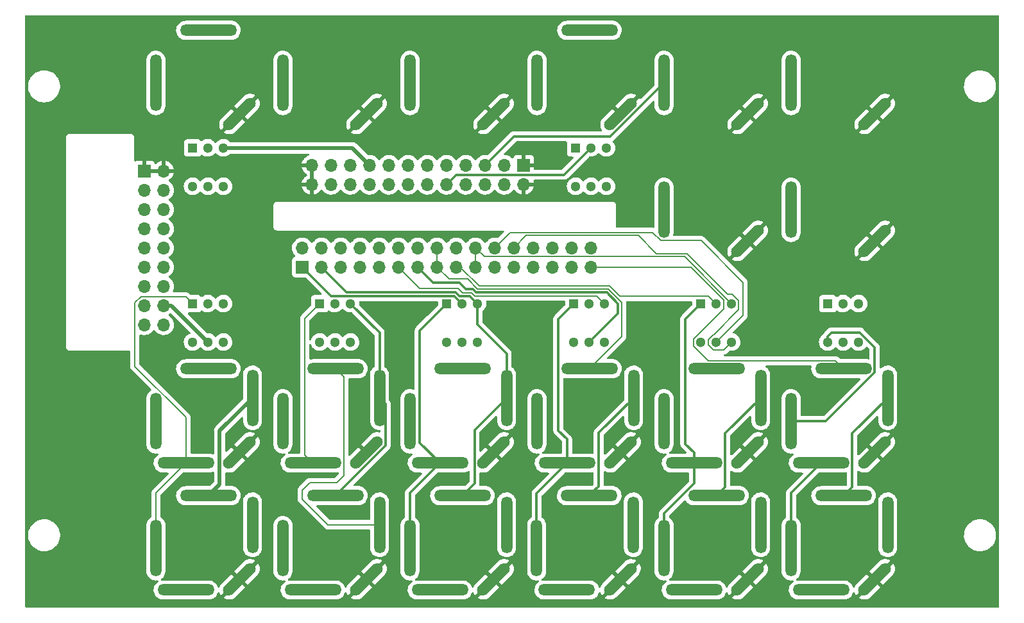
<source format=gbr>
%TF.GenerationSoftware,KiCad,Pcbnew,(6.0.7)*%
%TF.CreationDate,2022-09-16T17:54:49+02:00*%
%TF.ProjectId,Eingangsstufe,45696e67-616e-4677-9373-747566652e6b,rev?*%
%TF.SameCoordinates,Original*%
%TF.FileFunction,Copper,L2,Bot*%
%TF.FilePolarity,Positive*%
%FSLAX46Y46*%
G04 Gerber Fmt 4.6, Leading zero omitted, Abs format (unit mm)*
G04 Created by KiCad (PCBNEW (6.0.7)) date 2022-09-16 17:54:49*
%MOMM*%
%LPD*%
G01*
G04 APERTURE LIST*
G04 Aperture macros list*
%AMHorizOval*
0 Thick line with rounded ends*
0 $1 width*
0 $2 $3 position (X,Y) of the first rounded end (center of the circle)*
0 $4 $5 position (X,Y) of the second rounded end (center of the circle)*
0 Add line between two ends*
20,1,$1,$2,$3,$4,$5,0*
0 Add two circle primitives to create the rounded ends*
1,1,$1,$2,$3*
1,1,$1,$4,$5*%
G04 Aperture macros list end*
%TA.AperFunction,ComponentPad*%
%ADD10R,1.300000X1.300000*%
%TD*%
%TA.AperFunction,ComponentPad*%
%ADD11C,1.300000*%
%TD*%
%TA.AperFunction,ComponentPad*%
%ADD12HorizOval,1.500000X1.414214X1.414214X-1.414214X-1.414214X0*%
%TD*%
%TA.AperFunction,ComponentPad*%
%ADD13O,7.500000X1.500000*%
%TD*%
%TA.AperFunction,ComponentPad*%
%ADD14O,1.500000X7.500000*%
%TD*%
%TA.AperFunction,ComponentPad*%
%ADD15R,1.700000X1.700000*%
%TD*%
%TA.AperFunction,ComponentPad*%
%ADD16O,1.700000X1.700000*%
%TD*%
%TA.AperFunction,Conductor*%
%ADD17C,0.300000*%
%TD*%
%TA.AperFunction,Conductor*%
%ADD18C,0.200000*%
%TD*%
%TA.AperFunction,Conductor*%
%ADD19C,0.500000*%
%TD*%
G04 APERTURE END LIST*
D10*
%TO.P,SW305,1,A*%
%TO.N,Net-(J321-Pad3)*%
X120396000Y-52324000D03*
D11*
%TO.P,SW305,2,B*%
%TO.N,CH7*%
X122388000Y-52324000D03*
%TO.P,SW305,3,C*%
%TO.N,CH8*%
X124460000Y-52324000D03*
%TO.P,SW305,4*%
%TO.N,N/C*%
X120396000Y-57404000D03*
%TO.P,SW305,5*%
X122428000Y-57404000D03*
%TO.P,SW305,6*%
X124460000Y-57404000D03*
%TD*%
D12*
%TO.P,J307,1*%
%TO.N,GND*%
X176852000Y-109318000D03*
D13*
%TO.P,J307,2*%
%TO.N,Net-(J306-Pad3)*%
X169782000Y-110728000D03*
D14*
%TO.P,J307,3*%
%TO.N,Net-(J306-Pad2)*%
X165802000Y-105208000D03*
D13*
%TO.P,J307,4*%
%TO.N,Return 3 R *%
X172742000Y-98268000D03*
D14*
%TO.P,J307,5*%
%TO.N,Send 3 R*%
X178562000Y-102108000D03*
%TD*%
D12*
%TO.P,J317,1*%
%TO.N,GND*%
X160118000Y-47850000D03*
D14*
%TO.P,J317,3*%
%TO.N,CH5*%
X149068000Y-43740000D03*
%TD*%
D10*
%TO.P,SW308,1,A*%
%TO.N,Net-(J313-Pad2)*%
X137160000Y-72898000D03*
D11*
%TO.P,SW308,2,B*%
%TO.N,Main Return 1 L*%
X139152000Y-72898000D03*
%TO.P,SW308,3,C*%
%TO.N,Main Return 1 R *%
X141224000Y-72898000D03*
%TO.P,SW308,4,A*%
%TO.N,Net-(J313-Pad3)*%
X137160000Y-77978000D03*
%TO.P,SW308,5,B*%
%TO.N,Main Send 1 L*%
X139192000Y-77978000D03*
%TO.P,SW308,6,C*%
%TO.N,Main Send 1 R *%
X141224000Y-77978000D03*
%TD*%
D10*
%TO.P,SW303,1,A*%
%TO.N,Net-(J306-Pad2)*%
X170688000Y-72898000D03*
D11*
%TO.P,SW303,2,B*%
%TO.N,Return 3 L*%
X172680000Y-72898000D03*
%TO.P,SW303,3,C*%
%TO.N,Return 3 R *%
X174752000Y-72898000D03*
%TO.P,SW303,4,A*%
%TO.N,Net-(J306-Pad3)*%
X170688000Y-77978000D03*
%TO.P,SW303,5,B*%
%TO.N,Send 3 L*%
X172720000Y-77978000D03*
%TO.P,SW303,6,C*%
%TO.N,Send 3 R*%
X174752000Y-77978000D03*
%TD*%
D12*
%TO.P,J315,1*%
%TO.N,GND*%
X193646000Y-47850000D03*
D14*
%TO.P,J315,3*%
%TO.N,CH2*%
X182596000Y-43740000D03*
%TD*%
D12*
%TO.P,J313,1*%
%TO.N,GND*%
X143354000Y-92554000D03*
D13*
%TO.P,J313,2*%
%TO.N,Net-(J313-Pad2)*%
X136284000Y-93964000D03*
D14*
%TO.P,J313,3*%
%TO.N,Net-(J313-Pad3)*%
X132304000Y-88444000D03*
D13*
%TO.P,J313,4*%
%TO.N,Main Send 1 R *%
X139244000Y-81504000D03*
D14*
%TO.P,J313,5*%
%TO.N,Main Return 1 R *%
X145064000Y-85344000D03*
%TD*%
D15*
%TO.P,J322,1,Pin_1*%
%TO.N,GND*%
X114041000Y-55372000D03*
D16*
%TO.P,J322,2,Pin_2*%
X116581000Y-55372000D03*
%TO.P,J322,3,Pin_3*%
%TO.N,Main Send 1 R *%
X114041000Y-57912000D03*
%TO.P,J322,4,Pin_4*%
X116581000Y-57912000D03*
%TO.P,J322,5,Pin_5*%
%TO.N,Main Return 1 R *%
X114041000Y-60452000D03*
%TO.P,J322,6,Pin_6*%
X116581000Y-60452000D03*
%TO.P,J322,7,Pin_7*%
%TO.N,Main Send 1 L*%
X114041000Y-62992000D03*
%TO.P,J322,8,Pin_8*%
X116581000Y-62992000D03*
%TO.P,J322,9,Pin_9*%
%TO.N,Main Return 1 L*%
X114041000Y-65532000D03*
%TO.P,J322,10,Pin_10*%
X116581000Y-65532000D03*
%TO.P,J322,11,Pin_11*%
%TO.N,Main Send 2 R *%
X114041000Y-68072000D03*
%TO.P,J322,12,Pin_12*%
X116581000Y-68072000D03*
%TO.P,J322,13,Pin_13*%
%TO.N,Main Return 2 R *%
X114041000Y-70612000D03*
%TO.P,J322,14,Pin_14*%
X116581000Y-70612000D03*
%TO.P,J322,15,Pin_15*%
%TO.N,Main Send 2 L*%
X114041000Y-73152000D03*
%TO.P,J322,16,Pin_16*%
X116581000Y-73152000D03*
%TO.P,J322,17,Pin_17*%
%TO.N,Main Return 2 L*%
X114041000Y-75692000D03*
%TO.P,J322,18,Pin_18*%
X116581000Y-75692000D03*
%TD*%
D12*
%TO.P,J312,1*%
%TO.N,GND*%
X126590000Y-109318000D03*
D13*
%TO.P,J312,2*%
%TO.N,Net-(J311-Pad3)*%
X119520000Y-110728000D03*
D14*
%TO.P,J312,3*%
%TO.N,Net-(J311-Pad2)*%
X115540000Y-105208000D03*
D13*
%TO.P,J312,4*%
%TO.N,Main Return 2 R *%
X122480000Y-98268000D03*
D14*
%TO.P,J312,5*%
%TO.N,Main Send 2 R *%
X128300000Y-102108000D03*
%TD*%
D15*
%TO.P,J310,1,Pin_1*%
%TO.N,GND*%
X164084000Y-54605000D03*
D16*
%TO.P,J310,2,Pin_2*%
X164084000Y-57145000D03*
%TO.P,J310,3,Pin_3*%
%TO.N,CH1*%
X161544000Y-54605000D03*
%TO.P,J310,4,Pin_4*%
X161544000Y-57145000D03*
%TO.P,J310,5,Pin_5*%
%TO.N,CH2*%
X159004000Y-54605000D03*
%TO.P,J310,6,Pin_6*%
X159004000Y-57145000D03*
%TO.P,J310,7,Pin_7*%
%TO.N,CH3*%
X156464000Y-54605000D03*
%TO.P,J310,8,Pin_8*%
X156464000Y-57145000D03*
%TO.P,J310,9,Pin_9*%
%TO.N,CH4*%
X153924000Y-54605000D03*
%TO.P,J310,10,Pin_10*%
X153924000Y-57145000D03*
%TO.P,J310,11,Pin_11*%
%TO.N,CH5*%
X151384000Y-54605000D03*
%TO.P,J310,12,Pin_12*%
X151384000Y-57145000D03*
%TO.P,J310,13,Pin_13*%
%TO.N,CH6*%
X148844000Y-54605000D03*
%TO.P,J310,14,Pin_14*%
X148844000Y-57145000D03*
%TO.P,J310,15,Pin_15*%
%TO.N,CH7*%
X146304000Y-54605000D03*
%TO.P,J310,16,Pin_16*%
X146304000Y-57145000D03*
%TO.P,J310,17,Pin_17*%
%TO.N,CH8*%
X143764000Y-54605000D03*
%TO.P,J310,18,Pin_18*%
X143764000Y-57145000D03*
%TO.P,J310,19,Pin_19*%
%TO.N,CH9*%
X141224000Y-54605000D03*
%TO.P,J310,20,Pin_20*%
X141224000Y-57145000D03*
%TO.P,J310,21,Pin_21*%
%TO.N,CH10*%
X138684000Y-54605000D03*
%TO.P,J310,22,Pin_22*%
X138684000Y-57145000D03*
%TO.P,J310,23,Pin_23*%
%TO.N,GND*%
X136144000Y-54605000D03*
%TO.P,J310,24,Pin_24*%
X136144000Y-57145000D03*
%TD*%
D12*
%TO.P,J320,1*%
%TO.N,GND*%
X193646000Y-64614000D03*
D14*
%TO.P,J320,3*%
%TO.N,CH10*%
X182596000Y-60504000D03*
%TD*%
D12*
%TO.P,J316,1*%
%TO.N,GND*%
X210410000Y-47850000D03*
D14*
%TO.P,J316,3*%
%TO.N,CH1*%
X199360000Y-43740000D03*
%TD*%
D10*
%TO.P,SW302,1,A*%
%TO.N,Net-(J304-Pad2)*%
X187452000Y-72898000D03*
D11*
%TO.P,SW302,2,B*%
%TO.N,Return 2 L*%
X189444000Y-72898000D03*
%TO.P,SW302,3,C*%
%TO.N,Return 2 R *%
X191516000Y-72898000D03*
%TO.P,SW302,4,A*%
%TO.N,Net-(J304-Pad3)*%
X187452000Y-77978000D03*
%TO.P,SW302,5,B*%
%TO.N,Send 2 L*%
X189484000Y-77978000D03*
%TO.P,SW302,6,C*%
%TO.N,Send 2 R*%
X191516000Y-77978000D03*
%TD*%
D12*
%TO.P,J302,1*%
%TO.N,GND*%
X160118000Y-92554000D03*
D13*
%TO.P,J302,2*%
%TO.N,Net-(J302-Pad2)*%
X153048000Y-93964000D03*
D14*
%TO.P,J302,3*%
%TO.N,Net-(J302-Pad3)*%
X149068000Y-88444000D03*
D13*
%TO.P,J302,4*%
%TO.N,Send 4 R*%
X156008000Y-81504000D03*
D14*
%TO.P,J302,5*%
%TO.N,Return 4 R *%
X161828000Y-85344000D03*
%TD*%
D10*
%TO.P,SW307,1,A*%
%TO.N,Net-(J311-Pad2)*%
X120396000Y-72898000D03*
D11*
%TO.P,SW307,2,B*%
%TO.N,Main Return 2 L*%
X122388000Y-72898000D03*
%TO.P,SW307,3,C*%
%TO.N,Main Return 2 R *%
X124460000Y-72898000D03*
%TO.P,SW307,4,A*%
%TO.N,Net-(J311-Pad3)*%
X120396000Y-77978000D03*
%TO.P,SW307,5,B*%
%TO.N,Main Send 2 L*%
X122428000Y-77978000D03*
%TO.P,SW307,6,C*%
%TO.N,Main Send 2 R *%
X124460000Y-77978000D03*
%TD*%
D12*
%TO.P,J306,1*%
%TO.N,GND*%
X176882000Y-92554000D03*
D13*
%TO.P,J306,2*%
%TO.N,Net-(J306-Pad2)*%
X169812000Y-93964000D03*
D14*
%TO.P,J306,3*%
%TO.N,Net-(J306-Pad3)*%
X165832000Y-88444000D03*
D13*
%TO.P,J306,4*%
%TO.N,Send 3 R*%
X172772000Y-81504000D03*
D14*
%TO.P,J306,5*%
%TO.N,Return 3 R *%
X178592000Y-85344000D03*
%TD*%
D12*
%TO.P,J303,1*%
%TO.N,GND*%
X160118000Y-109318000D03*
D13*
%TO.P,J303,2*%
%TO.N,Net-(J302-Pad3)*%
X153048000Y-110728000D03*
D14*
%TO.P,J303,3*%
%TO.N,Net-(J302-Pad2)*%
X149068000Y-105208000D03*
D13*
%TO.P,J303,4*%
%TO.N,Return 4 R *%
X156008000Y-98268000D03*
D14*
%TO.P,J303,5*%
%TO.N,Send 4 R*%
X161828000Y-102108000D03*
%TD*%
D12*
%TO.P,J304,1*%
%TO.N,GND*%
X193646000Y-92554000D03*
D13*
%TO.P,J304,2*%
%TO.N,Net-(J304-Pad2)*%
X186576000Y-93964000D03*
D14*
%TO.P,J304,3*%
%TO.N,Net-(J304-Pad3)*%
X182596000Y-88444000D03*
D13*
%TO.P,J304,4*%
%TO.N,Send 2 R*%
X189536000Y-81504000D03*
D14*
%TO.P,J304,5*%
%TO.N,Return 2 R *%
X195356000Y-85344000D03*
%TD*%
D12*
%TO.P,J314,1*%
%TO.N,GND*%
X143354000Y-109318000D03*
D13*
%TO.P,J314,2*%
%TO.N,Net-(J313-Pad3)*%
X136284000Y-110728000D03*
D14*
%TO.P,J314,3*%
%TO.N,Net-(J313-Pad2)*%
X132304000Y-105208000D03*
D13*
%TO.P,J314,4*%
%TO.N,Main Return 1 R *%
X139244000Y-98268000D03*
D14*
%TO.P,J314,5*%
%TO.N,Main Send 1 R *%
X145064000Y-102108000D03*
%TD*%
D10*
%TO.P,SW304,1,A*%
%TO.N,Net-(J308-Pad2)*%
X204216000Y-72898000D03*
D11*
%TO.P,SW304,2,B*%
%TO.N,Return 1 L*%
X206208000Y-72898000D03*
%TO.P,SW304,3,C*%
%TO.N,Return 1 R *%
X208280000Y-72898000D03*
%TO.P,SW304,4,A*%
%TO.N,Net-(J308-Pad3)*%
X204216000Y-77978000D03*
%TO.P,SW304,5,B*%
%TO.N,Send 1 L*%
X206248000Y-77978000D03*
%TO.P,SW304,6,C*%
%TO.N,Send 1 R*%
X208280000Y-77978000D03*
%TD*%
D12*
%TO.P,J308,1*%
%TO.N,GND*%
X210410000Y-92554000D03*
D13*
%TO.P,J308,2*%
%TO.N,Net-(J308-Pad2)*%
X203340000Y-93964000D03*
D14*
%TO.P,J308,3*%
%TO.N,Net-(J308-Pad3)*%
X199360000Y-88444000D03*
D13*
%TO.P,J308,4*%
%TO.N,Send 1 R*%
X206300000Y-81504000D03*
D14*
%TO.P,J308,5*%
%TO.N,Return 1 R *%
X212120000Y-85344000D03*
%TD*%
D12*
%TO.P,J309,1*%
%TO.N,GND*%
X210410000Y-109318000D03*
D13*
%TO.P,J309,2*%
%TO.N,Net-(J308-Pad3)*%
X203340000Y-110728000D03*
D14*
%TO.P,J309,3*%
%TO.N,Net-(J308-Pad2)*%
X199360000Y-105208000D03*
D13*
%TO.P,J309,4*%
%TO.N,Return 1 R *%
X206300000Y-98268000D03*
D14*
%TO.P,J309,5*%
%TO.N,Send 1 R*%
X212120000Y-102108000D03*
%TD*%
D10*
%TO.P,SW306,1,A*%
%TO.N,Net-(J323-Pad3)*%
X170942000Y-52324000D03*
D11*
%TO.P,SW306,2,B*%
%TO.N,CH4*%
X172934000Y-52324000D03*
%TO.P,SW306,3,C*%
%TO.N,CH3*%
X175006000Y-52324000D03*
%TO.P,SW306,4*%
%TO.N,N/C*%
X170942000Y-57404000D03*
%TO.P,SW306,5*%
X172974000Y-57404000D03*
%TO.P,SW306,6*%
X175006000Y-57404000D03*
%TD*%
D12*
%TO.P,J318,1*%
%TO.N,GND*%
X143354000Y-47850000D03*
D14*
%TO.P,J318,3*%
%TO.N,CH6*%
X132304000Y-43740000D03*
%TD*%
D12*
%TO.P,J321,1*%
%TO.N,GND*%
X126590000Y-47850000D03*
D14*
%TO.P,J321,3*%
%TO.N,Net-(J321-Pad3)*%
X115540000Y-43740000D03*
D13*
%TO.P,J321,4*%
%TO.N,CH8*%
X122480000Y-36800000D03*
%TD*%
D12*
%TO.P,J305,1*%
%TO.N,GND*%
X193646000Y-109318000D03*
D13*
%TO.P,J305,2*%
%TO.N,Net-(J304-Pad3)*%
X186576000Y-110728000D03*
D14*
%TO.P,J305,3*%
%TO.N,Net-(J304-Pad2)*%
X182596000Y-105208000D03*
D13*
%TO.P,J305,4*%
%TO.N,Return 2 R *%
X189536000Y-98268000D03*
D14*
%TO.P,J305,5*%
%TO.N,Send 2 R*%
X195356000Y-102108000D03*
%TD*%
D12*
%TO.P,J319,1*%
%TO.N,GND*%
X210410000Y-64614000D03*
D14*
%TO.P,J319,3*%
%TO.N,CH9*%
X199360000Y-60504000D03*
%TD*%
D12*
%TO.P,J323,1*%
%TO.N,GND*%
X176882000Y-47850000D03*
D14*
%TO.P,J323,3*%
%TO.N,Net-(J323-Pad3)*%
X165832000Y-43740000D03*
D13*
%TO.P,J323,4*%
%TO.N,CH3*%
X172772000Y-36800000D03*
%TD*%
D10*
%TO.P,SW301,1,A*%
%TO.N,Net-(J302-Pad2)*%
X153924000Y-72898000D03*
D11*
%TO.P,SW301,2,B*%
%TO.N,Return 4 L*%
X155916000Y-72898000D03*
%TO.P,SW301,3,C*%
%TO.N,Return 4 R *%
X157988000Y-72898000D03*
%TO.P,SW301,4,A*%
%TO.N,Net-(J302-Pad3)*%
X153924000Y-77978000D03*
%TO.P,SW301,5,B*%
%TO.N,Send 4 L*%
X155956000Y-77978000D03*
%TO.P,SW301,6,C*%
%TO.N,Send 4 R*%
X157988000Y-77978000D03*
%TD*%
D12*
%TO.P,J311,1*%
%TO.N,GND*%
X126590000Y-92554000D03*
D13*
%TO.P,J311,2*%
%TO.N,Net-(J311-Pad2)*%
X119520000Y-93964000D03*
D14*
%TO.P,J311,3*%
%TO.N,Net-(J311-Pad3)*%
X115540000Y-88444000D03*
D13*
%TO.P,J311,4*%
%TO.N,Main Send 2 R *%
X122480000Y-81504000D03*
D14*
%TO.P,J311,5*%
%TO.N,Main Return 2 R *%
X128300000Y-85344000D03*
%TD*%
D15*
%TO.P,J301,1,Pin_1*%
%TO.N,Return 4 L*%
X134874000Y-68072000D03*
D16*
%TO.P,J301,2,Pin_2*%
X134874000Y-65532000D03*
%TO.P,J301,3,Pin_3*%
%TO.N,Return 4 R *%
X137414000Y-68072000D03*
%TO.P,J301,4,Pin_4*%
X137414000Y-65532000D03*
%TO.P,J301,5,Pin_5*%
%TO.N,Send 4 L*%
X139954000Y-68072000D03*
%TO.P,J301,6,Pin_6*%
X139954000Y-65532000D03*
%TO.P,J301,7,Pin_7*%
%TO.N,Send 4 R*%
X142494000Y-68072000D03*
%TO.P,J301,8,Pin_8*%
X142494000Y-65532000D03*
%TO.P,J301,9,Pin_9*%
%TO.N,Return 3 L*%
X145034000Y-68072000D03*
%TO.P,J301,10,Pin_10*%
X145034000Y-65532000D03*
%TO.P,J301,11,Pin_11*%
%TO.N,Return 3 R *%
X147574000Y-68072000D03*
%TO.P,J301,12,Pin_12*%
X147574000Y-65532000D03*
%TO.P,J301,13,Pin_13*%
%TO.N,Send 3 L*%
X150114000Y-68072000D03*
%TO.P,J301,14,Pin_14*%
X150114000Y-65532000D03*
%TO.P,J301,15,Pin_15*%
%TO.N,Send 3 R*%
X152654000Y-68072000D03*
%TO.P,J301,16,Pin_16*%
X152654000Y-65532000D03*
%TO.P,J301,17,Pin_17*%
%TO.N,Return 2 L*%
X155194000Y-68072000D03*
%TO.P,J301,18,Pin_18*%
X155194000Y-65532000D03*
%TO.P,J301,19,Pin_19*%
%TO.N,Return 2 R *%
X157734000Y-68072000D03*
%TO.P,J301,20,Pin_20*%
X157734000Y-65532000D03*
%TO.P,J301,21,Pin_21*%
%TO.N,Send 2 L*%
X160274000Y-68072000D03*
%TO.P,J301,22,Pin_22*%
X160274000Y-65532000D03*
%TO.P,J301,23,Pin_23*%
%TO.N,Send 2 R*%
X162814000Y-68072000D03*
%TO.P,J301,24,Pin_24*%
X162814000Y-65532000D03*
%TO.P,J301,25,Pin_25*%
%TO.N,Return 1 L*%
X165354000Y-68072000D03*
%TO.P,J301,26,Pin_26*%
X165354000Y-65532000D03*
%TO.P,J301,27,Pin_27*%
%TO.N,Return 1 R *%
X167894000Y-68072000D03*
%TO.P,J301,28,Pin_28*%
X167894000Y-65532000D03*
%TO.P,J301,29,Pin_29*%
%TO.N,Send 1 L*%
X170434000Y-68072000D03*
%TO.P,J301,30,Pin_30*%
X170434000Y-65532000D03*
%TO.P,J301,31,Pin_31*%
%TO.N,Send 1 R*%
X172974000Y-68072000D03*
%TO.P,J301,32,Pin_32*%
X172974000Y-65532000D03*
%TD*%
D17*
%TO.N,Return 4 L*%
X154916000Y-71898000D02*
X138700000Y-71898000D01*
X138700000Y-71898000D02*
X134874000Y-68072000D01*
X155916000Y-72898000D02*
X154916000Y-71898000D01*
%TO.N,Return 4 R *%
X157603786Y-89568214D02*
X157603786Y-96672214D01*
X156988000Y-71898000D02*
X155623106Y-71898000D01*
X161828000Y-85344000D02*
X161828000Y-79498688D01*
X140716000Y-71374000D02*
X137414000Y-68072000D01*
X161828000Y-85344000D02*
X157603786Y-89568214D01*
X157988000Y-72898000D02*
X156988000Y-71898000D01*
X155099106Y-71374000D02*
X140716000Y-71374000D01*
X157988000Y-75658688D02*
X157988000Y-72898000D01*
X161828000Y-79498688D02*
X157988000Y-75658688D01*
X155623106Y-71898000D02*
X155099106Y-71374000D01*
X157603786Y-96672214D02*
X156008000Y-98268000D01*
D18*
%TO.N,Return 2 L*%
X158212000Y-70582000D02*
X155702000Y-68072000D01*
D19*
X155194000Y-68072000D02*
X155707586Y-68072000D01*
D18*
X176782082Y-71948000D02*
X175416082Y-70582000D01*
X175416082Y-70582000D02*
X158212000Y-70582000D01*
X155702000Y-68072000D02*
X155194000Y-68072000D01*
X189444000Y-72898000D02*
X188494000Y-71948000D01*
X188494000Y-71948000D02*
X176782082Y-71948000D01*
D17*
%TO.N,Return 2 R *%
X190676000Y-90024000D02*
X195356000Y-85344000D01*
X190676000Y-97128000D02*
X190676000Y-90024000D01*
D18*
X157734000Y-65532000D02*
X158884000Y-66682000D01*
X185300000Y-66682000D02*
X191516000Y-72898000D01*
X157734000Y-68072000D02*
X157734000Y-65532000D01*
D17*
X189536000Y-98268000D02*
X190676000Y-97128000D01*
D18*
X158884000Y-66682000D02*
X185300000Y-66682000D01*
%TO.N,Send 2 L*%
X187490000Y-64554000D02*
X193040000Y-70104000D01*
X181107076Y-63500000D02*
X182161076Y-64554000D01*
X193040000Y-70104000D02*
X193040000Y-74422000D01*
X182161076Y-64554000D02*
X187490000Y-64554000D01*
X193040000Y-74422000D02*
X189484000Y-77978000D01*
X162306000Y-63500000D02*
X181107076Y-63500000D01*
X160274000Y-65532000D02*
X162306000Y-63500000D01*
%TO.N,Send 2 R*%
X185662000Y-66282000D02*
X191008000Y-71628000D01*
X192466000Y-72504497D02*
X192466000Y-73726000D01*
X189230000Y-76962000D02*
X189156497Y-76962000D01*
X189156497Y-76962000D02*
X188468000Y-77650497D01*
X191008000Y-71628000D02*
X191589503Y-71628000D01*
X179228000Y-63900000D02*
X181610000Y-66282000D01*
X192466000Y-73726000D02*
X189230000Y-76962000D01*
X162814000Y-65532000D02*
X164446000Y-63900000D01*
X188468000Y-77650497D02*
X188468000Y-78305503D01*
X190500000Y-78994000D02*
X191516000Y-77978000D01*
X191589503Y-71628000D02*
X192466000Y-72504497D01*
X164446000Y-63900000D02*
X179228000Y-63900000D01*
X189156497Y-78994000D02*
X190500000Y-78994000D01*
X188468000Y-78305503D02*
X189156497Y-78994000D01*
X181610000Y-66282000D02*
X185662000Y-66282000D01*
%TO.N,Return 3 R *%
X173736000Y-71882000D02*
X174752000Y-72898000D01*
X156004884Y-71448000D02*
X157174396Y-71448000D01*
X150368000Y-70866000D02*
X155422884Y-70866000D01*
D17*
X173990000Y-97020000D02*
X172742000Y-98268000D01*
D18*
X157608396Y-71882000D02*
X173736000Y-71882000D01*
X155422884Y-70866000D02*
X156004884Y-71448000D01*
D17*
X178592000Y-85344000D02*
X173990000Y-89946000D01*
X173990000Y-89946000D02*
X173990000Y-97020000D01*
D18*
X157174396Y-71448000D02*
X157608396Y-71882000D01*
X147574000Y-68072000D02*
X150368000Y-70866000D01*
D17*
%TO.N,Send 3 L*%
X157360792Y-70998000D02*
X156464000Y-70998000D01*
X176530000Y-74168000D02*
X176530000Y-72898000D01*
X155578000Y-70112000D02*
X152154000Y-70112000D01*
X156464000Y-70998000D02*
X155578000Y-70112000D01*
X157794792Y-71432000D02*
X157360792Y-70998000D01*
X176530000Y-72898000D02*
X175064000Y-71432000D01*
X172720000Y-77978000D02*
X176530000Y-74168000D01*
X175064000Y-71432000D02*
X157794792Y-71432000D01*
X152154000Y-70112000D02*
X150114000Y-68072000D01*
D18*
%TO.N,Send 3 R*%
X152654000Y-68072000D02*
X154244000Y-69662000D01*
X154244000Y-69662000D02*
X156661188Y-69662000D01*
X177038000Y-77238000D02*
X172772000Y-81504000D01*
X177038000Y-72769604D02*
X177038000Y-77238000D01*
X156661188Y-69662000D02*
X157981188Y-70982000D01*
X157981188Y-70982000D02*
X175250396Y-70982000D01*
X175250396Y-70982000D02*
X177038000Y-72769604D01*
X152654000Y-65532000D02*
X152654000Y-68072000D01*
D17*
%TO.N,Return 1 R *%
X206300000Y-98268000D02*
X207440000Y-97128000D01*
X207440000Y-97128000D02*
X207440000Y-90024000D01*
X207440000Y-90024000D02*
X212120000Y-85344000D01*
D18*
%TO.N,Send 1 R*%
X190500000Y-72447686D02*
X190500000Y-73586497D01*
X188468000Y-80454000D02*
X205250000Y-80454000D01*
X186124314Y-68072000D02*
X190500000Y-72447686D01*
X172974000Y-68072000D02*
X186124314Y-68072000D01*
X186502000Y-78488000D02*
X188468000Y-80454000D01*
X205250000Y-80454000D02*
X206300000Y-81504000D01*
X186502000Y-77584497D02*
X186502000Y-78488000D01*
X190500000Y-73586497D02*
X186502000Y-77584497D01*
D19*
%TO.N,CH8*%
X141483000Y-52324000D02*
X124460000Y-52324000D01*
X143764000Y-54605000D02*
X141483000Y-52324000D01*
D17*
%TO.N,CH4*%
X169378000Y-55880000D02*
X155189000Y-55880000D01*
X172934000Y-52324000D02*
X169378000Y-55880000D01*
X155189000Y-55880000D02*
X153924000Y-57145000D01*
D19*
%TO.N,Main Return 2 R *%
X123975786Y-89668214D02*
X123975786Y-96772214D01*
X128300000Y-85344000D02*
X123975786Y-89668214D01*
X123975786Y-96772214D02*
X122480000Y-98268000D01*
%TO.N,Main Send 2 L*%
X117602000Y-73152000D02*
X122428000Y-77978000D01*
X116581000Y-73152000D02*
X117602000Y-73152000D01*
D17*
%TO.N,Main Return 1 R *%
X145064000Y-76738000D02*
X141224000Y-72898000D01*
X145868214Y-91643786D02*
X139244000Y-98268000D01*
X145064000Y-85344000D02*
X145868214Y-86148214D01*
X145064000Y-85344000D02*
X145064000Y-76738000D01*
X145868214Y-86148214D02*
X145868214Y-91643786D01*
D18*
%TO.N,Main Send 1 R *%
X140334000Y-95632000D02*
X139424396Y-96541604D01*
X138260538Y-102108000D02*
X145064000Y-102108000D01*
X134874000Y-98721462D02*
X138260538Y-102108000D01*
X140334000Y-82594000D02*
X140334000Y-95632000D01*
X139424396Y-96541604D02*
X135868396Y-96541604D01*
X134874000Y-97536000D02*
X134874000Y-98721462D01*
X135868396Y-96541604D02*
X134874000Y-97536000D01*
X139244000Y-81504000D02*
X140334000Y-82594000D01*
D17*
%TO.N,CH2*%
X182596000Y-43740000D02*
X175536000Y-50800000D01*
X162809000Y-50800000D02*
X159004000Y-54605000D01*
X175536000Y-50800000D02*
X162809000Y-50800000D01*
%TO.N,Net-(J302-Pad2)*%
X150368000Y-76454000D02*
X153924000Y-72898000D01*
X153048000Y-93964000D02*
X150368000Y-91284000D01*
X149068000Y-105208000D02*
X149068000Y-97944000D01*
X150368000Y-91284000D02*
X150368000Y-76454000D01*
X149068000Y-97944000D02*
X153048000Y-93964000D01*
%TO.N,Net-(J304-Pad2)*%
X186576000Y-92596000D02*
X186576000Y-93964000D01*
X186576000Y-96672365D02*
X186576000Y-93964000D01*
X182596000Y-100652365D02*
X186576000Y-96672365D01*
X187452000Y-72898000D02*
X185420000Y-74930000D01*
X182596000Y-105208000D02*
X182596000Y-100652365D01*
X185420000Y-91440000D02*
X186576000Y-92596000D01*
X185420000Y-74930000D02*
X185420000Y-91440000D01*
%TO.N,Net-(J306-Pad2)*%
X165802000Y-97974000D02*
X169812000Y-93964000D01*
X168656000Y-74930000D02*
X168656000Y-89662000D01*
X170688000Y-72898000D02*
X168656000Y-74930000D01*
X165802000Y-105208000D02*
X165802000Y-97974000D01*
X168656000Y-89662000D02*
X169812000Y-90818000D01*
X169812000Y-90818000D02*
X169812000Y-93964000D01*
%TO.N,Net-(J308-Pad2)*%
X199360000Y-105208000D02*
X199360000Y-97944000D01*
X199360000Y-97944000D02*
X203340000Y-93964000D01*
%TO.N,Net-(J308-Pad3)*%
X199360000Y-88444000D02*
X203915635Y-88444000D01*
X208424214Y-76708000D02*
X204724000Y-76708000D01*
X203915635Y-88444000D02*
X210400000Y-81959635D01*
X204216000Y-77216000D02*
X204216000Y-77978000D01*
X210400000Y-81959635D02*
X210400000Y-78683786D01*
X210400000Y-78683786D02*
X208424214Y-76708000D01*
X204724000Y-76708000D02*
X204216000Y-77216000D01*
D18*
%TO.N,Net-(J311-Pad2)*%
X112776000Y-81195076D02*
X119520000Y-87939076D01*
X112776000Y-72790654D02*
X112776000Y-81195076D01*
X119520000Y-87939076D02*
X119520000Y-93964000D01*
X119520000Y-93964000D02*
X115540000Y-97944000D01*
X113564654Y-72002000D02*
X112776000Y-72790654D01*
X119500000Y-72002000D02*
X113564654Y-72002000D01*
X115540000Y-97944000D02*
X115540000Y-105208000D01*
X120396000Y-72898000D02*
X119500000Y-72002000D01*
%TO.N,Net-(J313-Pad2)*%
X135194000Y-92874000D02*
X135194000Y-74864000D01*
X135194000Y-74864000D02*
X137160000Y-72898000D01*
X136284000Y-93964000D02*
X135194000Y-92874000D01*
%TD*%
%TA.AperFunction,Conductor*%
%TO.N,GND*%
G36*
X226763621Y-34818502D02*
G01*
X226810114Y-34872158D01*
X226821500Y-34924500D01*
X226821500Y-112903500D01*
X226801498Y-112971621D01*
X226747842Y-113018114D01*
X226695500Y-113029500D01*
X98424500Y-113029500D01*
X98356379Y-113009498D01*
X98309886Y-112955842D01*
X98298500Y-112903500D01*
X98298500Y-103632703D01*
X98690743Y-103632703D01*
X98728268Y-103917734D01*
X98804129Y-104195036D01*
X98916923Y-104459476D01*
X99064561Y-104706161D01*
X99244313Y-104930528D01*
X99452851Y-105128423D01*
X99686317Y-105296186D01*
X99690112Y-105298195D01*
X99690113Y-105298196D01*
X99711869Y-105309715D01*
X99940392Y-105430712D01*
X100210373Y-105529511D01*
X100491264Y-105590755D01*
X100519841Y-105593004D01*
X100714282Y-105608307D01*
X100714291Y-105608307D01*
X100716739Y-105608500D01*
X100872271Y-105608500D01*
X100874407Y-105608354D01*
X100874418Y-105608354D01*
X101082548Y-105594165D01*
X101082554Y-105594164D01*
X101086825Y-105593873D01*
X101091020Y-105593004D01*
X101091022Y-105593004D01*
X101306161Y-105548451D01*
X101368342Y-105535574D01*
X101639343Y-105439607D01*
X101837790Y-105337181D01*
X101891005Y-105309715D01*
X101891006Y-105309715D01*
X101894812Y-105307750D01*
X101898313Y-105305289D01*
X101898317Y-105305287D01*
X102101913Y-105162197D01*
X102130023Y-105142441D01*
X102340622Y-104946740D01*
X102522713Y-104724268D01*
X102672927Y-104479142D01*
X102788483Y-104215898D01*
X102867244Y-103939406D01*
X102907751Y-103654784D01*
X102907845Y-103636951D01*
X102909235Y-103371583D01*
X102909235Y-103371576D01*
X102909257Y-103367297D01*
X102871732Y-103082266D01*
X102795871Y-102804964D01*
X102759917Y-102720672D01*
X102684763Y-102544476D01*
X102684761Y-102544472D01*
X102683077Y-102540524D01*
X102535439Y-102293839D01*
X102355687Y-102069472D01*
X102147149Y-101871577D01*
X101913683Y-101703814D01*
X101891843Y-101692250D01*
X101868654Y-101679972D01*
X101659608Y-101569288D01*
X101437790Y-101488114D01*
X101393658Y-101471964D01*
X101393656Y-101471963D01*
X101389627Y-101470489D01*
X101108736Y-101409245D01*
X101077685Y-101406801D01*
X100885718Y-101391693D01*
X100885709Y-101391693D01*
X100883261Y-101391500D01*
X100727729Y-101391500D01*
X100725593Y-101391646D01*
X100725582Y-101391646D01*
X100517452Y-101405835D01*
X100517446Y-101405836D01*
X100513175Y-101406127D01*
X100508980Y-101406996D01*
X100508978Y-101406996D01*
X100372417Y-101435276D01*
X100231658Y-101464426D01*
X99960657Y-101560393D01*
X99705188Y-101692250D01*
X99701687Y-101694711D01*
X99701683Y-101694713D01*
X99691594Y-101701804D01*
X99469977Y-101857559D01*
X99259378Y-102053260D01*
X99077287Y-102275732D01*
X98927073Y-102520858D01*
X98811517Y-102784102D01*
X98732756Y-103060594D01*
X98692249Y-103345216D01*
X98692227Y-103349505D01*
X98692226Y-103349512D01*
X98690765Y-103628417D01*
X98690743Y-103632703D01*
X98298500Y-103632703D01*
X98298500Y-78669721D01*
X103691024Y-78669721D01*
X103693491Y-78678352D01*
X103699150Y-78698153D01*
X103702728Y-78714915D01*
X103706920Y-78744187D01*
X103710634Y-78752355D01*
X103710634Y-78752356D01*
X103717548Y-78767562D01*
X103723996Y-78785086D01*
X103731051Y-78809771D01*
X103735843Y-78817365D01*
X103735844Y-78817368D01*
X103746830Y-78834780D01*
X103754969Y-78849863D01*
X103767208Y-78876782D01*
X103773069Y-78883584D01*
X103783970Y-78896235D01*
X103795073Y-78911239D01*
X103808776Y-78932958D01*
X103815501Y-78938897D01*
X103815504Y-78938901D01*
X103830938Y-78952532D01*
X103842982Y-78964724D01*
X103856427Y-78980327D01*
X103856430Y-78980329D01*
X103862287Y-78987127D01*
X103869816Y-78992007D01*
X103869817Y-78992008D01*
X103883835Y-79001094D01*
X103898709Y-79012385D01*
X103911217Y-79023431D01*
X103917951Y-79029378D01*
X103944711Y-79041942D01*
X103959691Y-79050263D01*
X103976983Y-79061471D01*
X103976988Y-79061473D01*
X103984515Y-79066352D01*
X103993108Y-79068922D01*
X103993113Y-79068924D01*
X104009120Y-79073711D01*
X104026564Y-79080372D01*
X104041676Y-79087467D01*
X104041678Y-79087468D01*
X104049800Y-79091281D01*
X104058667Y-79092662D01*
X104058668Y-79092662D01*
X104068310Y-79094163D01*
X104079017Y-79095830D01*
X104095732Y-79099613D01*
X104115466Y-79105515D01*
X104115472Y-79105516D01*
X104124066Y-79108086D01*
X104133037Y-79108141D01*
X104133038Y-79108141D01*
X104143097Y-79108202D01*
X104158506Y-79108296D01*
X104159289Y-79108329D01*
X104160386Y-79108500D01*
X104191377Y-79108500D01*
X104192147Y-79108502D01*
X104265785Y-79108952D01*
X104265786Y-79108952D01*
X104269721Y-79108976D01*
X104271065Y-79108592D01*
X104272410Y-79108500D01*
X112041500Y-79108500D01*
X112109621Y-79128502D01*
X112156114Y-79182158D01*
X112167500Y-79234500D01*
X112167500Y-81146940D01*
X112166422Y-81163383D01*
X112162250Y-81195076D01*
X112163328Y-81203265D01*
X112166262Y-81225549D01*
X112167500Y-81234956D01*
X112167500Y-81234961D01*
X112180609Y-81334533D01*
X112183162Y-81353927D01*
X112244476Y-81501952D01*
X112249503Y-81508503D01*
X112249504Y-81508505D01*
X112317520Y-81597145D01*
X112317526Y-81597151D01*
X112342013Y-81629063D01*
X112348568Y-81634093D01*
X112367379Y-81648528D01*
X112379770Y-81659395D01*
X114895686Y-84175311D01*
X114929712Y-84237623D01*
X114924647Y-84308438D01*
X114882100Y-84365274D01*
X114872500Y-84371287D01*
X114872659Y-84371538D01*
X114867919Y-84374546D01*
X114862936Y-84377118D01*
X114684708Y-84513877D01*
X114533515Y-84680036D01*
X114414136Y-84870344D01*
X114330344Y-85078783D01*
X114284787Y-85298767D01*
X114281500Y-85355775D01*
X114281500Y-91500999D01*
X114281749Y-91503786D01*
X114281749Y-91503792D01*
X114286002Y-91551445D01*
X114296383Y-91667762D01*
X114297864Y-91673176D01*
X114297865Y-91673181D01*
X114328001Y-91783338D01*
X114355663Y-91884451D01*
X114358075Y-91889509D01*
X114358077Y-91889513D01*
X114381803Y-91939255D01*
X114452378Y-92087218D01*
X114583471Y-92269654D01*
X114597876Y-92283613D01*
X114719992Y-92401952D01*
X114744799Y-92425992D01*
X114931262Y-92551290D01*
X115136967Y-92641588D01*
X115142418Y-92642897D01*
X115142422Y-92642898D01*
X115349954Y-92692722D01*
X115355411Y-92694032D01*
X115439475Y-92698879D01*
X115574083Y-92706640D01*
X115574086Y-92706640D01*
X115579690Y-92706963D01*
X115733274Y-92688378D01*
X115803305Y-92700051D01*
X115855907Y-92747733D01*
X115874379Y-92816284D01*
X115852858Y-92883940D01*
X115821937Y-92915788D01*
X115694346Y-93007471D01*
X115538008Y-93168799D01*
X115412710Y-93355262D01*
X115322412Y-93560967D01*
X115269968Y-93779411D01*
X115257037Y-94003690D01*
X115284025Y-94226715D01*
X115350082Y-94441435D01*
X115453118Y-94641064D01*
X115589877Y-94819292D01*
X115756036Y-94970485D01*
X115760783Y-94973463D01*
X115760786Y-94973465D01*
X115886021Y-95052024D01*
X115946344Y-95089864D01*
X116154783Y-95173656D01*
X116374767Y-95219213D01*
X116379378Y-95219479D01*
X116379379Y-95219479D01*
X116429952Y-95222395D01*
X116429956Y-95222395D01*
X116431775Y-95222500D01*
X117096761Y-95222500D01*
X117164882Y-95242502D01*
X117211375Y-95296158D01*
X117221479Y-95366432D01*
X117191985Y-95431012D01*
X117185856Y-95437595D01*
X115143766Y-97479685D01*
X115131375Y-97490552D01*
X115106013Y-97510013D01*
X115081526Y-97541925D01*
X115081523Y-97541928D01*
X115081517Y-97541936D01*
X115014044Y-97629868D01*
X115008476Y-97637124D01*
X114947162Y-97785149D01*
X114947162Y-97785150D01*
X114931500Y-97904115D01*
X114931500Y-97904120D01*
X114926250Y-97944000D01*
X114927328Y-97952188D01*
X114930422Y-97975690D01*
X114931500Y-97992136D01*
X114931500Y-101028970D01*
X114911498Y-101097091D01*
X114871395Y-101133548D01*
X114872658Y-101135539D01*
X114867919Y-101138546D01*
X114862936Y-101141118D01*
X114684708Y-101277877D01*
X114533515Y-101444036D01*
X114530537Y-101448783D01*
X114530535Y-101448786D01*
X114516921Y-101470489D01*
X114414136Y-101634344D01*
X114330344Y-101842783D01*
X114284787Y-102062767D01*
X114281500Y-102119775D01*
X114281500Y-108264999D01*
X114281749Y-108267786D01*
X114281749Y-108267792D01*
X114288009Y-108337929D01*
X114296383Y-108431762D01*
X114355663Y-108648451D01*
X114452378Y-108851218D01*
X114583471Y-109033654D01*
X114744799Y-109189992D01*
X114931262Y-109315290D01*
X115136967Y-109405588D01*
X115142418Y-109406897D01*
X115142422Y-109406898D01*
X115349954Y-109456722D01*
X115355411Y-109458032D01*
X115439475Y-109462879D01*
X115574083Y-109470640D01*
X115574086Y-109470640D01*
X115579690Y-109470963D01*
X115733274Y-109452378D01*
X115803305Y-109464051D01*
X115855907Y-109511733D01*
X115874379Y-109580284D01*
X115852858Y-109647940D01*
X115821937Y-109679788D01*
X115694346Y-109771471D01*
X115538008Y-109932799D01*
X115412710Y-110119262D01*
X115322412Y-110324967D01*
X115321103Y-110330418D01*
X115321102Y-110330422D01*
X115288724Y-110465285D01*
X115269968Y-110543411D01*
X115257037Y-110767690D01*
X115284025Y-110990715D01*
X115350082Y-111205435D01*
X115352652Y-111210415D01*
X115352654Y-111210419D01*
X115417852Y-111336738D01*
X115453118Y-111405064D01*
X115589877Y-111583292D01*
X115756036Y-111734485D01*
X115760783Y-111737463D01*
X115760786Y-111737465D01*
X115889229Y-111818036D01*
X115946344Y-111853864D01*
X116154783Y-111937656D01*
X116374767Y-111983213D01*
X116379378Y-111983479D01*
X116379379Y-111983479D01*
X116429952Y-111986395D01*
X116429956Y-111986395D01*
X116431775Y-111986500D01*
X122576999Y-111986500D01*
X122579786Y-111986251D01*
X122579792Y-111986251D01*
X122649929Y-111979991D01*
X122743762Y-111971617D01*
X122749176Y-111970136D01*
X122749181Y-111970135D01*
X122891219Y-111931277D01*
X122960451Y-111912337D01*
X122965509Y-111909925D01*
X122965513Y-111909923D01*
X123083042Y-111853864D01*
X123163218Y-111815622D01*
X123204227Y-111786154D01*
X124486862Y-111786154D01*
X124492614Y-111794019D01*
X124492814Y-111794149D01*
X124681359Y-111893978D01*
X124691675Y-111898314D01*
X124894907Y-111963174D01*
X124905815Y-111965612D01*
X125117335Y-111993459D01*
X125128495Y-111993927D01*
X125341604Y-111983877D01*
X125352672Y-111982361D01*
X125560627Y-111934733D01*
X125571266Y-111931277D01*
X125767491Y-111847579D01*
X125777350Y-111842293D01*
X125956490Y-111724620D01*
X125963799Y-111719011D01*
X126001609Y-111685324D01*
X126004261Y-111682820D01*
X127287123Y-110399958D01*
X127294737Y-110386014D01*
X127294606Y-110384179D01*
X127290358Y-110377569D01*
X126602811Y-109690021D01*
X126588868Y-109682408D01*
X126587034Y-109682539D01*
X126580420Y-109686790D01*
X124493847Y-111773363D01*
X124486862Y-111786154D01*
X123204227Y-111786154D01*
X123345654Y-111684529D01*
X123501992Y-111523201D01*
X123627290Y-111336738D01*
X123717588Y-111131033D01*
X123718897Y-111125582D01*
X123718900Y-111125572D01*
X123724098Y-111103921D01*
X123759451Y-111042352D01*
X123822478Y-111009671D01*
X123893169Y-111016252D01*
X123949080Y-111060007D01*
X123964009Y-111087567D01*
X124042391Y-111288606D01*
X124047353Y-111298602D01*
X124114957Y-111408923D01*
X124125413Y-111418383D01*
X124134191Y-111414599D01*
X126217978Y-109330812D01*
X126224356Y-109319132D01*
X126954408Y-109319132D01*
X126954539Y-109320965D01*
X126958790Y-109327580D01*
X127646338Y-110015127D01*
X127660276Y-110022738D01*
X127662112Y-110022606D01*
X127668724Y-110018357D01*
X128932048Y-108755033D01*
X128935851Y-108750876D01*
X129037793Y-108628954D01*
X129044175Y-108619772D01*
X129149880Y-108434451D01*
X129154527Y-108424302D01*
X129210939Y-108264999D01*
X131045500Y-108264999D01*
X131045749Y-108267786D01*
X131045749Y-108267792D01*
X131052009Y-108337929D01*
X131060383Y-108431762D01*
X131119663Y-108648451D01*
X131216378Y-108851218D01*
X131347471Y-109033654D01*
X131508799Y-109189992D01*
X131695262Y-109315290D01*
X131900967Y-109405588D01*
X131906418Y-109406897D01*
X131906422Y-109406898D01*
X132113954Y-109456722D01*
X132119411Y-109458032D01*
X132203475Y-109462879D01*
X132338083Y-109470640D01*
X132338086Y-109470640D01*
X132343690Y-109470963D01*
X132497274Y-109452378D01*
X132567305Y-109464051D01*
X132619907Y-109511733D01*
X132638379Y-109580284D01*
X132616858Y-109647940D01*
X132585937Y-109679788D01*
X132458346Y-109771471D01*
X132302008Y-109932799D01*
X132176710Y-110119262D01*
X132086412Y-110324967D01*
X132085103Y-110330418D01*
X132085102Y-110330422D01*
X132052724Y-110465285D01*
X132033968Y-110543411D01*
X132021037Y-110767690D01*
X132048025Y-110990715D01*
X132114082Y-111205435D01*
X132116652Y-111210415D01*
X132116654Y-111210419D01*
X132181852Y-111336738D01*
X132217118Y-111405064D01*
X132353877Y-111583292D01*
X132520036Y-111734485D01*
X132524783Y-111737463D01*
X132524786Y-111737465D01*
X132653229Y-111818036D01*
X132710344Y-111853864D01*
X132918783Y-111937656D01*
X133138767Y-111983213D01*
X133143378Y-111983479D01*
X133143379Y-111983479D01*
X133193952Y-111986395D01*
X133193956Y-111986395D01*
X133195775Y-111986500D01*
X139340999Y-111986500D01*
X139343786Y-111986251D01*
X139343792Y-111986251D01*
X139413929Y-111979991D01*
X139507762Y-111971617D01*
X139513176Y-111970136D01*
X139513181Y-111970135D01*
X139655219Y-111931277D01*
X139724451Y-111912337D01*
X139729509Y-111909925D01*
X139729513Y-111909923D01*
X139847042Y-111853864D01*
X139927218Y-111815622D01*
X139968227Y-111786154D01*
X141250862Y-111786154D01*
X141256614Y-111794019D01*
X141256814Y-111794149D01*
X141445359Y-111893978D01*
X141455675Y-111898314D01*
X141658907Y-111963174D01*
X141669815Y-111965612D01*
X141881335Y-111993459D01*
X141892495Y-111993927D01*
X142105604Y-111983877D01*
X142116672Y-111982361D01*
X142324627Y-111934733D01*
X142335266Y-111931277D01*
X142531491Y-111847579D01*
X142541350Y-111842293D01*
X142720490Y-111724620D01*
X142727799Y-111719011D01*
X142765609Y-111685324D01*
X142768261Y-111682820D01*
X144051123Y-110399958D01*
X144058737Y-110386014D01*
X144058606Y-110384179D01*
X144054358Y-110377569D01*
X143366811Y-109690021D01*
X143352868Y-109682408D01*
X143351034Y-109682539D01*
X143344420Y-109686790D01*
X141257847Y-111773363D01*
X141250862Y-111786154D01*
X139968227Y-111786154D01*
X140109654Y-111684529D01*
X140265992Y-111523201D01*
X140391290Y-111336738D01*
X140481588Y-111131033D01*
X140482897Y-111125582D01*
X140482900Y-111125572D01*
X140488098Y-111103921D01*
X140523451Y-111042352D01*
X140586478Y-111009671D01*
X140657169Y-111016252D01*
X140713080Y-111060007D01*
X140728009Y-111087567D01*
X140806391Y-111288606D01*
X140811353Y-111298602D01*
X140878957Y-111408923D01*
X140889413Y-111418383D01*
X140898191Y-111414599D01*
X142981978Y-109330812D01*
X142988356Y-109319132D01*
X143718408Y-109319132D01*
X143718539Y-109320965D01*
X143722790Y-109327580D01*
X144410338Y-110015127D01*
X144424276Y-110022738D01*
X144426112Y-110022606D01*
X144432724Y-110018357D01*
X145696048Y-108755033D01*
X145699851Y-108750876D01*
X145801793Y-108628954D01*
X145808175Y-108619772D01*
X145913880Y-108434451D01*
X145918527Y-108424302D01*
X145989744Y-108223192D01*
X145992524Y-108212363D01*
X146027000Y-108001831D01*
X146027819Y-107990677D01*
X146024467Y-107777372D01*
X146023299Y-107766251D01*
X145982227Y-107556901D01*
X145979110Y-107546171D01*
X145901609Y-107347394D01*
X145896647Y-107337398D01*
X145829043Y-107227077D01*
X145818587Y-107217617D01*
X145809809Y-107221401D01*
X143726022Y-109305188D01*
X143718408Y-109319132D01*
X142988356Y-109319132D01*
X142989592Y-109316868D01*
X142989461Y-109315035D01*
X142985210Y-109308420D01*
X142297662Y-108620873D01*
X142283724Y-108613262D01*
X142281888Y-108613394D01*
X142275276Y-108617643D01*
X141011952Y-109880967D01*
X141008149Y-109885124D01*
X140906204Y-110007050D01*
X140899825Y-110016228D01*
X140794125Y-110201538D01*
X140789471Y-110211704D01*
X140730690Y-110377696D01*
X140689096Y-110435232D01*
X140622998Y-110461148D01*
X140553382Y-110447214D01*
X140502351Y-110397855D01*
X140491487Y-110372685D01*
X140476807Y-110324967D01*
X140453918Y-110250565D01*
X140433861Y-110211704D01*
X140353454Y-110055919D01*
X140353454Y-110055918D01*
X140350882Y-110050936D01*
X140214123Y-109872708D01*
X140047964Y-109721515D01*
X140043217Y-109718537D01*
X140043214Y-109718535D01*
X139862405Y-109605115D01*
X139857656Y-109602136D01*
X139649217Y-109518344D01*
X139429233Y-109472787D01*
X139424622Y-109472521D01*
X139424621Y-109472521D01*
X139374048Y-109469605D01*
X139374044Y-109469605D01*
X139372225Y-109469500D01*
X133227001Y-109469500D01*
X133224216Y-109469749D01*
X133224206Y-109469749D01*
X133093659Y-109481400D01*
X133024030Y-109467533D01*
X132972952Y-109418222D01*
X132956641Y-109349125D01*
X132980277Y-109282178D01*
X133005755Y-109255936D01*
X133014780Y-109249011D01*
X133159292Y-109138123D01*
X133310485Y-108971964D01*
X133324759Y-108949210D01*
X133426885Y-108786405D01*
X133429864Y-108781656D01*
X133513656Y-108573217D01*
X133559213Y-108353233D01*
X133562500Y-108296225D01*
X133562500Y-108249986D01*
X142649263Y-108249986D01*
X142649394Y-108251821D01*
X142653642Y-108258431D01*
X143341189Y-108945979D01*
X143355132Y-108953592D01*
X143356966Y-108953461D01*
X143363580Y-108949210D01*
X145450153Y-106862637D01*
X145457138Y-106849846D01*
X145451386Y-106841981D01*
X145451186Y-106841851D01*
X145262641Y-106742022D01*
X145252325Y-106737686D01*
X145049093Y-106672826D01*
X145038185Y-106670388D01*
X144826665Y-106642541D01*
X144815505Y-106642073D01*
X144602393Y-106652123D01*
X144591330Y-106653638D01*
X144383364Y-106701269D01*
X144372742Y-106704721D01*
X144176497Y-106788426D01*
X144166658Y-106793702D01*
X143987510Y-106911380D01*
X143980201Y-106916989D01*
X143942391Y-106950676D01*
X143939739Y-106953180D01*
X142656877Y-108236042D01*
X142649263Y-108249986D01*
X133562500Y-108249986D01*
X133562500Y-102151001D01*
X133559551Y-102117952D01*
X133548116Y-101989833D01*
X133547617Y-101984238D01*
X133488337Y-101767549D01*
X133391622Y-101564782D01*
X133276604Y-101404717D01*
X133263805Y-101386905D01*
X133260529Y-101382346D01*
X133149207Y-101274467D01*
X133103229Y-101229911D01*
X133103226Y-101229909D01*
X133099201Y-101226008D01*
X132912738Y-101100710D01*
X132707033Y-101010412D01*
X132701582Y-101009103D01*
X132701578Y-101009102D01*
X132494046Y-100959278D01*
X132494045Y-100959278D01*
X132488589Y-100957968D01*
X132404525Y-100953121D01*
X132269917Y-100945360D01*
X132269914Y-100945360D01*
X132264310Y-100945037D01*
X132041285Y-100972025D01*
X131826565Y-101038082D01*
X131821585Y-101040652D01*
X131821581Y-101040654D01*
X131640438Y-101134149D01*
X131626936Y-101141118D01*
X131448708Y-101277877D01*
X131297515Y-101444036D01*
X131294537Y-101448783D01*
X131294535Y-101448786D01*
X131280921Y-101470489D01*
X131178136Y-101634344D01*
X131094344Y-101842783D01*
X131048787Y-102062767D01*
X131045500Y-102119775D01*
X131045500Y-108264999D01*
X129210939Y-108264999D01*
X129225744Y-108223192D01*
X129228524Y-108212363D01*
X129263000Y-108001831D01*
X129263819Y-107990677D01*
X129260467Y-107777372D01*
X129259299Y-107766251D01*
X129218227Y-107556901D01*
X129215110Y-107546171D01*
X129137609Y-107347394D01*
X129132647Y-107337398D01*
X129065043Y-107227077D01*
X129054587Y-107217617D01*
X129045809Y-107221401D01*
X126962022Y-109305188D01*
X126954408Y-109319132D01*
X126224356Y-109319132D01*
X126225592Y-109316868D01*
X126225461Y-109315035D01*
X126221210Y-109308420D01*
X125533662Y-108620873D01*
X125519724Y-108613262D01*
X125517888Y-108613394D01*
X125511276Y-108617643D01*
X124247952Y-109880967D01*
X124244149Y-109885124D01*
X124142204Y-110007050D01*
X124135825Y-110016228D01*
X124030125Y-110201538D01*
X124025471Y-110211704D01*
X123966690Y-110377696D01*
X123925096Y-110435232D01*
X123858998Y-110461148D01*
X123789382Y-110447214D01*
X123738351Y-110397855D01*
X123727487Y-110372685D01*
X123712807Y-110324967D01*
X123689918Y-110250565D01*
X123669861Y-110211704D01*
X123589454Y-110055919D01*
X123589454Y-110055918D01*
X123586882Y-110050936D01*
X123450123Y-109872708D01*
X123283964Y-109721515D01*
X123279217Y-109718537D01*
X123279214Y-109718535D01*
X123098405Y-109605115D01*
X123093656Y-109602136D01*
X122885217Y-109518344D01*
X122665233Y-109472787D01*
X122660622Y-109472521D01*
X122660621Y-109472521D01*
X122610048Y-109469605D01*
X122610044Y-109469605D01*
X122608225Y-109469500D01*
X116463001Y-109469500D01*
X116460216Y-109469749D01*
X116460206Y-109469749D01*
X116329659Y-109481400D01*
X116260030Y-109467533D01*
X116208952Y-109418222D01*
X116192641Y-109349125D01*
X116216277Y-109282178D01*
X116241755Y-109255936D01*
X116250780Y-109249011D01*
X116395292Y-109138123D01*
X116546485Y-108971964D01*
X116560759Y-108949210D01*
X116662885Y-108786405D01*
X116665864Y-108781656D01*
X116749656Y-108573217D01*
X116795213Y-108353233D01*
X116798500Y-108296225D01*
X116798500Y-108249986D01*
X125885263Y-108249986D01*
X125885394Y-108251821D01*
X125889642Y-108258431D01*
X126577189Y-108945979D01*
X126591132Y-108953592D01*
X126592966Y-108953461D01*
X126599580Y-108949210D01*
X128686153Y-106862637D01*
X128693138Y-106849846D01*
X128687386Y-106841981D01*
X128687186Y-106841851D01*
X128498641Y-106742022D01*
X128488325Y-106737686D01*
X128285093Y-106672826D01*
X128274185Y-106670388D01*
X128062665Y-106642541D01*
X128051505Y-106642073D01*
X127838393Y-106652123D01*
X127827330Y-106653638D01*
X127619364Y-106701269D01*
X127608742Y-106704721D01*
X127412497Y-106788426D01*
X127402658Y-106793702D01*
X127223510Y-106911380D01*
X127216201Y-106916989D01*
X127178391Y-106950676D01*
X127175739Y-106953180D01*
X125892877Y-108236042D01*
X125885263Y-108249986D01*
X116798500Y-108249986D01*
X116798500Y-105164999D01*
X127041500Y-105164999D01*
X127041749Y-105167786D01*
X127041749Y-105167792D01*
X127048009Y-105237929D01*
X127056383Y-105331762D01*
X127057864Y-105337176D01*
X127057865Y-105337181D01*
X127085886Y-105439607D01*
X127115663Y-105548451D01*
X127118075Y-105553509D01*
X127118077Y-105553513D01*
X127137328Y-105593873D01*
X127212378Y-105751218D01*
X127343471Y-105933654D01*
X127504799Y-106089992D01*
X127691262Y-106215290D01*
X127896967Y-106305588D01*
X127902418Y-106306897D01*
X127902422Y-106306898D01*
X128109954Y-106356722D01*
X128115411Y-106358032D01*
X128199475Y-106362879D01*
X128334083Y-106370640D01*
X128334086Y-106370640D01*
X128339690Y-106370963D01*
X128562715Y-106343975D01*
X128777435Y-106277918D01*
X128782415Y-106275348D01*
X128782419Y-106275346D01*
X128972081Y-106177454D01*
X128972082Y-106177454D01*
X128977064Y-106174882D01*
X129155292Y-106038123D01*
X129306485Y-105871964D01*
X129425864Y-105681656D01*
X129509656Y-105473217D01*
X129555213Y-105253233D01*
X129558500Y-105196225D01*
X129558500Y-99051001D01*
X129556478Y-99028338D01*
X129549442Y-98949512D01*
X129543617Y-98884238D01*
X129541990Y-98878288D01*
X129504919Y-98742783D01*
X129484337Y-98667549D01*
X129387622Y-98464782D01*
X129256529Y-98282346D01*
X129095201Y-98126008D01*
X128908738Y-98000710D01*
X128703033Y-97910412D01*
X128697582Y-97909103D01*
X128697578Y-97909102D01*
X128490046Y-97859278D01*
X128490045Y-97859278D01*
X128484589Y-97857968D01*
X128400525Y-97853121D01*
X128265917Y-97845360D01*
X128265914Y-97845360D01*
X128260310Y-97845037D01*
X128037285Y-97872025D01*
X127822565Y-97938082D01*
X127817585Y-97940652D01*
X127817581Y-97940654D01*
X127681296Y-98010996D01*
X127622936Y-98041118D01*
X127444708Y-98177877D01*
X127293515Y-98344036D01*
X127174136Y-98534344D01*
X127090344Y-98742783D01*
X127044787Y-98962767D01*
X127041500Y-99019775D01*
X127041500Y-105164999D01*
X116798500Y-105164999D01*
X116798500Y-102151001D01*
X116795551Y-102117952D01*
X116784116Y-101989833D01*
X116783617Y-101984238D01*
X116724337Y-101767549D01*
X116627622Y-101564782D01*
X116512604Y-101404717D01*
X116499805Y-101386905D01*
X116496529Y-101382346D01*
X116385207Y-101274467D01*
X116339229Y-101229911D01*
X116339226Y-101229909D01*
X116335201Y-101226008D01*
X116223218Y-101150758D01*
X116204224Y-101137995D01*
X116158839Y-101083399D01*
X116148500Y-101033413D01*
X116148500Y-98248239D01*
X116168502Y-98180118D01*
X116185405Y-98159144D01*
X119085144Y-95259405D01*
X119147456Y-95225379D01*
X119174239Y-95222500D01*
X122576999Y-95222500D01*
X122579786Y-95222251D01*
X122579792Y-95222251D01*
X122649929Y-95215991D01*
X122743762Y-95207617D01*
X122749176Y-95206136D01*
X122749181Y-95206135D01*
X122891281Y-95167260D01*
X122960451Y-95148337D01*
X122965509Y-95145925D01*
X122965513Y-95145923D01*
X123037042Y-95111805D01*
X123107138Y-95100532D01*
X123172201Y-95128945D01*
X123211574Y-95188024D01*
X123217286Y-95225531D01*
X123217286Y-96405843D01*
X123197284Y-96473964D01*
X123180381Y-96494938D01*
X122702724Y-96972595D01*
X122640412Y-97006621D01*
X122613629Y-97009500D01*
X119423001Y-97009500D01*
X119420214Y-97009749D01*
X119420208Y-97009749D01*
X119350071Y-97016009D01*
X119256238Y-97024383D01*
X119250824Y-97025864D01*
X119250819Y-97025865D01*
X119136262Y-97057205D01*
X119039549Y-97083663D01*
X119034491Y-97086075D01*
X119034487Y-97086077D01*
X119001077Y-97102013D01*
X118836782Y-97180378D01*
X118654346Y-97311471D01*
X118650439Y-97315503D01*
X118502307Y-97468363D01*
X118498008Y-97472799D01*
X118372710Y-97659262D01*
X118282412Y-97864967D01*
X118281103Y-97870418D01*
X118281102Y-97870422D01*
X118254556Y-97980996D01*
X118229968Y-98083411D01*
X118229645Y-98089016D01*
X118219271Y-98268950D01*
X118217037Y-98307690D01*
X118244025Y-98530715D01*
X118310082Y-98745435D01*
X118312652Y-98750415D01*
X118312654Y-98750419D01*
X118381723Y-98884238D01*
X118413118Y-98945064D01*
X118549877Y-99123292D01*
X118716036Y-99274485D01*
X118720783Y-99277463D01*
X118720786Y-99277465D01*
X118849229Y-99358036D01*
X118906344Y-99393864D01*
X119114783Y-99477656D01*
X119334767Y-99523213D01*
X119339378Y-99523479D01*
X119339379Y-99523479D01*
X119389952Y-99526395D01*
X119389956Y-99526395D01*
X119391775Y-99526500D01*
X125536999Y-99526500D01*
X125539786Y-99526251D01*
X125539792Y-99526251D01*
X125609929Y-99519991D01*
X125703762Y-99511617D01*
X125709176Y-99510136D01*
X125709181Y-99510135D01*
X125836912Y-99475191D01*
X125920451Y-99452337D01*
X125925509Y-99449925D01*
X125925513Y-99449923D01*
X126043042Y-99393864D01*
X126123218Y-99355622D01*
X126305654Y-99224529D01*
X126461992Y-99063201D01*
X126587290Y-98876738D01*
X126677588Y-98671033D01*
X126711545Y-98529595D01*
X126728722Y-98458046D01*
X126728722Y-98458045D01*
X126730032Y-98452589D01*
X126742963Y-98228310D01*
X126715975Y-98005285D01*
X126649918Y-97790565D01*
X126647124Y-97785150D01*
X126549454Y-97595919D01*
X126549454Y-97595918D01*
X126546882Y-97590936D01*
X126410123Y-97412708D01*
X126243964Y-97261515D01*
X126239217Y-97258537D01*
X126239214Y-97258535D01*
X126058405Y-97145115D01*
X126053656Y-97142136D01*
X125845217Y-97058344D01*
X125625233Y-97012787D01*
X125620622Y-97012521D01*
X125620621Y-97012521D01*
X125570048Y-97009605D01*
X125570044Y-97009605D01*
X125568225Y-97009500D01*
X124857969Y-97009500D01*
X124789848Y-96989498D01*
X124743355Y-96935842D01*
X124733688Y-96866610D01*
X124733594Y-96866604D01*
X124733623Y-96866143D01*
X124733623Y-96866141D01*
X124734286Y-96855450D01*
X124734321Y-96855452D01*
X124734561Y-96851480D01*
X124734938Y-96847259D01*
X124736427Y-96840099D01*
X124734332Y-96762672D01*
X124734286Y-96759264D01*
X124734286Y-95320386D01*
X124754288Y-95252265D01*
X124807944Y-95205772D01*
X124878218Y-95195668D01*
X124889370Y-95198229D01*
X124889432Y-95197950D01*
X124905815Y-95201612D01*
X125117335Y-95229459D01*
X125128495Y-95229927D01*
X125341604Y-95219877D01*
X125352672Y-95218361D01*
X125560627Y-95170733D01*
X125571266Y-95167277D01*
X125767491Y-95083579D01*
X125777350Y-95078293D01*
X125956490Y-94960620D01*
X125963799Y-94955011D01*
X126001609Y-94921324D01*
X126004261Y-94918820D01*
X127287123Y-93635958D01*
X127294737Y-93622014D01*
X127294606Y-93620181D01*
X127290355Y-93613566D01*
X126231922Y-92555132D01*
X126954408Y-92555132D01*
X126954539Y-92556965D01*
X126958790Y-92563580D01*
X127646338Y-93251127D01*
X127660276Y-93258738D01*
X127662112Y-93258606D01*
X127668724Y-93254357D01*
X128932048Y-91991033D01*
X128935851Y-91986876D01*
X129037793Y-91864954D01*
X129044175Y-91855772D01*
X129149880Y-91670451D01*
X129154527Y-91660302D01*
X129210939Y-91500999D01*
X131045500Y-91500999D01*
X131045749Y-91503786D01*
X131045749Y-91503792D01*
X131050002Y-91551445D01*
X131060383Y-91667762D01*
X131061864Y-91673176D01*
X131061865Y-91673181D01*
X131092001Y-91783338D01*
X131119663Y-91884451D01*
X131122075Y-91889509D01*
X131122077Y-91889513D01*
X131145803Y-91939255D01*
X131216378Y-92087218D01*
X131347471Y-92269654D01*
X131361876Y-92283613D01*
X131483992Y-92401952D01*
X131508799Y-92425992D01*
X131695262Y-92551290D01*
X131900967Y-92641588D01*
X131906418Y-92642897D01*
X131906422Y-92642898D01*
X132113954Y-92692722D01*
X132119411Y-92694032D01*
X132203475Y-92698879D01*
X132338083Y-92706640D01*
X132338086Y-92706640D01*
X132343690Y-92706963D01*
X132497274Y-92688378D01*
X132567305Y-92700051D01*
X132619907Y-92747733D01*
X132638379Y-92816284D01*
X132616858Y-92883940D01*
X132585937Y-92915788D01*
X132458346Y-93007471D01*
X132302008Y-93168799D01*
X132176710Y-93355262D01*
X132086412Y-93560967D01*
X132033968Y-93779411D01*
X132021037Y-94003690D01*
X132048025Y-94226715D01*
X132114082Y-94441435D01*
X132217118Y-94641064D01*
X132353877Y-94819292D01*
X132520036Y-94970485D01*
X132524783Y-94973463D01*
X132524786Y-94973465D01*
X132650021Y-95052024D01*
X132710344Y-95089864D01*
X132918783Y-95173656D01*
X133138767Y-95219213D01*
X133143378Y-95219479D01*
X133143379Y-95219479D01*
X133193952Y-95222395D01*
X133193956Y-95222395D01*
X133195775Y-95222500D01*
X139340999Y-95222500D01*
X139343786Y-95222251D01*
X139343792Y-95222251D01*
X139413929Y-95215991D01*
X139507762Y-95207617D01*
X139551440Y-95195668D01*
X139566252Y-95191616D01*
X139637236Y-95192934D01*
X139696240Y-95232419D01*
X139724529Y-95297537D01*
X139725500Y-95313150D01*
X139725500Y-95327761D01*
X139705498Y-95395882D01*
X139688595Y-95416856D01*
X139209252Y-95896199D01*
X139146940Y-95930225D01*
X139120157Y-95933104D01*
X135916532Y-95933104D01*
X135900086Y-95932026D01*
X135876584Y-95928932D01*
X135868396Y-95927854D01*
X135860208Y-95928932D01*
X135828525Y-95933103D01*
X135828516Y-95933104D01*
X135828511Y-95933104D01*
X135709546Y-95948766D01*
X135561521Y-96010080D01*
X135544222Y-96023354D01*
X135466324Y-96083127D01*
X135466321Y-96083130D01*
X135434409Y-96107617D01*
X135429379Y-96114172D01*
X135414944Y-96132983D01*
X135404077Y-96145374D01*
X134477766Y-97071685D01*
X134465375Y-97082552D01*
X134440013Y-97102013D01*
X134415526Y-97133925D01*
X134415523Y-97133928D01*
X134342476Y-97229124D01*
X134282700Y-97373436D01*
X134281162Y-97377150D01*
X134269154Y-97468363D01*
X134265500Y-97496115D01*
X134265500Y-97496120D01*
X134262331Y-97520196D01*
X134260250Y-97536000D01*
X134261328Y-97544188D01*
X134264422Y-97567690D01*
X134265500Y-97584136D01*
X134265500Y-98673326D01*
X134264422Y-98689769D01*
X134260250Y-98721462D01*
X134261328Y-98729651D01*
X134265500Y-98761342D01*
X134265500Y-98761346D01*
X134278609Y-98860917D01*
X134278609Y-98860919D01*
X134280016Y-98871604D01*
X134281162Y-98880313D01*
X134342476Y-99028338D01*
X134347503Y-99034889D01*
X134347504Y-99034891D01*
X134415520Y-99123531D01*
X134415526Y-99123537D01*
X134440013Y-99155449D01*
X134446568Y-99160479D01*
X134465379Y-99174914D01*
X134477770Y-99185781D01*
X137796223Y-102504234D01*
X137807090Y-102516625D01*
X137826551Y-102541987D01*
X137858463Y-102566474D01*
X137858466Y-102566477D01*
X137953662Y-102639524D01*
X138101687Y-102700838D01*
X138109874Y-102701916D01*
X138109875Y-102701916D01*
X138121080Y-102703391D01*
X138152276Y-102707498D01*
X138220653Y-102716500D01*
X138220656Y-102716500D01*
X138220664Y-102716501D01*
X138252349Y-102720672D01*
X138260538Y-102721750D01*
X138292231Y-102717578D01*
X138308674Y-102716500D01*
X143679500Y-102716500D01*
X143747621Y-102736502D01*
X143794114Y-102790158D01*
X143805500Y-102842500D01*
X143805500Y-105164999D01*
X143805749Y-105167786D01*
X143805749Y-105167792D01*
X143812009Y-105237929D01*
X143820383Y-105331762D01*
X143821864Y-105337176D01*
X143821865Y-105337181D01*
X143849886Y-105439607D01*
X143879663Y-105548451D01*
X143882075Y-105553509D01*
X143882077Y-105553513D01*
X143901328Y-105593873D01*
X143976378Y-105751218D01*
X144107471Y-105933654D01*
X144268799Y-106089992D01*
X144455262Y-106215290D01*
X144660967Y-106305588D01*
X144666418Y-106306897D01*
X144666422Y-106306898D01*
X144873954Y-106356722D01*
X144879411Y-106358032D01*
X144963475Y-106362879D01*
X145098083Y-106370640D01*
X145098086Y-106370640D01*
X145103690Y-106370963D01*
X145326715Y-106343975D01*
X145541435Y-106277918D01*
X145546415Y-106275348D01*
X145546419Y-106275346D01*
X145736081Y-106177454D01*
X145736082Y-106177454D01*
X145741064Y-106174882D01*
X145919292Y-106038123D01*
X146070485Y-105871964D01*
X146189864Y-105681656D01*
X146273656Y-105473217D01*
X146319213Y-105253233D01*
X146322500Y-105196225D01*
X146322500Y-99051001D01*
X146320478Y-99028338D01*
X146313442Y-98949512D01*
X146307617Y-98884238D01*
X146305990Y-98878288D01*
X146268919Y-98742783D01*
X146248337Y-98667549D01*
X146151622Y-98464782D01*
X146020529Y-98282346D01*
X145859201Y-98126008D01*
X145672738Y-98000710D01*
X145467033Y-97910412D01*
X145461582Y-97909103D01*
X145461578Y-97909102D01*
X145254046Y-97859278D01*
X145254045Y-97859278D01*
X145248589Y-97857968D01*
X145164525Y-97853121D01*
X145029917Y-97845360D01*
X145029914Y-97845360D01*
X145024310Y-97845037D01*
X144801285Y-97872025D01*
X144586565Y-97938082D01*
X144581585Y-97940652D01*
X144581581Y-97940654D01*
X144445296Y-98010996D01*
X144386936Y-98041118D01*
X144208708Y-98177877D01*
X144057515Y-98344036D01*
X143938136Y-98534344D01*
X143854344Y-98742783D01*
X143808787Y-98962767D01*
X143805500Y-99019775D01*
X143805500Y-101373500D01*
X143785498Y-101441621D01*
X143731842Y-101488114D01*
X143679500Y-101499500D01*
X138564777Y-101499500D01*
X138496656Y-101479498D01*
X138475682Y-101462595D01*
X136754682Y-99741595D01*
X136720656Y-99679283D01*
X136725721Y-99608468D01*
X136768268Y-99551632D01*
X136834788Y-99526821D01*
X136843777Y-99526500D01*
X142300999Y-99526500D01*
X142303786Y-99526251D01*
X142303792Y-99526251D01*
X142373929Y-99519991D01*
X142467762Y-99511617D01*
X142473176Y-99510136D01*
X142473181Y-99510135D01*
X142600912Y-99475191D01*
X142684451Y-99452337D01*
X142689509Y-99449925D01*
X142689513Y-99449923D01*
X142807042Y-99393864D01*
X142887218Y-99355622D01*
X143069654Y-99224529D01*
X143225992Y-99063201D01*
X143351290Y-98876738D01*
X143441588Y-98671033D01*
X143475545Y-98529595D01*
X143492722Y-98458046D01*
X143492722Y-98458045D01*
X143494032Y-98452589D01*
X143506963Y-98228310D01*
X143479975Y-98005285D01*
X143413918Y-97790565D01*
X143411124Y-97785150D01*
X143313454Y-97595919D01*
X143313454Y-97595918D01*
X143310882Y-97590936D01*
X143174123Y-97412708D01*
X143007964Y-97261515D01*
X143003217Y-97258537D01*
X143003214Y-97258535D01*
X142822405Y-97145115D01*
X142817656Y-97142136D01*
X142609217Y-97058344D01*
X142389233Y-97012787D01*
X142384622Y-97012521D01*
X142384621Y-97012521D01*
X142334048Y-97009605D01*
X142334044Y-97009605D01*
X142332225Y-97009500D01*
X141737950Y-97009500D01*
X141669829Y-96989498D01*
X141623336Y-96935842D01*
X141613232Y-96865568D01*
X141642726Y-96800988D01*
X141648855Y-96794405D01*
X146275814Y-92167445D01*
X146284595Y-92159455D01*
X146284604Y-92159447D01*
X146291294Y-92155202D01*
X146339835Y-92103511D01*
X146342589Y-92100670D01*
X146363140Y-92080119D01*
X146365852Y-92076623D01*
X146373563Y-92067594D01*
X146399758Y-92039699D01*
X146405186Y-92033919D01*
X146415515Y-92015131D01*
X146426372Y-91998602D01*
X146434661Y-91987917D01*
X146434662Y-91987915D01*
X146439518Y-91981655D01*
X146457871Y-91939242D01*
X146463082Y-91928605D01*
X146485338Y-91888123D01*
X146490671Y-91867352D01*
X146497073Y-91848650D01*
X146505593Y-91828963D01*
X146512819Y-91783338D01*
X146515227Y-91771712D01*
X146524743Y-91734651D01*
X146524743Y-91734650D01*
X146526714Y-91726974D01*
X146526714Y-91705528D01*
X146528265Y-91685817D01*
X146530380Y-91672463D01*
X146531620Y-91664635D01*
X146527273Y-91618646D01*
X146526714Y-91606791D01*
X146526714Y-86230270D01*
X146527273Y-86218414D01*
X146527273Y-86218411D01*
X146529002Y-86210677D01*
X146526776Y-86139845D01*
X146526714Y-86135887D01*
X146526714Y-86106782D01*
X146526158Y-86102382D01*
X146525226Y-86090544D01*
X146524025Y-86052308D01*
X146523776Y-86044383D01*
X146517794Y-86023793D01*
X146513784Y-86004430D01*
X146512089Y-85991010D01*
X146512089Y-85991009D01*
X146511096Y-85983150D01*
X146508180Y-85975785D01*
X146508179Y-85975781D01*
X146494088Y-85940193D01*
X146490249Y-85928983D01*
X146477359Y-85884614D01*
X146466443Y-85866157D01*
X146457748Y-85848407D01*
X146449849Y-85828458D01*
X146422691Y-85791078D01*
X146416174Y-85781157D01*
X146392666Y-85741407D01*
X146377505Y-85726246D01*
X146364663Y-85711211D01*
X146362437Y-85708146D01*
X146352055Y-85693857D01*
X146352054Y-85693856D01*
X146353068Y-85693120D01*
X146324600Y-85636855D01*
X146322500Y-85613949D01*
X146322500Y-82287001D01*
X146319551Y-82253952D01*
X146313442Y-82185512D01*
X146307617Y-82120238D01*
X146305566Y-82112738D01*
X146268919Y-81978783D01*
X146248337Y-81903549D01*
X146151622Y-81700782D01*
X146020529Y-81518346D01*
X145909207Y-81410467D01*
X145863229Y-81365911D01*
X145863226Y-81365909D01*
X145859201Y-81362008D01*
X145778224Y-81307594D01*
X145732839Y-81252998D01*
X145722500Y-81203012D01*
X145722500Y-76820056D01*
X145723059Y-76808200D01*
X145723059Y-76808197D01*
X145724788Y-76800463D01*
X145722562Y-76729631D01*
X145722500Y-76725673D01*
X145722500Y-76696568D01*
X145721944Y-76692168D01*
X145721012Y-76680330D01*
X145720966Y-76678841D01*
X145719562Y-76634169D01*
X145713580Y-76613579D01*
X145709570Y-76594216D01*
X145707875Y-76580796D01*
X145707875Y-76580795D01*
X145706882Y-76572936D01*
X145703966Y-76565571D01*
X145703965Y-76565567D01*
X145689874Y-76529979D01*
X145686035Y-76518769D01*
X145673145Y-76474400D01*
X145662225Y-76455935D01*
X145653534Y-76438195D01*
X145645635Y-76418244D01*
X145618482Y-76380871D01*
X145611967Y-76370952D01*
X145592493Y-76338023D01*
X145592490Y-76338019D01*
X145588453Y-76331193D01*
X145573289Y-76316029D01*
X145560448Y-76300995D01*
X145552501Y-76290057D01*
X145547841Y-76283643D01*
X145512247Y-76254197D01*
X145503468Y-76246208D01*
X142409042Y-73151782D01*
X142375016Y-73089470D01*
X142373441Y-73044607D01*
X142385336Y-72962564D01*
X142385869Y-72958891D01*
X142387463Y-72898000D01*
X142368721Y-72694029D01*
X142382406Y-72624364D01*
X142431582Y-72573156D01*
X142494192Y-72556500D01*
X152639500Y-72556500D01*
X152707621Y-72576502D01*
X152754114Y-72630158D01*
X152765500Y-72682500D01*
X152765500Y-73073051D01*
X152745498Y-73141172D01*
X152728596Y-73162145D01*
X151343921Y-74546819D01*
X149960395Y-75930345D01*
X149951615Y-75938335D01*
X149951613Y-75938337D01*
X149944920Y-75942584D01*
X149939494Y-75948362D01*
X149939493Y-75948363D01*
X149896396Y-75994257D01*
X149893641Y-75997099D01*
X149873073Y-76017667D01*
X149870356Y-76021170D01*
X149862648Y-76030195D01*
X149831028Y-76063867D01*
X149827207Y-76070818D01*
X149827206Y-76070819D01*
X149820697Y-76082658D01*
X149809843Y-76099182D01*
X149804066Y-76106631D01*
X149796696Y-76116132D01*
X149793549Y-76123404D01*
X149793548Y-76123406D01*
X149778346Y-76158535D01*
X149773124Y-76169195D01*
X149750876Y-76209663D01*
X149745541Y-76230441D01*
X149739142Y-76249131D01*
X149730620Y-76268824D01*
X149723687Y-76312596D01*
X149723394Y-76314448D01*
X149720987Y-76326071D01*
X149717842Y-76338321D01*
X149709500Y-76370812D01*
X149709500Y-76392259D01*
X149707949Y-76411969D01*
X149704594Y-76433152D01*
X149705942Y-76447407D01*
X149708941Y-76479138D01*
X149709500Y-76490996D01*
X149709500Y-84158176D01*
X149689498Y-84226297D01*
X149635842Y-84272790D01*
X149565568Y-84282894D01*
X149532855Y-84273549D01*
X149476180Y-84248670D01*
X149476167Y-84248665D01*
X149471033Y-84246412D01*
X149465582Y-84245103D01*
X149465578Y-84245102D01*
X149258046Y-84195278D01*
X149258045Y-84195278D01*
X149252589Y-84193968D01*
X149168525Y-84189121D01*
X149033917Y-84181360D01*
X149033914Y-84181360D01*
X149028310Y-84181037D01*
X148805285Y-84208025D01*
X148590565Y-84274082D01*
X148585585Y-84276652D01*
X148585581Y-84276654D01*
X148426572Y-84358725D01*
X148390936Y-84377118D01*
X148212708Y-84513877D01*
X148061515Y-84680036D01*
X147942136Y-84870344D01*
X147858344Y-85078783D01*
X147812787Y-85298767D01*
X147809500Y-85355775D01*
X147809500Y-91500999D01*
X147809749Y-91503786D01*
X147809749Y-91503792D01*
X147814002Y-91551445D01*
X147824383Y-91667762D01*
X147825864Y-91673176D01*
X147825865Y-91673181D01*
X147856001Y-91783338D01*
X147883663Y-91884451D01*
X147886075Y-91889509D01*
X147886077Y-91889513D01*
X147909803Y-91939255D01*
X147980378Y-92087218D01*
X148111471Y-92269654D01*
X148125876Y-92283613D01*
X148247992Y-92401952D01*
X148272799Y-92425992D01*
X148459262Y-92551290D01*
X148664967Y-92641588D01*
X148670418Y-92642897D01*
X148670422Y-92642898D01*
X148877954Y-92692722D01*
X148883411Y-92694032D01*
X148967475Y-92698879D01*
X149102083Y-92706640D01*
X149102086Y-92706640D01*
X149107690Y-92706963D01*
X149261274Y-92688378D01*
X149331305Y-92700051D01*
X149383907Y-92747733D01*
X149402379Y-92816284D01*
X149380858Y-92883940D01*
X149349937Y-92915788D01*
X149222346Y-93007471D01*
X149066008Y-93168799D01*
X148940710Y-93355262D01*
X148850412Y-93560967D01*
X148797968Y-93779411D01*
X148785037Y-94003690D01*
X148812025Y-94226715D01*
X148878082Y-94441435D01*
X148981118Y-94641064D01*
X149117877Y-94819292D01*
X149284036Y-94970485D01*
X149288783Y-94973463D01*
X149288786Y-94973465D01*
X149414021Y-95052024D01*
X149474344Y-95089864D01*
X149682783Y-95173656D01*
X149902767Y-95219213D01*
X149907378Y-95219479D01*
X149907379Y-95219479D01*
X149957952Y-95222395D01*
X149957956Y-95222395D01*
X149959775Y-95222500D01*
X150554050Y-95222500D01*
X150622171Y-95242502D01*
X150668664Y-95296158D01*
X150678768Y-95366432D01*
X150649274Y-95431012D01*
X150643145Y-95437595D01*
X148660395Y-97420345D01*
X148651615Y-97428335D01*
X148651613Y-97428337D01*
X148644920Y-97432584D01*
X148639494Y-97438362D01*
X148639493Y-97438363D01*
X148596396Y-97484257D01*
X148593641Y-97487099D01*
X148573073Y-97507667D01*
X148570356Y-97511170D01*
X148562648Y-97520195D01*
X148531028Y-97553867D01*
X148527207Y-97560818D01*
X148527206Y-97560819D01*
X148520697Y-97572658D01*
X148509843Y-97589182D01*
X148508483Y-97590936D01*
X148496696Y-97606132D01*
X148493549Y-97613404D01*
X148493548Y-97613406D01*
X148478346Y-97648535D01*
X148473124Y-97659195D01*
X148462492Y-97678535D01*
X148450876Y-97699663D01*
X148445541Y-97720441D01*
X148439142Y-97739131D01*
X148430620Y-97758824D01*
X148426382Y-97785581D01*
X148423394Y-97804448D01*
X148420987Y-97816071D01*
X148409500Y-97860812D01*
X148409500Y-97882259D01*
X148407949Y-97901969D01*
X148404594Y-97923152D01*
X148405428Y-97931969D01*
X148408941Y-97969138D01*
X148409500Y-97980996D01*
X148409500Y-101064736D01*
X148389498Y-101132857D01*
X148360204Y-101164698D01*
X148217159Y-101274460D01*
X148217148Y-101274470D01*
X148212708Y-101277877D01*
X148061515Y-101444036D01*
X148058537Y-101448783D01*
X148058535Y-101448786D01*
X148044921Y-101470489D01*
X147942136Y-101634344D01*
X147858344Y-101842783D01*
X147812787Y-102062767D01*
X147809500Y-102119775D01*
X147809500Y-108264999D01*
X147809749Y-108267786D01*
X147809749Y-108267792D01*
X147816009Y-108337929D01*
X147824383Y-108431762D01*
X147883663Y-108648451D01*
X147980378Y-108851218D01*
X148111471Y-109033654D01*
X148272799Y-109189992D01*
X148459262Y-109315290D01*
X148664967Y-109405588D01*
X148670418Y-109406897D01*
X148670422Y-109406898D01*
X148877954Y-109456722D01*
X148883411Y-109458032D01*
X148967475Y-109462879D01*
X149102083Y-109470640D01*
X149102086Y-109470640D01*
X149107690Y-109470963D01*
X149261274Y-109452378D01*
X149331305Y-109464051D01*
X149383907Y-109511733D01*
X149402379Y-109580284D01*
X149380858Y-109647940D01*
X149349937Y-109679788D01*
X149222346Y-109771471D01*
X149066008Y-109932799D01*
X148940710Y-110119262D01*
X148850412Y-110324967D01*
X148849103Y-110330418D01*
X148849102Y-110330422D01*
X148816724Y-110465285D01*
X148797968Y-110543411D01*
X148785037Y-110767690D01*
X148812025Y-110990715D01*
X148878082Y-111205435D01*
X148880652Y-111210415D01*
X148880654Y-111210419D01*
X148945852Y-111336738D01*
X148981118Y-111405064D01*
X149117877Y-111583292D01*
X149284036Y-111734485D01*
X149288783Y-111737463D01*
X149288786Y-111737465D01*
X149417229Y-111818036D01*
X149474344Y-111853864D01*
X149682783Y-111937656D01*
X149902767Y-111983213D01*
X149907378Y-111983479D01*
X149907379Y-111983479D01*
X149957952Y-111986395D01*
X149957956Y-111986395D01*
X149959775Y-111986500D01*
X156104999Y-111986500D01*
X156107786Y-111986251D01*
X156107792Y-111986251D01*
X156177929Y-111979991D01*
X156271762Y-111971617D01*
X156277176Y-111970136D01*
X156277181Y-111970135D01*
X156419219Y-111931277D01*
X156488451Y-111912337D01*
X156493509Y-111909925D01*
X156493513Y-111909923D01*
X156611042Y-111853864D01*
X156691218Y-111815622D01*
X156732227Y-111786154D01*
X158014862Y-111786154D01*
X158020614Y-111794019D01*
X158020814Y-111794149D01*
X158209359Y-111893978D01*
X158219675Y-111898314D01*
X158422907Y-111963174D01*
X158433815Y-111965612D01*
X158645335Y-111993459D01*
X158656495Y-111993927D01*
X158869604Y-111983877D01*
X158880672Y-111982361D01*
X159088627Y-111934733D01*
X159099266Y-111931277D01*
X159295491Y-111847579D01*
X159305350Y-111842293D01*
X159484490Y-111724620D01*
X159491799Y-111719011D01*
X159529609Y-111685324D01*
X159532261Y-111682820D01*
X160815123Y-110399958D01*
X160822737Y-110386014D01*
X160822606Y-110384179D01*
X160818358Y-110377569D01*
X160130811Y-109690021D01*
X160116868Y-109682408D01*
X160115034Y-109682539D01*
X160108420Y-109686790D01*
X158021847Y-111773363D01*
X158014862Y-111786154D01*
X156732227Y-111786154D01*
X156873654Y-111684529D01*
X157029992Y-111523201D01*
X157155290Y-111336738D01*
X157245588Y-111131033D01*
X157246897Y-111125582D01*
X157246900Y-111125572D01*
X157252098Y-111103921D01*
X157287451Y-111042352D01*
X157350478Y-111009671D01*
X157421169Y-111016252D01*
X157477080Y-111060007D01*
X157492009Y-111087567D01*
X157570391Y-111288606D01*
X157575353Y-111298602D01*
X157642957Y-111408923D01*
X157653413Y-111418383D01*
X157662191Y-111414599D01*
X159745978Y-109330812D01*
X159752356Y-109319132D01*
X160482408Y-109319132D01*
X160482539Y-109320965D01*
X160486790Y-109327580D01*
X161174338Y-110015127D01*
X161188276Y-110022738D01*
X161190112Y-110022606D01*
X161196724Y-110018357D01*
X162460048Y-108755033D01*
X162463851Y-108750876D01*
X162565793Y-108628954D01*
X162572175Y-108619772D01*
X162677880Y-108434451D01*
X162682527Y-108424302D01*
X162753744Y-108223192D01*
X162756524Y-108212363D01*
X162791000Y-108001831D01*
X162791819Y-107990677D01*
X162788467Y-107777372D01*
X162787299Y-107766251D01*
X162746227Y-107556901D01*
X162743110Y-107546171D01*
X162665609Y-107347394D01*
X162660647Y-107337398D01*
X162593043Y-107227077D01*
X162582587Y-107217617D01*
X162573809Y-107221401D01*
X160490022Y-109305188D01*
X160482408Y-109319132D01*
X159752356Y-109319132D01*
X159753592Y-109316868D01*
X159753461Y-109315035D01*
X159749210Y-109308420D01*
X159061662Y-108620873D01*
X159047724Y-108613262D01*
X159045888Y-108613394D01*
X159039276Y-108617643D01*
X157775952Y-109880967D01*
X157772149Y-109885124D01*
X157670204Y-110007050D01*
X157663825Y-110016228D01*
X157558125Y-110201538D01*
X157553471Y-110211704D01*
X157494690Y-110377696D01*
X157453096Y-110435232D01*
X157386998Y-110461148D01*
X157317382Y-110447214D01*
X157266351Y-110397855D01*
X157255487Y-110372685D01*
X157240807Y-110324967D01*
X157217918Y-110250565D01*
X157197861Y-110211704D01*
X157117454Y-110055919D01*
X157117454Y-110055918D01*
X157114882Y-110050936D01*
X156978123Y-109872708D01*
X156811964Y-109721515D01*
X156807217Y-109718537D01*
X156807214Y-109718535D01*
X156626405Y-109605115D01*
X156621656Y-109602136D01*
X156413217Y-109518344D01*
X156193233Y-109472787D01*
X156188622Y-109472521D01*
X156188621Y-109472521D01*
X156138048Y-109469605D01*
X156138044Y-109469605D01*
X156136225Y-109469500D01*
X149991001Y-109469500D01*
X149988216Y-109469749D01*
X149988206Y-109469749D01*
X149857659Y-109481400D01*
X149788030Y-109467533D01*
X149736952Y-109418222D01*
X149720641Y-109349125D01*
X149744277Y-109282178D01*
X149769755Y-109255936D01*
X149778780Y-109249011D01*
X149923292Y-109138123D01*
X150074485Y-108971964D01*
X150088759Y-108949210D01*
X150190885Y-108786405D01*
X150193864Y-108781656D01*
X150277656Y-108573217D01*
X150323213Y-108353233D01*
X150326500Y-108296225D01*
X150326500Y-108249986D01*
X159413263Y-108249986D01*
X159413394Y-108251821D01*
X159417642Y-108258431D01*
X160105189Y-108945979D01*
X160119132Y-108953592D01*
X160120966Y-108953461D01*
X160127580Y-108949210D01*
X162214153Y-106862637D01*
X162221138Y-106849846D01*
X162215386Y-106841981D01*
X162215186Y-106841851D01*
X162026641Y-106742022D01*
X162016325Y-106737686D01*
X161813093Y-106672826D01*
X161802185Y-106670388D01*
X161590665Y-106642541D01*
X161579505Y-106642073D01*
X161366393Y-106652123D01*
X161355330Y-106653638D01*
X161147364Y-106701269D01*
X161136742Y-106704721D01*
X160940497Y-106788426D01*
X160930658Y-106793702D01*
X160751510Y-106911380D01*
X160744201Y-106916989D01*
X160706391Y-106950676D01*
X160703739Y-106953180D01*
X159420877Y-108236042D01*
X159413263Y-108249986D01*
X150326500Y-108249986D01*
X150326500Y-105164999D01*
X160569500Y-105164999D01*
X160569749Y-105167786D01*
X160569749Y-105167792D01*
X160576009Y-105237929D01*
X160584383Y-105331762D01*
X160585864Y-105337176D01*
X160585865Y-105337181D01*
X160613886Y-105439607D01*
X160643663Y-105548451D01*
X160646075Y-105553509D01*
X160646077Y-105553513D01*
X160665328Y-105593873D01*
X160740378Y-105751218D01*
X160871471Y-105933654D01*
X161032799Y-106089992D01*
X161219262Y-106215290D01*
X161424967Y-106305588D01*
X161430418Y-106306897D01*
X161430422Y-106306898D01*
X161637954Y-106356722D01*
X161643411Y-106358032D01*
X161727475Y-106362879D01*
X161862083Y-106370640D01*
X161862086Y-106370640D01*
X161867690Y-106370963D01*
X162090715Y-106343975D01*
X162305435Y-106277918D01*
X162310415Y-106275348D01*
X162310419Y-106275346D01*
X162500081Y-106177454D01*
X162500082Y-106177454D01*
X162505064Y-106174882D01*
X162683292Y-106038123D01*
X162834485Y-105871964D01*
X162953864Y-105681656D01*
X163037656Y-105473217D01*
X163083213Y-105253233D01*
X163086500Y-105196225D01*
X163086500Y-99051001D01*
X163084478Y-99028338D01*
X163077442Y-98949512D01*
X163071617Y-98884238D01*
X163069990Y-98878288D01*
X163032919Y-98742783D01*
X163012337Y-98667549D01*
X162915622Y-98464782D01*
X162784529Y-98282346D01*
X162623201Y-98126008D01*
X162436738Y-98000710D01*
X162231033Y-97910412D01*
X162225582Y-97909103D01*
X162225578Y-97909102D01*
X162018046Y-97859278D01*
X162018045Y-97859278D01*
X162012589Y-97857968D01*
X161928525Y-97853121D01*
X161793917Y-97845360D01*
X161793914Y-97845360D01*
X161788310Y-97845037D01*
X161565285Y-97872025D01*
X161350565Y-97938082D01*
X161345585Y-97940652D01*
X161345581Y-97940654D01*
X161209296Y-98010996D01*
X161150936Y-98041118D01*
X160972708Y-98177877D01*
X160821515Y-98344036D01*
X160702136Y-98534344D01*
X160618344Y-98742783D01*
X160572787Y-98962767D01*
X160569500Y-99019775D01*
X160569500Y-105164999D01*
X150326500Y-105164999D01*
X150326500Y-102151001D01*
X150323551Y-102117952D01*
X150312116Y-101989833D01*
X150311617Y-101984238D01*
X150252337Y-101767549D01*
X150155622Y-101564782D01*
X150040604Y-101404717D01*
X150027805Y-101386905D01*
X150024529Y-101382346D01*
X149913207Y-101274467D01*
X149867229Y-101229911D01*
X149867226Y-101229909D01*
X149863201Y-101226008D01*
X149782224Y-101171594D01*
X149736839Y-101116998D01*
X149726500Y-101067012D01*
X149726500Y-98268950D01*
X149746502Y-98200829D01*
X149763405Y-98179855D01*
X152683855Y-95259405D01*
X152746167Y-95225379D01*
X152772950Y-95222500D01*
X156104999Y-95222500D01*
X156107786Y-95222251D01*
X156107792Y-95222251D01*
X156177929Y-95215991D01*
X156271762Y-95207617D01*
X156277176Y-95206136D01*
X156277181Y-95206135D01*
X156419281Y-95167260D01*
X156488451Y-95148337D01*
X156493509Y-95145925D01*
X156493513Y-95145923D01*
X156611042Y-95089864D01*
X156691218Y-95051622D01*
X156733150Y-95021491D01*
X156745760Y-95012430D01*
X156812752Y-94988923D01*
X156881818Y-95005365D01*
X156931031Y-95056538D01*
X156945286Y-95114753D01*
X156945286Y-96347264D01*
X156925284Y-96415385D01*
X156908381Y-96436360D01*
X156372144Y-96972596D01*
X156309832Y-97006621D01*
X156283049Y-97009500D01*
X152951001Y-97009500D01*
X152948214Y-97009749D01*
X152948208Y-97009749D01*
X152878071Y-97016009D01*
X152784238Y-97024383D01*
X152778824Y-97025864D01*
X152778819Y-97025865D01*
X152664262Y-97057205D01*
X152567549Y-97083663D01*
X152562491Y-97086075D01*
X152562487Y-97086077D01*
X152529077Y-97102013D01*
X152364782Y-97180378D01*
X152182346Y-97311471D01*
X152178439Y-97315503D01*
X152030307Y-97468363D01*
X152026008Y-97472799D01*
X151900710Y-97659262D01*
X151810412Y-97864967D01*
X151809103Y-97870418D01*
X151809102Y-97870422D01*
X151782556Y-97980996D01*
X151757968Y-98083411D01*
X151757645Y-98089016D01*
X151747271Y-98268950D01*
X151745037Y-98307690D01*
X151772025Y-98530715D01*
X151838082Y-98745435D01*
X151840652Y-98750415D01*
X151840654Y-98750419D01*
X151909723Y-98884238D01*
X151941118Y-98945064D01*
X152077877Y-99123292D01*
X152244036Y-99274485D01*
X152248783Y-99277463D01*
X152248786Y-99277465D01*
X152377229Y-99358036D01*
X152434344Y-99393864D01*
X152642783Y-99477656D01*
X152862767Y-99523213D01*
X152867378Y-99523479D01*
X152867379Y-99523479D01*
X152917952Y-99526395D01*
X152917956Y-99526395D01*
X152919775Y-99526500D01*
X159064999Y-99526500D01*
X159067786Y-99526251D01*
X159067792Y-99526251D01*
X159137929Y-99519991D01*
X159231762Y-99511617D01*
X159237176Y-99510136D01*
X159237181Y-99510135D01*
X159364912Y-99475191D01*
X159448451Y-99452337D01*
X159453509Y-99449925D01*
X159453513Y-99449923D01*
X159571042Y-99393864D01*
X159651218Y-99355622D01*
X159833654Y-99224529D01*
X159989992Y-99063201D01*
X160115290Y-98876738D01*
X160205588Y-98671033D01*
X160239545Y-98529595D01*
X160256722Y-98458046D01*
X160256722Y-98458045D01*
X160258032Y-98452589D01*
X160270963Y-98228310D01*
X160243975Y-98005285D01*
X160177918Y-97790565D01*
X160175124Y-97785150D01*
X160077454Y-97595919D01*
X160077454Y-97595918D01*
X160074882Y-97590936D01*
X159938123Y-97412708D01*
X159771964Y-97261515D01*
X159767217Y-97258537D01*
X159767214Y-97258535D01*
X159586405Y-97145115D01*
X159581656Y-97142136D01*
X159373217Y-97058344D01*
X159153233Y-97012787D01*
X159148622Y-97012521D01*
X159148621Y-97012521D01*
X159098048Y-97009605D01*
X159098044Y-97009605D01*
X159096225Y-97009500D01*
X158363756Y-97009500D01*
X158295635Y-96989498D01*
X158249142Y-96935842D01*
X158239038Y-96865568D01*
X158240445Y-96859058D01*
X158241166Y-96857391D01*
X158248394Y-96811755D01*
X158250798Y-96800144D01*
X158262286Y-96755402D01*
X158262286Y-96733956D01*
X158263837Y-96714246D01*
X158265952Y-96700892D01*
X158265952Y-96700891D01*
X158267192Y-96693062D01*
X158262845Y-96647073D01*
X158262286Y-96635218D01*
X158262286Y-95320386D01*
X158282288Y-95252265D01*
X158335944Y-95205772D01*
X158406218Y-95195668D01*
X158417370Y-95198229D01*
X158417432Y-95197950D01*
X158433815Y-95201612D01*
X158645335Y-95229459D01*
X158656495Y-95229927D01*
X158869604Y-95219877D01*
X158880672Y-95218361D01*
X159088627Y-95170733D01*
X159099266Y-95167277D01*
X159295491Y-95083579D01*
X159305350Y-95078293D01*
X159484490Y-94960620D01*
X159491799Y-94955011D01*
X159529609Y-94921324D01*
X159532261Y-94918820D01*
X160815123Y-93635958D01*
X160822737Y-93622014D01*
X160822606Y-93620181D01*
X160818355Y-93613566D01*
X159759922Y-92555132D01*
X160482408Y-92555132D01*
X160482539Y-92556965D01*
X160486790Y-92563580D01*
X161174338Y-93251127D01*
X161188276Y-93258738D01*
X161190112Y-93258606D01*
X161196724Y-93254357D01*
X162460048Y-91991033D01*
X162463851Y-91986876D01*
X162565793Y-91864954D01*
X162572175Y-91855772D01*
X162677880Y-91670451D01*
X162682527Y-91660302D01*
X162753744Y-91459192D01*
X162756524Y-91448363D01*
X162791000Y-91237831D01*
X162791819Y-91226677D01*
X162788467Y-91013372D01*
X162787299Y-91002251D01*
X162746227Y-90792901D01*
X162743110Y-90782171D01*
X162665609Y-90583394D01*
X162660647Y-90573398D01*
X162593043Y-90463077D01*
X162582587Y-90453617D01*
X162573809Y-90457401D01*
X160490022Y-92541188D01*
X160482408Y-92555132D01*
X159759922Y-92555132D01*
X159758790Y-92554000D01*
X159061664Y-91856875D01*
X159047723Y-91849263D01*
X159045888Y-91849394D01*
X159039274Y-91853645D01*
X158477381Y-92415538D01*
X158415069Y-92449564D01*
X158344254Y-92444499D01*
X158287418Y-92401952D01*
X158262607Y-92335432D01*
X158262286Y-92326443D01*
X158262286Y-91485986D01*
X159413263Y-91485986D01*
X159413394Y-91487821D01*
X159417642Y-91494431D01*
X160105189Y-92181979D01*
X160119132Y-92189592D01*
X160120966Y-92189461D01*
X160127580Y-92185210D01*
X162214153Y-90098637D01*
X162221138Y-90085846D01*
X162215386Y-90077981D01*
X162215186Y-90077851D01*
X162026641Y-89978022D01*
X162016325Y-89973686D01*
X161813093Y-89908826D01*
X161802185Y-89906388D01*
X161590665Y-89878541D01*
X161579505Y-89878073D01*
X161366393Y-89888123D01*
X161355330Y-89889638D01*
X161147364Y-89937269D01*
X161136742Y-89940721D01*
X160940497Y-90024426D01*
X160930658Y-90029702D01*
X160751510Y-90147380D01*
X160744201Y-90152989D01*
X160706391Y-90186676D01*
X160703739Y-90189180D01*
X159420877Y-91472042D01*
X159413263Y-91485986D01*
X158262286Y-91485986D01*
X158262286Y-89893164D01*
X158282288Y-89825043D01*
X158299191Y-89804069D01*
X160354405Y-87748855D01*
X160416717Y-87714829D01*
X160487532Y-87719894D01*
X160544368Y-87762441D01*
X160569179Y-87828961D01*
X160569500Y-87837949D01*
X160569500Y-88400999D01*
X160569749Y-88403786D01*
X160569749Y-88403792D01*
X160576009Y-88473929D01*
X160584383Y-88567762D01*
X160643663Y-88784451D01*
X160740378Y-88987218D01*
X160871471Y-89169654D01*
X160899558Y-89196872D01*
X161023448Y-89316930D01*
X161032799Y-89325992D01*
X161219262Y-89451290D01*
X161424967Y-89541588D01*
X161430418Y-89542897D01*
X161430422Y-89542898D01*
X161634114Y-89591800D01*
X161643411Y-89594032D01*
X161727475Y-89598879D01*
X161862083Y-89606640D01*
X161862086Y-89606640D01*
X161867690Y-89606963D01*
X162090715Y-89579975D01*
X162305435Y-89513918D01*
X162310415Y-89511348D01*
X162310419Y-89511346D01*
X162500081Y-89413454D01*
X162500082Y-89413454D01*
X162505064Y-89410882D01*
X162683292Y-89274123D01*
X162834485Y-89107964D01*
X162839600Y-89099811D01*
X162950885Y-88922405D01*
X162953864Y-88917656D01*
X163037656Y-88709217D01*
X163083213Y-88489233D01*
X163086500Y-88432225D01*
X163086500Y-82287001D01*
X163083551Y-82253952D01*
X163077442Y-82185512D01*
X163071617Y-82120238D01*
X163069566Y-82112738D01*
X163032919Y-81978783D01*
X163012337Y-81903549D01*
X162915622Y-81700782D01*
X162784529Y-81518346D01*
X162673207Y-81410467D01*
X162627229Y-81365911D01*
X162627226Y-81365909D01*
X162623201Y-81362008D01*
X162542224Y-81307594D01*
X162496839Y-81252998D01*
X162486500Y-81203012D01*
X162486500Y-79580744D01*
X162487059Y-79568888D01*
X162487059Y-79568885D01*
X162488788Y-79561151D01*
X162486562Y-79490319D01*
X162486500Y-79486361D01*
X162486500Y-79457256D01*
X162485944Y-79452856D01*
X162485012Y-79441018D01*
X162483811Y-79402782D01*
X162483562Y-79394857D01*
X162477580Y-79374267D01*
X162473570Y-79354904D01*
X162471875Y-79341484D01*
X162471875Y-79341483D01*
X162470882Y-79333624D01*
X162467966Y-79326259D01*
X162467965Y-79326255D01*
X162453874Y-79290667D01*
X162450035Y-79279457D01*
X162437145Y-79235088D01*
X162426225Y-79216623D01*
X162417534Y-79198883D01*
X162409635Y-79178932D01*
X162382482Y-79141559D01*
X162375967Y-79131640D01*
X162356493Y-79098711D01*
X162356490Y-79098707D01*
X162352453Y-79091881D01*
X162337289Y-79076717D01*
X162324448Y-79061683D01*
X162316501Y-79050745D01*
X162311841Y-79044331D01*
X162276247Y-79014885D01*
X162267468Y-79006896D01*
X158683405Y-75422833D01*
X158649379Y-75360521D01*
X158646500Y-75333738D01*
X158646500Y-73916340D01*
X158666502Y-73848219D01*
X158691931Y-73819466D01*
X158806255Y-73724384D01*
X158810693Y-73720693D01*
X158917547Y-73592214D01*
X158943149Y-73561431D01*
X158946840Y-73556993D01*
X159050876Y-73371223D01*
X159119316Y-73169605D01*
X159121901Y-73151782D01*
X159149337Y-72962561D01*
X159149337Y-72962559D01*
X159149869Y-72958891D01*
X159151463Y-72898000D01*
X159138913Y-72761415D01*
X159132510Y-72691730D01*
X159132509Y-72691727D01*
X159131981Y-72685976D01*
X159122032Y-72650700D01*
X159122793Y-72579708D01*
X159161815Y-72520397D01*
X159226708Y-72491597D01*
X159243302Y-72490500D01*
X169403500Y-72490500D01*
X169471621Y-72510502D01*
X169518114Y-72564158D01*
X169529500Y-72616500D01*
X169529500Y-73073050D01*
X169509498Y-73141171D01*
X169492595Y-73162145D01*
X168248395Y-74406345D01*
X168239615Y-74414335D01*
X168239613Y-74414337D01*
X168232920Y-74418584D01*
X168227494Y-74424362D01*
X168227493Y-74424363D01*
X168184396Y-74470257D01*
X168181641Y-74473099D01*
X168161073Y-74493667D01*
X168158356Y-74497170D01*
X168150648Y-74506195D01*
X168119028Y-74539867D01*
X168115207Y-74546818D01*
X168115206Y-74546819D01*
X168108697Y-74558658D01*
X168097843Y-74575182D01*
X168093447Y-74580850D01*
X168084696Y-74592132D01*
X168081549Y-74599404D01*
X168081548Y-74599406D01*
X168066346Y-74634535D01*
X168061124Y-74645195D01*
X168038876Y-74685663D01*
X168033541Y-74706441D01*
X168027142Y-74725131D01*
X168018620Y-74744824D01*
X168017380Y-74752655D01*
X168011394Y-74790448D01*
X168008987Y-74802071D01*
X168003326Y-74824120D01*
X167997500Y-74846812D01*
X167997500Y-74868259D01*
X167995949Y-74887969D01*
X167992594Y-74909152D01*
X167993340Y-74917043D01*
X167996941Y-74955138D01*
X167997500Y-74966996D01*
X167997500Y-89579944D01*
X167996941Y-89591800D01*
X167995212Y-89599537D01*
X167995461Y-89607459D01*
X167997438Y-89670369D01*
X167997500Y-89674327D01*
X167997500Y-89703432D01*
X167998056Y-89707832D01*
X167998988Y-89719664D01*
X168000438Y-89765831D01*
X168002650Y-89773444D01*
X168002650Y-89773445D01*
X168006419Y-89786416D01*
X168010430Y-89805782D01*
X168013118Y-89827064D01*
X168016034Y-89834429D01*
X168016035Y-89834433D01*
X168030126Y-89870021D01*
X168033965Y-89881231D01*
X168046855Y-89925600D01*
X168057775Y-89944065D01*
X168066466Y-89961805D01*
X168074365Y-89981756D01*
X168084222Y-89995323D01*
X168101516Y-90019126D01*
X168108033Y-90029048D01*
X168127507Y-90061977D01*
X168127510Y-90061981D01*
X168131547Y-90068807D01*
X168146711Y-90083971D01*
X168159551Y-90099004D01*
X168172159Y-90116357D01*
X168207752Y-90145802D01*
X168216532Y-90153792D01*
X169116595Y-91053855D01*
X169150621Y-91116167D01*
X169153500Y-91142950D01*
X169153500Y-92579500D01*
X169133498Y-92647621D01*
X169079842Y-92694114D01*
X169027500Y-92705500D01*
X166755001Y-92705500D01*
X166752216Y-92705749D01*
X166752206Y-92705749D01*
X166621659Y-92717400D01*
X166552030Y-92703533D01*
X166500952Y-92654222D01*
X166484641Y-92585125D01*
X166508277Y-92518178D01*
X166533755Y-92491936D01*
X166568982Y-92464905D01*
X166687292Y-92374123D01*
X166838485Y-92207964D01*
X166852759Y-92185210D01*
X166954885Y-92022405D01*
X166957864Y-92017656D01*
X167041656Y-91809217D01*
X167087213Y-91589233D01*
X167087527Y-91583784D01*
X167090395Y-91534048D01*
X167090395Y-91534044D01*
X167090500Y-91532225D01*
X167090500Y-85387001D01*
X167087551Y-85353952D01*
X167076116Y-85225833D01*
X167075617Y-85220238D01*
X167016337Y-85003549D01*
X166919622Y-84800782D01*
X166788529Y-84618346D01*
X166627201Y-84462008D01*
X166440738Y-84336710D01*
X166235033Y-84246412D01*
X166229582Y-84245103D01*
X166229578Y-84245102D01*
X166022046Y-84195278D01*
X166022045Y-84195278D01*
X166016589Y-84193968D01*
X165932525Y-84189121D01*
X165797917Y-84181360D01*
X165797914Y-84181360D01*
X165792310Y-84181037D01*
X165569285Y-84208025D01*
X165354565Y-84274082D01*
X165349585Y-84276652D01*
X165349581Y-84276654D01*
X165190572Y-84358725D01*
X165154936Y-84377118D01*
X164976708Y-84513877D01*
X164825515Y-84680036D01*
X164706136Y-84870344D01*
X164622344Y-85078783D01*
X164576787Y-85298767D01*
X164573500Y-85355775D01*
X164573500Y-91500999D01*
X164573749Y-91503786D01*
X164573749Y-91503792D01*
X164578002Y-91551445D01*
X164588383Y-91667762D01*
X164589864Y-91673176D01*
X164589865Y-91673181D01*
X164620001Y-91783338D01*
X164647663Y-91884451D01*
X164650075Y-91889509D01*
X164650077Y-91889513D01*
X164673803Y-91939255D01*
X164744378Y-92087218D01*
X164875471Y-92269654D01*
X164889876Y-92283613D01*
X165011992Y-92401952D01*
X165036799Y-92425992D01*
X165223262Y-92551290D01*
X165428967Y-92641588D01*
X165434418Y-92642897D01*
X165434422Y-92642898D01*
X165641954Y-92692722D01*
X165647411Y-92694032D01*
X165731475Y-92698879D01*
X165866083Y-92706640D01*
X165866086Y-92706640D01*
X165871690Y-92706963D01*
X166025274Y-92688378D01*
X166095305Y-92700051D01*
X166147907Y-92747733D01*
X166166379Y-92816284D01*
X166144858Y-92883940D01*
X166113937Y-92915788D01*
X165986346Y-93007471D01*
X165830008Y-93168799D01*
X165704710Y-93355262D01*
X165614412Y-93560967D01*
X165561968Y-93779411D01*
X165549037Y-94003690D01*
X165576025Y-94226715D01*
X165642082Y-94441435D01*
X165745118Y-94641064D01*
X165881877Y-94819292D01*
X166048036Y-94970485D01*
X166052783Y-94973463D01*
X166052786Y-94973465D01*
X166178021Y-95052024D01*
X166238344Y-95089864D01*
X166446783Y-95173656D01*
X166666767Y-95219213D01*
X166671378Y-95219479D01*
X166671379Y-95219479D01*
X166721952Y-95222395D01*
X166721956Y-95222395D01*
X166723775Y-95222500D01*
X167318051Y-95222500D01*
X167386172Y-95242502D01*
X167432665Y-95296158D01*
X167442769Y-95366432D01*
X167413275Y-95431012D01*
X167407147Y-95437594D01*
X166386707Y-96458033D01*
X165394395Y-97450345D01*
X165385615Y-97458335D01*
X165385613Y-97458337D01*
X165378920Y-97462584D01*
X165373494Y-97468362D01*
X165373493Y-97468363D01*
X165330396Y-97514257D01*
X165327641Y-97517099D01*
X165307073Y-97537667D01*
X165304356Y-97541170D01*
X165296648Y-97550195D01*
X165265028Y-97583867D01*
X165261207Y-97590818D01*
X165261206Y-97590819D01*
X165254697Y-97602658D01*
X165243843Y-97619182D01*
X165236018Y-97629271D01*
X165230696Y-97636132D01*
X165227549Y-97643404D01*
X165227548Y-97643406D01*
X165212346Y-97678535D01*
X165207124Y-97689195D01*
X165184876Y-97729663D01*
X165179541Y-97750441D01*
X165173142Y-97769131D01*
X165164620Y-97788824D01*
X165160305Y-97816071D01*
X165157394Y-97834448D01*
X165154987Y-97846071D01*
X165150136Y-97864967D01*
X165143500Y-97890812D01*
X165143500Y-97912259D01*
X165141949Y-97931969D01*
X165138594Y-97953152D01*
X165140725Y-97975690D01*
X165142941Y-97999138D01*
X165143500Y-98010996D01*
X165143500Y-101064736D01*
X165123498Y-101132857D01*
X165094204Y-101164698D01*
X164951159Y-101274460D01*
X164951148Y-101274470D01*
X164946708Y-101277877D01*
X164795515Y-101444036D01*
X164792537Y-101448783D01*
X164792535Y-101448786D01*
X164778921Y-101470489D01*
X164676136Y-101634344D01*
X164592344Y-101842783D01*
X164546787Y-102062767D01*
X164543500Y-102119775D01*
X164543500Y-108264999D01*
X164543749Y-108267786D01*
X164543749Y-108267792D01*
X164550009Y-108337929D01*
X164558383Y-108431762D01*
X164617663Y-108648451D01*
X164714378Y-108851218D01*
X164845471Y-109033654D01*
X165006799Y-109189992D01*
X165193262Y-109315290D01*
X165398967Y-109405588D01*
X165404418Y-109406897D01*
X165404422Y-109406898D01*
X165611954Y-109456722D01*
X165617411Y-109458032D01*
X165701475Y-109462879D01*
X165836083Y-109470640D01*
X165836086Y-109470640D01*
X165841690Y-109470963D01*
X165995274Y-109452378D01*
X166065305Y-109464051D01*
X166117907Y-109511733D01*
X166136379Y-109580284D01*
X166114858Y-109647940D01*
X166083937Y-109679788D01*
X165956346Y-109771471D01*
X165800008Y-109932799D01*
X165674710Y-110119262D01*
X165584412Y-110324967D01*
X165583103Y-110330418D01*
X165583102Y-110330422D01*
X165550724Y-110465285D01*
X165531968Y-110543411D01*
X165519037Y-110767690D01*
X165546025Y-110990715D01*
X165612082Y-111205435D01*
X165614652Y-111210415D01*
X165614654Y-111210419D01*
X165679852Y-111336738D01*
X165715118Y-111405064D01*
X165851877Y-111583292D01*
X166018036Y-111734485D01*
X166022783Y-111737463D01*
X166022786Y-111737465D01*
X166151229Y-111818036D01*
X166208344Y-111853864D01*
X166416783Y-111937656D01*
X166636767Y-111983213D01*
X166641378Y-111983479D01*
X166641379Y-111983479D01*
X166691952Y-111986395D01*
X166691956Y-111986395D01*
X166693775Y-111986500D01*
X172838999Y-111986500D01*
X172841786Y-111986251D01*
X172841792Y-111986251D01*
X172911929Y-111979991D01*
X173005762Y-111971617D01*
X173011176Y-111970136D01*
X173011181Y-111970135D01*
X173153219Y-111931277D01*
X173222451Y-111912337D01*
X173227509Y-111909925D01*
X173227513Y-111909923D01*
X173345042Y-111853864D01*
X173425218Y-111815622D01*
X173466227Y-111786154D01*
X174748862Y-111786154D01*
X174754614Y-111794019D01*
X174754814Y-111794149D01*
X174943359Y-111893978D01*
X174953675Y-111898314D01*
X175156907Y-111963174D01*
X175167815Y-111965612D01*
X175379335Y-111993459D01*
X175390495Y-111993927D01*
X175603604Y-111983877D01*
X175614672Y-111982361D01*
X175822627Y-111934733D01*
X175833266Y-111931277D01*
X176029491Y-111847579D01*
X176039350Y-111842293D01*
X176218490Y-111724620D01*
X176225799Y-111719011D01*
X176263609Y-111685324D01*
X176266261Y-111682820D01*
X177549123Y-110399958D01*
X177556737Y-110386014D01*
X177556606Y-110384179D01*
X177552358Y-110377569D01*
X176864811Y-109690021D01*
X176850868Y-109682408D01*
X176849034Y-109682539D01*
X176842420Y-109686790D01*
X174755847Y-111773363D01*
X174748862Y-111786154D01*
X173466227Y-111786154D01*
X173607654Y-111684529D01*
X173763992Y-111523201D01*
X173889290Y-111336738D01*
X173979588Y-111131033D01*
X173980897Y-111125582D01*
X173980900Y-111125572D01*
X173986098Y-111103921D01*
X174021451Y-111042352D01*
X174084478Y-111009671D01*
X174155169Y-111016252D01*
X174211080Y-111060007D01*
X174226009Y-111087567D01*
X174304391Y-111288606D01*
X174309353Y-111298602D01*
X174376957Y-111408923D01*
X174387413Y-111418383D01*
X174396191Y-111414599D01*
X176479978Y-109330812D01*
X176486356Y-109319132D01*
X177216408Y-109319132D01*
X177216539Y-109320965D01*
X177220790Y-109327580D01*
X177908338Y-110015127D01*
X177922276Y-110022738D01*
X177924112Y-110022606D01*
X177930724Y-110018357D01*
X179194048Y-108755033D01*
X179197851Y-108750876D01*
X179299793Y-108628954D01*
X179306175Y-108619772D01*
X179411880Y-108434451D01*
X179416527Y-108424302D01*
X179487744Y-108223192D01*
X179490524Y-108212363D01*
X179525000Y-108001831D01*
X179525819Y-107990677D01*
X179522467Y-107777372D01*
X179521299Y-107766251D01*
X179480227Y-107556901D01*
X179477110Y-107546171D01*
X179399609Y-107347394D01*
X179394647Y-107337398D01*
X179327043Y-107227077D01*
X179316587Y-107217617D01*
X179307809Y-107221401D01*
X177224022Y-109305188D01*
X177216408Y-109319132D01*
X176486356Y-109319132D01*
X176487592Y-109316868D01*
X176487461Y-109315035D01*
X176483210Y-109308420D01*
X175795662Y-108620873D01*
X175781724Y-108613262D01*
X175779888Y-108613394D01*
X175773276Y-108617643D01*
X174509952Y-109880967D01*
X174506149Y-109885124D01*
X174404204Y-110007050D01*
X174397825Y-110016228D01*
X174292125Y-110201538D01*
X174287471Y-110211704D01*
X174228690Y-110377696D01*
X174187096Y-110435232D01*
X174120998Y-110461148D01*
X174051382Y-110447214D01*
X174000351Y-110397855D01*
X173989487Y-110372685D01*
X173974807Y-110324967D01*
X173951918Y-110250565D01*
X173931861Y-110211704D01*
X173851454Y-110055919D01*
X173851454Y-110055918D01*
X173848882Y-110050936D01*
X173712123Y-109872708D01*
X173545964Y-109721515D01*
X173541217Y-109718537D01*
X173541214Y-109718535D01*
X173360405Y-109605115D01*
X173355656Y-109602136D01*
X173147217Y-109518344D01*
X172927233Y-109472787D01*
X172922622Y-109472521D01*
X172922621Y-109472521D01*
X172872048Y-109469605D01*
X172872044Y-109469605D01*
X172870225Y-109469500D01*
X166725001Y-109469500D01*
X166722216Y-109469749D01*
X166722206Y-109469749D01*
X166591659Y-109481400D01*
X166522030Y-109467533D01*
X166470952Y-109418222D01*
X166454641Y-109349125D01*
X166478277Y-109282178D01*
X166503755Y-109255936D01*
X166512780Y-109249011D01*
X166657292Y-109138123D01*
X166808485Y-108971964D01*
X166822759Y-108949210D01*
X166924885Y-108786405D01*
X166927864Y-108781656D01*
X167011656Y-108573217D01*
X167057213Y-108353233D01*
X167060500Y-108296225D01*
X167060500Y-108249986D01*
X176147263Y-108249986D01*
X176147394Y-108251821D01*
X176151642Y-108258431D01*
X176839189Y-108945979D01*
X176853132Y-108953592D01*
X176854966Y-108953461D01*
X176861580Y-108949210D01*
X178948153Y-106862637D01*
X178955138Y-106849846D01*
X178949386Y-106841981D01*
X178949186Y-106841851D01*
X178760641Y-106742022D01*
X178750325Y-106737686D01*
X178547093Y-106672826D01*
X178536185Y-106670388D01*
X178324665Y-106642541D01*
X178313505Y-106642073D01*
X178100393Y-106652123D01*
X178089330Y-106653638D01*
X177881364Y-106701269D01*
X177870742Y-106704721D01*
X177674497Y-106788426D01*
X177664658Y-106793702D01*
X177485510Y-106911380D01*
X177478201Y-106916989D01*
X177440391Y-106950676D01*
X177437739Y-106953180D01*
X176154877Y-108236042D01*
X176147263Y-108249986D01*
X167060500Y-108249986D01*
X167060500Y-105164999D01*
X177303500Y-105164999D01*
X177303749Y-105167786D01*
X177303749Y-105167792D01*
X177310009Y-105237929D01*
X177318383Y-105331762D01*
X177319864Y-105337176D01*
X177319865Y-105337181D01*
X177347886Y-105439607D01*
X177377663Y-105548451D01*
X177380075Y-105553509D01*
X177380077Y-105553513D01*
X177399328Y-105593873D01*
X177474378Y-105751218D01*
X177605471Y-105933654D01*
X177766799Y-106089992D01*
X177953262Y-106215290D01*
X178158967Y-106305588D01*
X178164418Y-106306897D01*
X178164422Y-106306898D01*
X178371954Y-106356722D01*
X178377411Y-106358032D01*
X178461475Y-106362879D01*
X178596083Y-106370640D01*
X178596086Y-106370640D01*
X178601690Y-106370963D01*
X178824715Y-106343975D01*
X179039435Y-106277918D01*
X179044415Y-106275348D01*
X179044419Y-106275346D01*
X179234081Y-106177454D01*
X179234082Y-106177454D01*
X179239064Y-106174882D01*
X179417292Y-106038123D01*
X179568485Y-105871964D01*
X179687864Y-105681656D01*
X179771656Y-105473217D01*
X179817213Y-105253233D01*
X179820500Y-105196225D01*
X179820500Y-99051001D01*
X179818478Y-99028338D01*
X179811442Y-98949512D01*
X179805617Y-98884238D01*
X179803990Y-98878288D01*
X179766919Y-98742783D01*
X179746337Y-98667549D01*
X179649622Y-98464782D01*
X179518529Y-98282346D01*
X179357201Y-98126008D01*
X179170738Y-98000710D01*
X178965033Y-97910412D01*
X178959582Y-97909103D01*
X178959578Y-97909102D01*
X178752046Y-97859278D01*
X178752045Y-97859278D01*
X178746589Y-97857968D01*
X178662525Y-97853121D01*
X178527917Y-97845360D01*
X178527914Y-97845360D01*
X178522310Y-97845037D01*
X178299285Y-97872025D01*
X178084565Y-97938082D01*
X178079585Y-97940652D01*
X178079581Y-97940654D01*
X177943296Y-98010996D01*
X177884936Y-98041118D01*
X177706708Y-98177877D01*
X177555515Y-98344036D01*
X177436136Y-98534344D01*
X177352344Y-98742783D01*
X177306787Y-98962767D01*
X177303500Y-99019775D01*
X177303500Y-105164999D01*
X167060500Y-105164999D01*
X167060500Y-102151001D01*
X167057551Y-102117952D01*
X167046116Y-101989833D01*
X167045617Y-101984238D01*
X166986337Y-101767549D01*
X166889622Y-101564782D01*
X166774604Y-101404717D01*
X166761805Y-101386905D01*
X166758529Y-101382346D01*
X166647207Y-101274467D01*
X166601229Y-101229911D01*
X166601226Y-101229909D01*
X166597201Y-101226008D01*
X166516224Y-101171594D01*
X166470839Y-101116998D01*
X166460500Y-101067012D01*
X166460500Y-98298950D01*
X166480502Y-98230829D01*
X166497405Y-98209855D01*
X169447854Y-95259405D01*
X169510166Y-95225379D01*
X169536949Y-95222500D01*
X172868999Y-95222500D01*
X172871786Y-95222251D01*
X172871792Y-95222251D01*
X172941929Y-95215991D01*
X173035762Y-95207617D01*
X173041176Y-95206136D01*
X173041181Y-95206135D01*
X173136111Y-95180164D01*
X173172253Y-95170277D01*
X173243236Y-95171595D01*
X173302239Y-95211080D01*
X173330529Y-95276197D01*
X173331500Y-95291811D01*
X173331500Y-96695050D01*
X173311498Y-96763171D01*
X173294595Y-96784145D01*
X173106145Y-96972595D01*
X173043833Y-97006621D01*
X173017050Y-97009500D01*
X169685001Y-97009500D01*
X169682214Y-97009749D01*
X169682208Y-97009749D01*
X169612071Y-97016009D01*
X169518238Y-97024383D01*
X169512824Y-97025864D01*
X169512819Y-97025865D01*
X169398262Y-97057205D01*
X169301549Y-97083663D01*
X169296491Y-97086075D01*
X169296487Y-97086077D01*
X169263077Y-97102013D01*
X169098782Y-97180378D01*
X168916346Y-97311471D01*
X168912439Y-97315503D01*
X168764307Y-97468363D01*
X168760008Y-97472799D01*
X168634710Y-97659262D01*
X168544412Y-97864967D01*
X168543103Y-97870418D01*
X168543102Y-97870422D01*
X168516556Y-97980996D01*
X168491968Y-98083411D01*
X168491645Y-98089016D01*
X168481271Y-98268950D01*
X168479037Y-98307690D01*
X168506025Y-98530715D01*
X168572082Y-98745435D01*
X168574652Y-98750415D01*
X168574654Y-98750419D01*
X168643723Y-98884238D01*
X168675118Y-98945064D01*
X168811877Y-99123292D01*
X168978036Y-99274485D01*
X168982783Y-99277463D01*
X168982786Y-99277465D01*
X169111229Y-99358036D01*
X169168344Y-99393864D01*
X169376783Y-99477656D01*
X169596767Y-99523213D01*
X169601378Y-99523479D01*
X169601379Y-99523479D01*
X169651952Y-99526395D01*
X169651956Y-99526395D01*
X169653775Y-99526500D01*
X175798999Y-99526500D01*
X175801786Y-99526251D01*
X175801792Y-99526251D01*
X175871929Y-99519991D01*
X175965762Y-99511617D01*
X175971176Y-99510136D01*
X175971181Y-99510135D01*
X176098912Y-99475191D01*
X176182451Y-99452337D01*
X176187509Y-99449925D01*
X176187513Y-99449923D01*
X176305042Y-99393864D01*
X176385218Y-99355622D01*
X176567654Y-99224529D01*
X176723992Y-99063201D01*
X176849290Y-98876738D01*
X176939588Y-98671033D01*
X176973545Y-98529595D01*
X176990722Y-98458046D01*
X176990722Y-98458045D01*
X176992032Y-98452589D01*
X177004963Y-98228310D01*
X176977975Y-98005285D01*
X176911918Y-97790565D01*
X176909124Y-97785150D01*
X176811454Y-97595919D01*
X176811454Y-97595918D01*
X176808882Y-97590936D01*
X176672123Y-97412708D01*
X176505964Y-97261515D01*
X176501217Y-97258537D01*
X176501214Y-97258535D01*
X176320405Y-97145115D01*
X176315656Y-97142136D01*
X176107217Y-97058344D01*
X175887233Y-97012787D01*
X175882622Y-97012521D01*
X175882621Y-97012521D01*
X175832048Y-97009605D01*
X175832044Y-97009605D01*
X175830225Y-97009500D01*
X174774500Y-97009500D01*
X174706379Y-96989498D01*
X174659886Y-96935842D01*
X174648500Y-96883500D01*
X174648500Y-95167260D01*
X174668502Y-95099139D01*
X174722158Y-95052646D01*
X174792432Y-95042542D01*
X174833459Y-95055905D01*
X174973359Y-95129978D01*
X174983675Y-95134314D01*
X175186907Y-95199174D01*
X175197815Y-95201612D01*
X175409335Y-95229459D01*
X175420495Y-95229927D01*
X175633604Y-95219877D01*
X175644672Y-95218361D01*
X175852627Y-95170733D01*
X175863266Y-95167277D01*
X176059491Y-95083579D01*
X176069350Y-95078293D01*
X176248490Y-94960620D01*
X176255799Y-94955011D01*
X176293609Y-94921324D01*
X176296261Y-94918820D01*
X177579123Y-93635958D01*
X177586737Y-93622014D01*
X177586606Y-93620181D01*
X177582355Y-93613566D01*
X176523922Y-92555132D01*
X177246408Y-92555132D01*
X177246539Y-92556965D01*
X177250790Y-92563580D01*
X177938338Y-93251127D01*
X177952276Y-93258738D01*
X177954112Y-93258606D01*
X177960724Y-93254357D01*
X179224048Y-91991033D01*
X179227851Y-91986876D01*
X179329793Y-91864954D01*
X179336175Y-91855772D01*
X179441880Y-91670451D01*
X179446527Y-91660302D01*
X179517744Y-91459192D01*
X179520524Y-91448363D01*
X179555000Y-91237831D01*
X179555819Y-91226677D01*
X179552467Y-91013372D01*
X179551299Y-91002251D01*
X179510227Y-90792901D01*
X179507110Y-90782171D01*
X179429609Y-90583394D01*
X179424647Y-90573398D01*
X179357043Y-90463077D01*
X179346587Y-90453617D01*
X179337809Y-90457401D01*
X177254022Y-92541188D01*
X177246408Y-92555132D01*
X176523922Y-92555132D01*
X176522790Y-92554000D01*
X175825664Y-91856875D01*
X175811723Y-91849263D01*
X175809888Y-91849394D01*
X175803274Y-91853645D01*
X174863595Y-92793324D01*
X174801283Y-92827350D01*
X174730468Y-92822285D01*
X174673632Y-92779738D01*
X174648821Y-92713218D01*
X174648500Y-92704229D01*
X174648500Y-91485986D01*
X176177263Y-91485986D01*
X176177394Y-91487821D01*
X176181642Y-91494431D01*
X176869189Y-92181979D01*
X176883132Y-92189592D01*
X176884966Y-92189461D01*
X176891580Y-92185210D01*
X178978153Y-90098637D01*
X178985138Y-90085846D01*
X178979386Y-90077981D01*
X178979186Y-90077851D01*
X178790641Y-89978022D01*
X178780325Y-89973686D01*
X178577093Y-89908826D01*
X178566185Y-89906388D01*
X178354665Y-89878541D01*
X178343505Y-89878073D01*
X178130393Y-89888123D01*
X178119330Y-89889638D01*
X177911364Y-89937269D01*
X177900742Y-89940721D01*
X177704497Y-90024426D01*
X177694658Y-90029702D01*
X177515510Y-90147380D01*
X177508201Y-90152989D01*
X177470391Y-90186676D01*
X177467739Y-90189180D01*
X176184877Y-91472042D01*
X176177263Y-91485986D01*
X174648500Y-91485986D01*
X174648500Y-90270950D01*
X174668502Y-90202829D01*
X174685405Y-90181855D01*
X177118405Y-87748855D01*
X177180717Y-87714829D01*
X177251532Y-87719894D01*
X177308368Y-87762441D01*
X177333179Y-87828961D01*
X177333500Y-87837949D01*
X177333500Y-88400999D01*
X177333749Y-88403786D01*
X177333749Y-88403792D01*
X177340009Y-88473929D01*
X177348383Y-88567762D01*
X177407663Y-88784451D01*
X177504378Y-88987218D01*
X177635471Y-89169654D01*
X177663558Y-89196872D01*
X177787448Y-89316930D01*
X177796799Y-89325992D01*
X177983262Y-89451290D01*
X178188967Y-89541588D01*
X178194418Y-89542897D01*
X178194422Y-89542898D01*
X178398114Y-89591800D01*
X178407411Y-89594032D01*
X178491475Y-89598879D01*
X178626083Y-89606640D01*
X178626086Y-89606640D01*
X178631690Y-89606963D01*
X178854715Y-89579975D01*
X179069435Y-89513918D01*
X179074415Y-89511348D01*
X179074419Y-89511346D01*
X179264081Y-89413454D01*
X179264082Y-89413454D01*
X179269064Y-89410882D01*
X179447292Y-89274123D01*
X179598485Y-89107964D01*
X179603600Y-89099811D01*
X179714885Y-88922405D01*
X179717864Y-88917656D01*
X179801656Y-88709217D01*
X179847213Y-88489233D01*
X179850500Y-88432225D01*
X179850500Y-82287001D01*
X179847551Y-82253952D01*
X179841442Y-82185512D01*
X179835617Y-82120238D01*
X179833566Y-82112738D01*
X179796919Y-81978783D01*
X179776337Y-81903549D01*
X179679622Y-81700782D01*
X179548529Y-81518346D01*
X179437207Y-81410467D01*
X179391229Y-81365911D01*
X179391226Y-81365909D01*
X179387201Y-81362008D01*
X179200738Y-81236710D01*
X178995033Y-81146412D01*
X178989582Y-81145103D01*
X178989578Y-81145102D01*
X178782046Y-81095278D01*
X178782045Y-81095278D01*
X178776589Y-81093968D01*
X178692525Y-81089121D01*
X178557917Y-81081360D01*
X178557914Y-81081360D01*
X178552310Y-81081037D01*
X178329285Y-81108025D01*
X178114565Y-81174082D01*
X178109585Y-81176652D01*
X178109581Y-81176654D01*
X177933501Y-81267536D01*
X177914936Y-81277118D01*
X177736708Y-81413877D01*
X177585515Y-81580036D01*
X177582537Y-81584783D01*
X177582535Y-81584786D01*
X177530500Y-81667738D01*
X177466136Y-81770344D01*
X177382344Y-81978783D01*
X177336787Y-82198767D01*
X177333500Y-82255775D01*
X177333500Y-85619050D01*
X177313498Y-85687171D01*
X177296595Y-85708145D01*
X173582395Y-89422345D01*
X173573615Y-89430335D01*
X173573613Y-89430337D01*
X173566920Y-89434584D01*
X173561494Y-89440362D01*
X173561493Y-89440363D01*
X173518396Y-89486257D01*
X173515641Y-89489099D01*
X173495073Y-89509667D01*
X173492356Y-89513170D01*
X173484648Y-89522195D01*
X173453028Y-89555867D01*
X173449207Y-89562818D01*
X173449206Y-89562819D01*
X173442697Y-89574658D01*
X173431843Y-89591182D01*
X173425363Y-89599537D01*
X173418696Y-89608132D01*
X173415549Y-89615404D01*
X173415548Y-89615406D01*
X173400346Y-89650535D01*
X173395124Y-89661195D01*
X173381289Y-89686361D01*
X173372876Y-89701663D01*
X173367541Y-89722441D01*
X173361142Y-89741131D01*
X173352620Y-89760824D01*
X173346347Y-89800432D01*
X173345394Y-89806448D01*
X173342987Y-89818071D01*
X173341197Y-89825043D01*
X173331500Y-89862812D01*
X173331500Y-89884259D01*
X173329949Y-89903969D01*
X173326594Y-89925152D01*
X173328517Y-89945490D01*
X173330941Y-89971138D01*
X173331500Y-89982996D01*
X173331500Y-92631787D01*
X173311498Y-92699908D01*
X173257842Y-92746401D01*
X173187568Y-92756505D01*
X173177243Y-92754217D01*
X173177217Y-92754344D01*
X172957233Y-92708787D01*
X172952622Y-92708521D01*
X172952621Y-92708521D01*
X172902048Y-92705605D01*
X172902044Y-92705605D01*
X172900225Y-92705500D01*
X170596500Y-92705500D01*
X170528379Y-92685498D01*
X170481886Y-92631842D01*
X170470500Y-92579500D01*
X170470500Y-90900059D01*
X170471059Y-90888203D01*
X170472789Y-90880463D01*
X170470562Y-90809611D01*
X170470500Y-90805653D01*
X170470500Y-90776568D01*
X170469946Y-90772179D01*
X170469013Y-90760337D01*
X170467811Y-90722094D01*
X170467562Y-90714169D01*
X170461580Y-90693579D01*
X170457570Y-90674216D01*
X170455875Y-90660796D01*
X170455875Y-90660795D01*
X170454882Y-90652936D01*
X170451966Y-90645571D01*
X170451965Y-90645567D01*
X170437874Y-90609979D01*
X170434035Y-90598769D01*
X170421145Y-90554400D01*
X170410225Y-90535935D01*
X170401534Y-90518195D01*
X170393635Y-90498244D01*
X170366482Y-90460871D01*
X170359967Y-90450952D01*
X170340493Y-90418023D01*
X170340490Y-90418019D01*
X170336453Y-90411193D01*
X170321289Y-90396029D01*
X170308448Y-90380995D01*
X170300501Y-90370057D01*
X170295841Y-90363643D01*
X170260247Y-90334197D01*
X170251468Y-90326208D01*
X169351405Y-89426145D01*
X169317379Y-89363833D01*
X169314500Y-89337050D01*
X169314500Y-82849312D01*
X169334502Y-82781191D01*
X169388158Y-82734698D01*
X169458432Y-82724594D01*
X169466053Y-82725930D01*
X169626767Y-82759213D01*
X169631378Y-82759479D01*
X169631379Y-82759479D01*
X169681952Y-82762395D01*
X169681956Y-82762395D01*
X169683775Y-82762500D01*
X175828999Y-82762500D01*
X175831786Y-82762251D01*
X175831792Y-82762251D01*
X175901929Y-82755991D01*
X175995762Y-82747617D01*
X176001176Y-82746136D01*
X176001181Y-82746135D01*
X176128912Y-82711191D01*
X176212451Y-82688337D01*
X176217509Y-82685925D01*
X176217513Y-82685923D01*
X176335042Y-82629864D01*
X176415218Y-82591622D01*
X176597654Y-82460529D01*
X176753992Y-82299201D01*
X176879290Y-82112738D01*
X176969588Y-81907033D01*
X177003545Y-81765595D01*
X177020722Y-81694046D01*
X177020722Y-81694045D01*
X177022032Y-81688589D01*
X177034963Y-81464310D01*
X177007975Y-81241285D01*
X176941918Y-81026565D01*
X176885688Y-80917620D01*
X176841454Y-80831919D01*
X176841454Y-80831918D01*
X176838882Y-80826936D01*
X176702123Y-80648708D01*
X176535964Y-80497515D01*
X176531217Y-80494537D01*
X176531214Y-80494535D01*
X176350405Y-80381115D01*
X176345656Y-80378136D01*
X176137217Y-80294344D01*
X175917233Y-80248787D01*
X175912622Y-80248521D01*
X175912621Y-80248521D01*
X175862048Y-80245605D01*
X175862044Y-80245605D01*
X175860225Y-80245500D01*
X175195239Y-80245500D01*
X175127118Y-80225498D01*
X175080625Y-80171842D01*
X175070521Y-80101568D01*
X175100015Y-80036988D01*
X175106144Y-80030405D01*
X177434234Y-77702315D01*
X177446625Y-77691448D01*
X177465437Y-77677013D01*
X177471987Y-77671987D01*
X177496474Y-77640075D01*
X177496480Y-77640069D01*
X177564496Y-77551429D01*
X177564497Y-77551427D01*
X177569524Y-77544876D01*
X177630838Y-77396851D01*
X177635153Y-77364071D01*
X177646500Y-77277885D01*
X177646500Y-77277880D01*
X177651750Y-77238000D01*
X177647578Y-77206307D01*
X177646500Y-77189864D01*
X177646500Y-72817740D01*
X177647578Y-72801294D01*
X177650672Y-72777792D01*
X177651750Y-72769604D01*
X177646500Y-72729724D01*
X177646500Y-72729719D01*
X177642449Y-72698945D01*
X177653389Y-72628796D01*
X177700518Y-72575698D01*
X177767371Y-72556500D01*
X186167500Y-72556500D01*
X186235621Y-72576502D01*
X186282114Y-72630158D01*
X186293500Y-72682500D01*
X186293500Y-73073050D01*
X186273498Y-73141171D01*
X186256595Y-73162145D01*
X185012395Y-74406345D01*
X185003615Y-74414335D01*
X185003613Y-74414337D01*
X184996920Y-74418584D01*
X184991494Y-74424362D01*
X184991493Y-74424363D01*
X184948396Y-74470257D01*
X184945641Y-74473099D01*
X184925073Y-74493667D01*
X184922356Y-74497170D01*
X184914648Y-74506195D01*
X184883028Y-74539867D01*
X184879207Y-74546818D01*
X184879206Y-74546819D01*
X184872697Y-74558658D01*
X184861843Y-74575182D01*
X184857447Y-74580850D01*
X184848696Y-74592132D01*
X184845549Y-74599404D01*
X184845548Y-74599406D01*
X184830346Y-74634535D01*
X184825124Y-74645195D01*
X184802876Y-74685663D01*
X184797541Y-74706441D01*
X184791142Y-74725131D01*
X184782620Y-74744824D01*
X184781380Y-74752655D01*
X184775394Y-74790448D01*
X184772987Y-74802071D01*
X184767326Y-74824120D01*
X184761500Y-74846812D01*
X184761500Y-74868259D01*
X184759949Y-74887969D01*
X184756594Y-74909152D01*
X184757340Y-74917043D01*
X184760941Y-74955138D01*
X184761500Y-74966996D01*
X184761500Y-91357944D01*
X184760941Y-91369800D01*
X184759212Y-91377537D01*
X184759461Y-91385459D01*
X184761438Y-91448369D01*
X184761500Y-91452327D01*
X184761500Y-91481432D01*
X184762056Y-91485832D01*
X184762988Y-91497664D01*
X184764438Y-91543831D01*
X184766650Y-91551444D01*
X184766650Y-91551445D01*
X184770419Y-91564416D01*
X184774430Y-91583782D01*
X184777118Y-91605064D01*
X184780034Y-91612429D01*
X184780035Y-91612433D01*
X184794126Y-91648021D01*
X184797965Y-91659231D01*
X184810855Y-91703600D01*
X184821775Y-91722065D01*
X184830466Y-91739805D01*
X184838365Y-91759756D01*
X184865516Y-91797126D01*
X184872033Y-91807048D01*
X184891507Y-91839977D01*
X184891510Y-91839981D01*
X184895547Y-91846807D01*
X184910711Y-91861971D01*
X184923551Y-91877004D01*
X184936159Y-91894357D01*
X184971752Y-91923802D01*
X184980532Y-91931792D01*
X185539145Y-92490405D01*
X185573171Y-92552717D01*
X185568106Y-92623532D01*
X185525559Y-92680368D01*
X185459039Y-92705179D01*
X185450050Y-92705500D01*
X183519001Y-92705500D01*
X183516216Y-92705749D01*
X183516206Y-92705749D01*
X183385659Y-92717400D01*
X183316030Y-92703533D01*
X183264952Y-92654222D01*
X183248641Y-92585125D01*
X183272277Y-92518178D01*
X183297755Y-92491936D01*
X183332982Y-92464905D01*
X183451292Y-92374123D01*
X183602485Y-92207964D01*
X183616759Y-92185210D01*
X183718885Y-92022405D01*
X183721864Y-92017656D01*
X183805656Y-91809217D01*
X183851213Y-91589233D01*
X183851527Y-91583784D01*
X183854395Y-91534048D01*
X183854395Y-91534044D01*
X183854500Y-91532225D01*
X183854500Y-85387001D01*
X183851551Y-85353952D01*
X183840116Y-85225833D01*
X183839617Y-85220238D01*
X183780337Y-85003549D01*
X183683622Y-84800782D01*
X183552529Y-84618346D01*
X183391201Y-84462008D01*
X183204738Y-84336710D01*
X182999033Y-84246412D01*
X182993582Y-84245103D01*
X182993578Y-84245102D01*
X182786046Y-84195278D01*
X182786045Y-84195278D01*
X182780589Y-84193968D01*
X182696525Y-84189121D01*
X182561917Y-84181360D01*
X182561914Y-84181360D01*
X182556310Y-84181037D01*
X182333285Y-84208025D01*
X182118565Y-84274082D01*
X182113585Y-84276652D01*
X182113581Y-84276654D01*
X181954572Y-84358725D01*
X181918936Y-84377118D01*
X181740708Y-84513877D01*
X181589515Y-84680036D01*
X181470136Y-84870344D01*
X181386344Y-85078783D01*
X181340787Y-85298767D01*
X181337500Y-85355775D01*
X181337500Y-91500999D01*
X181337749Y-91503786D01*
X181337749Y-91503792D01*
X181342002Y-91551445D01*
X181352383Y-91667762D01*
X181353864Y-91673176D01*
X181353865Y-91673181D01*
X181384001Y-91783338D01*
X181411663Y-91884451D01*
X181414075Y-91889509D01*
X181414077Y-91889513D01*
X181437803Y-91939255D01*
X181508378Y-92087218D01*
X181639471Y-92269654D01*
X181653876Y-92283613D01*
X181775992Y-92401952D01*
X181800799Y-92425992D01*
X181987262Y-92551290D01*
X182192967Y-92641588D01*
X182198418Y-92642897D01*
X182198422Y-92642898D01*
X182405954Y-92692722D01*
X182411411Y-92694032D01*
X182495475Y-92698879D01*
X182630083Y-92706640D01*
X182630086Y-92706640D01*
X182635690Y-92706963D01*
X182789274Y-92688378D01*
X182859305Y-92700051D01*
X182911907Y-92747733D01*
X182930379Y-92816284D01*
X182908858Y-92883940D01*
X182877937Y-92915788D01*
X182750346Y-93007471D01*
X182594008Y-93168799D01*
X182468710Y-93355262D01*
X182378412Y-93560967D01*
X182325968Y-93779411D01*
X182313037Y-94003690D01*
X182340025Y-94226715D01*
X182406082Y-94441435D01*
X182509118Y-94641064D01*
X182645877Y-94819292D01*
X182812036Y-94970485D01*
X182816783Y-94973463D01*
X182816786Y-94973465D01*
X182942021Y-95052024D01*
X183002344Y-95089864D01*
X183210783Y-95173656D01*
X183430767Y-95219213D01*
X183435378Y-95219479D01*
X183435379Y-95219479D01*
X183485952Y-95222395D01*
X183485956Y-95222395D01*
X183487775Y-95222500D01*
X185791500Y-95222500D01*
X185859621Y-95242502D01*
X185906114Y-95296158D01*
X185917500Y-95348500D01*
X185917500Y-96347415D01*
X185897498Y-96415536D01*
X185880595Y-96436510D01*
X182188395Y-100128710D01*
X182179615Y-100136700D01*
X182179613Y-100136702D01*
X182172920Y-100140949D01*
X182167494Y-100146727D01*
X182167493Y-100146728D01*
X182124396Y-100192622D01*
X182121641Y-100195464D01*
X182101073Y-100216032D01*
X182098356Y-100219535D01*
X182090648Y-100228560D01*
X182059028Y-100262232D01*
X182055207Y-100269183D01*
X182055206Y-100269184D01*
X182048697Y-100281023D01*
X182037843Y-100297547D01*
X182030018Y-100307636D01*
X182024696Y-100314497D01*
X182021549Y-100321769D01*
X182021548Y-100321771D01*
X182006346Y-100356900D01*
X182001124Y-100367560D01*
X181978876Y-100408028D01*
X181973541Y-100428806D01*
X181967142Y-100447496D01*
X181958620Y-100467189D01*
X181957380Y-100475020D01*
X181951394Y-100512813D01*
X181948987Y-100524436D01*
X181937500Y-100569177D01*
X181937500Y-100590624D01*
X181935949Y-100610334D01*
X181932594Y-100631517D01*
X181933340Y-100639408D01*
X181936941Y-100677503D01*
X181937500Y-100689361D01*
X181937500Y-101064736D01*
X181917498Y-101132857D01*
X181888204Y-101164698D01*
X181745159Y-101274460D01*
X181745148Y-101274470D01*
X181740708Y-101277877D01*
X181589515Y-101444036D01*
X181586537Y-101448783D01*
X181586535Y-101448786D01*
X181572921Y-101470489D01*
X181470136Y-101634344D01*
X181386344Y-101842783D01*
X181340787Y-102062767D01*
X181337500Y-102119775D01*
X181337500Y-108264999D01*
X181337749Y-108267786D01*
X181337749Y-108267792D01*
X181344009Y-108337929D01*
X181352383Y-108431762D01*
X181411663Y-108648451D01*
X181508378Y-108851218D01*
X181639471Y-109033654D01*
X181800799Y-109189992D01*
X181987262Y-109315290D01*
X182192967Y-109405588D01*
X182198418Y-109406897D01*
X182198422Y-109406898D01*
X182405954Y-109456722D01*
X182411411Y-109458032D01*
X182495475Y-109462879D01*
X182630083Y-109470640D01*
X182630086Y-109470640D01*
X182635690Y-109470963D01*
X182789274Y-109452378D01*
X182859305Y-109464051D01*
X182911907Y-109511733D01*
X182930379Y-109580284D01*
X182908858Y-109647940D01*
X182877937Y-109679788D01*
X182750346Y-109771471D01*
X182594008Y-109932799D01*
X182468710Y-110119262D01*
X182378412Y-110324967D01*
X182377103Y-110330418D01*
X182377102Y-110330422D01*
X182344724Y-110465285D01*
X182325968Y-110543411D01*
X182313037Y-110767690D01*
X182340025Y-110990715D01*
X182406082Y-111205435D01*
X182408652Y-111210415D01*
X182408654Y-111210419D01*
X182473852Y-111336738D01*
X182509118Y-111405064D01*
X182645877Y-111583292D01*
X182812036Y-111734485D01*
X182816783Y-111737463D01*
X182816786Y-111737465D01*
X182945229Y-111818036D01*
X183002344Y-111853864D01*
X183210783Y-111937656D01*
X183430767Y-111983213D01*
X183435378Y-111983479D01*
X183435379Y-111983479D01*
X183485952Y-111986395D01*
X183485956Y-111986395D01*
X183487775Y-111986500D01*
X189632999Y-111986500D01*
X189635786Y-111986251D01*
X189635792Y-111986251D01*
X189705929Y-111979991D01*
X189799762Y-111971617D01*
X189805176Y-111970136D01*
X189805181Y-111970135D01*
X189947219Y-111931277D01*
X190016451Y-111912337D01*
X190021509Y-111909925D01*
X190021513Y-111909923D01*
X190139042Y-111853864D01*
X190219218Y-111815622D01*
X190260227Y-111786154D01*
X191542862Y-111786154D01*
X191548614Y-111794019D01*
X191548814Y-111794149D01*
X191737359Y-111893978D01*
X191747675Y-111898314D01*
X191950907Y-111963174D01*
X191961815Y-111965612D01*
X192173335Y-111993459D01*
X192184495Y-111993927D01*
X192397604Y-111983877D01*
X192408672Y-111982361D01*
X192616627Y-111934733D01*
X192627266Y-111931277D01*
X192823491Y-111847579D01*
X192833350Y-111842293D01*
X193012490Y-111724620D01*
X193019799Y-111719011D01*
X193057609Y-111685324D01*
X193060261Y-111682820D01*
X194343123Y-110399958D01*
X194350737Y-110386014D01*
X194350606Y-110384179D01*
X194346358Y-110377569D01*
X193658811Y-109690021D01*
X193644868Y-109682408D01*
X193643034Y-109682539D01*
X193636420Y-109686790D01*
X191549847Y-111773363D01*
X191542862Y-111786154D01*
X190260227Y-111786154D01*
X190401654Y-111684529D01*
X190557992Y-111523201D01*
X190683290Y-111336738D01*
X190773588Y-111131033D01*
X190774897Y-111125582D01*
X190774900Y-111125572D01*
X190780098Y-111103921D01*
X190815451Y-111042352D01*
X190878478Y-111009671D01*
X190949169Y-111016252D01*
X191005080Y-111060007D01*
X191020009Y-111087567D01*
X191098391Y-111288606D01*
X191103353Y-111298602D01*
X191170957Y-111408923D01*
X191181413Y-111418383D01*
X191190191Y-111414599D01*
X193273978Y-109330812D01*
X193280356Y-109319132D01*
X194010408Y-109319132D01*
X194010539Y-109320965D01*
X194014790Y-109327580D01*
X194702338Y-110015127D01*
X194716276Y-110022738D01*
X194718112Y-110022606D01*
X194724724Y-110018357D01*
X195988048Y-108755033D01*
X195991851Y-108750876D01*
X196093793Y-108628954D01*
X196100175Y-108619772D01*
X196205880Y-108434451D01*
X196210527Y-108424302D01*
X196281744Y-108223192D01*
X196284524Y-108212363D01*
X196319000Y-108001831D01*
X196319819Y-107990677D01*
X196316467Y-107777372D01*
X196315299Y-107766251D01*
X196274227Y-107556901D01*
X196271110Y-107546171D01*
X196193609Y-107347394D01*
X196188647Y-107337398D01*
X196121043Y-107227077D01*
X196110587Y-107217617D01*
X196101809Y-107221401D01*
X194018022Y-109305188D01*
X194010408Y-109319132D01*
X193280356Y-109319132D01*
X193281592Y-109316868D01*
X193281461Y-109315035D01*
X193277210Y-109308420D01*
X192589662Y-108620873D01*
X192575724Y-108613262D01*
X192573888Y-108613394D01*
X192567276Y-108617643D01*
X191303952Y-109880967D01*
X191300149Y-109885124D01*
X191198204Y-110007050D01*
X191191825Y-110016228D01*
X191086125Y-110201538D01*
X191081471Y-110211704D01*
X191022690Y-110377696D01*
X190981096Y-110435232D01*
X190914998Y-110461148D01*
X190845382Y-110447214D01*
X190794351Y-110397855D01*
X190783487Y-110372685D01*
X190768807Y-110324967D01*
X190745918Y-110250565D01*
X190725861Y-110211704D01*
X190645454Y-110055919D01*
X190645454Y-110055918D01*
X190642882Y-110050936D01*
X190506123Y-109872708D01*
X190339964Y-109721515D01*
X190335217Y-109718537D01*
X190335214Y-109718535D01*
X190154405Y-109605115D01*
X190149656Y-109602136D01*
X189941217Y-109518344D01*
X189721233Y-109472787D01*
X189716622Y-109472521D01*
X189716621Y-109472521D01*
X189666048Y-109469605D01*
X189666044Y-109469605D01*
X189664225Y-109469500D01*
X183519001Y-109469500D01*
X183516216Y-109469749D01*
X183516206Y-109469749D01*
X183385659Y-109481400D01*
X183316030Y-109467533D01*
X183264952Y-109418222D01*
X183248641Y-109349125D01*
X183272277Y-109282178D01*
X183297755Y-109255936D01*
X183306780Y-109249011D01*
X183451292Y-109138123D01*
X183602485Y-108971964D01*
X183616759Y-108949210D01*
X183718885Y-108786405D01*
X183721864Y-108781656D01*
X183805656Y-108573217D01*
X183851213Y-108353233D01*
X183854500Y-108296225D01*
X183854500Y-108249986D01*
X192941263Y-108249986D01*
X192941394Y-108251821D01*
X192945642Y-108258431D01*
X193633189Y-108945979D01*
X193647132Y-108953592D01*
X193648966Y-108953461D01*
X193655580Y-108949210D01*
X195742153Y-106862637D01*
X195749138Y-106849846D01*
X195743386Y-106841981D01*
X195743186Y-106841851D01*
X195554641Y-106742022D01*
X195544325Y-106737686D01*
X195341093Y-106672826D01*
X195330185Y-106670388D01*
X195118665Y-106642541D01*
X195107505Y-106642073D01*
X194894393Y-106652123D01*
X194883330Y-106653638D01*
X194675364Y-106701269D01*
X194664742Y-106704721D01*
X194468497Y-106788426D01*
X194458658Y-106793702D01*
X194279510Y-106911380D01*
X194272201Y-106916989D01*
X194234391Y-106950676D01*
X194231739Y-106953180D01*
X192948877Y-108236042D01*
X192941263Y-108249986D01*
X183854500Y-108249986D01*
X183854500Y-105164999D01*
X194097500Y-105164999D01*
X194097749Y-105167786D01*
X194097749Y-105167792D01*
X194104009Y-105237929D01*
X194112383Y-105331762D01*
X194113864Y-105337176D01*
X194113865Y-105337181D01*
X194141886Y-105439607D01*
X194171663Y-105548451D01*
X194174075Y-105553509D01*
X194174077Y-105553513D01*
X194193328Y-105593873D01*
X194268378Y-105751218D01*
X194399471Y-105933654D01*
X194560799Y-106089992D01*
X194747262Y-106215290D01*
X194952967Y-106305588D01*
X194958418Y-106306897D01*
X194958422Y-106306898D01*
X195165954Y-106356722D01*
X195171411Y-106358032D01*
X195255475Y-106362879D01*
X195390083Y-106370640D01*
X195390086Y-106370640D01*
X195395690Y-106370963D01*
X195618715Y-106343975D01*
X195833435Y-106277918D01*
X195838415Y-106275348D01*
X195838419Y-106275346D01*
X196028081Y-106177454D01*
X196028082Y-106177454D01*
X196033064Y-106174882D01*
X196211292Y-106038123D01*
X196362485Y-105871964D01*
X196481864Y-105681656D01*
X196565656Y-105473217D01*
X196611213Y-105253233D01*
X196614500Y-105196225D01*
X196614500Y-99051001D01*
X196612478Y-99028338D01*
X196605442Y-98949512D01*
X196599617Y-98884238D01*
X196597990Y-98878288D01*
X196560919Y-98742783D01*
X196540337Y-98667549D01*
X196443622Y-98464782D01*
X196312529Y-98282346D01*
X196151201Y-98126008D01*
X195964738Y-98000710D01*
X195759033Y-97910412D01*
X195753582Y-97909103D01*
X195753578Y-97909102D01*
X195546046Y-97859278D01*
X195546045Y-97859278D01*
X195540589Y-97857968D01*
X195456525Y-97853121D01*
X195321917Y-97845360D01*
X195321914Y-97845360D01*
X195316310Y-97845037D01*
X195093285Y-97872025D01*
X194878565Y-97938082D01*
X194873585Y-97940652D01*
X194873581Y-97940654D01*
X194737296Y-98010996D01*
X194678936Y-98041118D01*
X194500708Y-98177877D01*
X194349515Y-98344036D01*
X194230136Y-98534344D01*
X194146344Y-98742783D01*
X194100787Y-98962767D01*
X194097500Y-99019775D01*
X194097500Y-105164999D01*
X183854500Y-105164999D01*
X183854500Y-102151001D01*
X183851551Y-102117952D01*
X183840116Y-101989833D01*
X183839617Y-101984238D01*
X183780337Y-101767549D01*
X183683622Y-101564782D01*
X183568604Y-101404717D01*
X183555805Y-101386905D01*
X183552529Y-101382346D01*
X183441207Y-101274467D01*
X183395229Y-101229911D01*
X183395226Y-101229909D01*
X183391201Y-101226008D01*
X183310224Y-101171594D01*
X183264839Y-101116998D01*
X183254500Y-101067012D01*
X183254500Y-100977315D01*
X183274502Y-100909194D01*
X183291405Y-100888220D01*
X185267311Y-98912314D01*
X185329623Y-98878288D01*
X185400438Y-98883353D01*
X185457274Y-98925900D01*
X185463287Y-98935500D01*
X185463538Y-98935341D01*
X185466546Y-98940081D01*
X185469118Y-98945064D01*
X185605877Y-99123292D01*
X185772036Y-99274485D01*
X185776783Y-99277463D01*
X185776786Y-99277465D01*
X185905229Y-99358036D01*
X185962344Y-99393864D01*
X186170783Y-99477656D01*
X186390767Y-99523213D01*
X186395378Y-99523479D01*
X186395379Y-99523479D01*
X186445952Y-99526395D01*
X186445956Y-99526395D01*
X186447775Y-99526500D01*
X192592999Y-99526500D01*
X192595786Y-99526251D01*
X192595792Y-99526251D01*
X192665929Y-99519991D01*
X192759762Y-99511617D01*
X192765176Y-99510136D01*
X192765181Y-99510135D01*
X192892912Y-99475191D01*
X192976451Y-99452337D01*
X192981509Y-99449925D01*
X192981513Y-99449923D01*
X193099042Y-99393864D01*
X193179218Y-99355622D01*
X193361654Y-99224529D01*
X193517992Y-99063201D01*
X193643290Y-98876738D01*
X193733588Y-98671033D01*
X193767545Y-98529595D01*
X193784722Y-98458046D01*
X193784722Y-98458045D01*
X193786032Y-98452589D01*
X193798963Y-98228310D01*
X193771975Y-98005285D01*
X193705918Y-97790565D01*
X193703124Y-97785150D01*
X193605454Y-97595919D01*
X193605454Y-97595918D01*
X193602882Y-97590936D01*
X193466123Y-97412708D01*
X193299964Y-97261515D01*
X193295217Y-97258537D01*
X193295214Y-97258535D01*
X193114405Y-97145115D01*
X193109656Y-97142136D01*
X192901217Y-97058344D01*
X192681233Y-97012787D01*
X192676622Y-97012521D01*
X192676621Y-97012521D01*
X192626048Y-97009605D01*
X192626044Y-97009605D01*
X192624225Y-97009500D01*
X191460500Y-97009500D01*
X191392379Y-96989498D01*
X191345886Y-96935842D01*
X191334500Y-96883500D01*
X191334500Y-95122279D01*
X191354502Y-95054158D01*
X191408158Y-95007665D01*
X191478432Y-94997561D01*
X191534423Y-95021491D01*
X191534737Y-95021007D01*
X191537519Y-95022814D01*
X191538245Y-95023124D01*
X191539441Y-95024062D01*
X191548817Y-95030150D01*
X191737359Y-95129978D01*
X191747675Y-95134314D01*
X191950907Y-95199174D01*
X191961815Y-95201612D01*
X192173335Y-95229459D01*
X192184495Y-95229927D01*
X192397604Y-95219877D01*
X192408672Y-95218361D01*
X192616627Y-95170733D01*
X192627266Y-95167277D01*
X192823491Y-95083579D01*
X192833350Y-95078293D01*
X193012490Y-94960620D01*
X193019799Y-94955011D01*
X193057609Y-94921324D01*
X193060261Y-94918820D01*
X194343123Y-93635958D01*
X194350737Y-93622014D01*
X194350606Y-93620181D01*
X194346355Y-93613566D01*
X193287922Y-92555132D01*
X194010408Y-92555132D01*
X194010539Y-92556965D01*
X194014790Y-92563580D01*
X194702338Y-93251127D01*
X194716276Y-93258738D01*
X194718112Y-93258606D01*
X194724724Y-93254357D01*
X195988048Y-91991033D01*
X195991851Y-91986876D01*
X196093793Y-91864954D01*
X196100175Y-91855772D01*
X196205880Y-91670451D01*
X196210527Y-91660302D01*
X196281744Y-91459192D01*
X196284524Y-91448363D01*
X196319000Y-91237831D01*
X196319819Y-91226677D01*
X196316467Y-91013372D01*
X196315299Y-91002251D01*
X196274227Y-90792901D01*
X196271110Y-90782171D01*
X196193609Y-90583394D01*
X196188647Y-90573398D01*
X196121043Y-90463077D01*
X196110587Y-90453617D01*
X196101809Y-90457401D01*
X194018022Y-92541188D01*
X194010408Y-92555132D01*
X193287922Y-92555132D01*
X193286790Y-92554000D01*
X192589664Y-91856875D01*
X192575723Y-91849263D01*
X192573888Y-91849394D01*
X192567274Y-91853645D01*
X191549595Y-92871324D01*
X191487283Y-92905350D01*
X191416468Y-92900285D01*
X191359632Y-92857738D01*
X191334821Y-92791218D01*
X191334500Y-92782229D01*
X191334500Y-91485986D01*
X192941263Y-91485986D01*
X192941394Y-91487821D01*
X192945642Y-91494431D01*
X193633189Y-92181979D01*
X193647132Y-92189592D01*
X193648966Y-92189461D01*
X193655580Y-92185210D01*
X195742153Y-90098637D01*
X195749138Y-90085846D01*
X195743386Y-90077981D01*
X195743186Y-90077851D01*
X195554641Y-89978022D01*
X195544325Y-89973686D01*
X195341093Y-89908826D01*
X195330185Y-89906388D01*
X195118665Y-89878541D01*
X195107505Y-89878073D01*
X194894393Y-89888123D01*
X194883330Y-89889638D01*
X194675364Y-89937269D01*
X194664742Y-89940721D01*
X194468497Y-90024426D01*
X194458658Y-90029702D01*
X194279510Y-90147380D01*
X194272201Y-90152989D01*
X194234391Y-90186676D01*
X194231739Y-90189180D01*
X192948877Y-91472042D01*
X192941263Y-91485986D01*
X191334500Y-91485986D01*
X191334500Y-90348950D01*
X191354502Y-90280829D01*
X191371405Y-90259855D01*
X192610287Y-89020973D01*
X193882405Y-87748854D01*
X193944717Y-87714829D01*
X194015532Y-87719893D01*
X194072368Y-87762440D01*
X194097179Y-87828960D01*
X194097500Y-87837949D01*
X194097500Y-88400999D01*
X194097749Y-88403786D01*
X194097749Y-88403792D01*
X194104009Y-88473929D01*
X194112383Y-88567762D01*
X194171663Y-88784451D01*
X194268378Y-88987218D01*
X194399471Y-89169654D01*
X194427558Y-89196872D01*
X194551448Y-89316930D01*
X194560799Y-89325992D01*
X194747262Y-89451290D01*
X194952967Y-89541588D01*
X194958418Y-89542897D01*
X194958422Y-89542898D01*
X195162114Y-89591800D01*
X195171411Y-89594032D01*
X195255475Y-89598879D01*
X195390083Y-89606640D01*
X195390086Y-89606640D01*
X195395690Y-89606963D01*
X195618715Y-89579975D01*
X195833435Y-89513918D01*
X195838415Y-89511348D01*
X195838419Y-89511346D01*
X196028081Y-89413454D01*
X196028082Y-89413454D01*
X196033064Y-89410882D01*
X196211292Y-89274123D01*
X196362485Y-89107964D01*
X196367600Y-89099811D01*
X196478885Y-88922405D01*
X196481864Y-88917656D01*
X196565656Y-88709217D01*
X196611213Y-88489233D01*
X196614500Y-88432225D01*
X196614500Y-82287001D01*
X196611551Y-82253952D01*
X196605442Y-82185512D01*
X196599617Y-82120238D01*
X196597566Y-82112738D01*
X196560919Y-81978783D01*
X196540337Y-81903549D01*
X196443622Y-81700782D01*
X196312529Y-81518346D01*
X196201207Y-81410467D01*
X196155229Y-81365911D01*
X196155226Y-81365909D01*
X196151201Y-81362008D01*
X196048628Y-81293081D01*
X196003243Y-81238486D01*
X195994580Y-81168020D01*
X196025388Y-81104056D01*
X196085887Y-81066903D01*
X196118904Y-81062500D01*
X201951816Y-81062500D01*
X202019937Y-81082502D01*
X202066430Y-81136158D01*
X202076534Y-81206432D01*
X202074335Y-81217914D01*
X202052805Y-81307594D01*
X202049968Y-81319411D01*
X202049645Y-81325016D01*
X202039066Y-81508505D01*
X202037037Y-81543690D01*
X202064025Y-81766715D01*
X202130082Y-81981435D01*
X202132652Y-81986415D01*
X202132654Y-81986419D01*
X202197852Y-82112738D01*
X202233118Y-82181064D01*
X202369877Y-82359292D01*
X202536036Y-82510485D01*
X202540783Y-82513463D01*
X202540786Y-82513465D01*
X202669229Y-82594036D01*
X202726344Y-82629864D01*
X202934783Y-82713656D01*
X203154767Y-82759213D01*
X203159378Y-82759479D01*
X203159379Y-82759479D01*
X203209952Y-82762395D01*
X203209956Y-82762395D01*
X203211775Y-82762500D01*
X208361685Y-82762500D01*
X208429806Y-82782502D01*
X208476299Y-82836158D01*
X208486403Y-82906432D01*
X208456909Y-82971012D01*
X208450780Y-82977595D01*
X203679780Y-87748595D01*
X203617468Y-87782621D01*
X203590685Y-87785500D01*
X200744500Y-87785500D01*
X200676379Y-87765498D01*
X200629886Y-87711842D01*
X200618500Y-87659500D01*
X200618500Y-85387001D01*
X200615551Y-85353952D01*
X200604116Y-85225833D01*
X200603617Y-85220238D01*
X200544337Y-85003549D01*
X200447622Y-84800782D01*
X200316529Y-84618346D01*
X200155201Y-84462008D01*
X199968738Y-84336710D01*
X199763033Y-84246412D01*
X199757582Y-84245103D01*
X199757578Y-84245102D01*
X199550046Y-84195278D01*
X199550045Y-84195278D01*
X199544589Y-84193968D01*
X199460525Y-84189121D01*
X199325917Y-84181360D01*
X199325914Y-84181360D01*
X199320310Y-84181037D01*
X199097285Y-84208025D01*
X198882565Y-84274082D01*
X198877585Y-84276652D01*
X198877581Y-84276654D01*
X198718572Y-84358725D01*
X198682936Y-84377118D01*
X198504708Y-84513877D01*
X198353515Y-84680036D01*
X198234136Y-84870344D01*
X198150344Y-85078783D01*
X198104787Y-85298767D01*
X198101500Y-85355775D01*
X198101500Y-91500999D01*
X198101749Y-91503786D01*
X198101749Y-91503792D01*
X198106002Y-91551445D01*
X198116383Y-91667762D01*
X198117864Y-91673176D01*
X198117865Y-91673181D01*
X198148001Y-91783338D01*
X198175663Y-91884451D01*
X198178075Y-91889509D01*
X198178077Y-91889513D01*
X198201803Y-91939255D01*
X198272378Y-92087218D01*
X198403471Y-92269654D01*
X198417876Y-92283613D01*
X198539992Y-92401952D01*
X198564799Y-92425992D01*
X198751262Y-92551290D01*
X198956967Y-92641588D01*
X198962418Y-92642897D01*
X198962422Y-92642898D01*
X199169954Y-92692722D01*
X199175411Y-92694032D01*
X199259475Y-92698879D01*
X199394083Y-92706640D01*
X199394086Y-92706640D01*
X199399690Y-92706963D01*
X199553274Y-92688378D01*
X199623305Y-92700051D01*
X199675907Y-92747733D01*
X199694379Y-92816284D01*
X199672858Y-92883940D01*
X199641937Y-92915788D01*
X199514346Y-93007471D01*
X199358008Y-93168799D01*
X199232710Y-93355262D01*
X199142412Y-93560967D01*
X199089968Y-93779411D01*
X199077037Y-94003690D01*
X199104025Y-94226715D01*
X199170082Y-94441435D01*
X199273118Y-94641064D01*
X199409877Y-94819292D01*
X199576036Y-94970485D01*
X199580783Y-94973463D01*
X199580786Y-94973465D01*
X199706021Y-95052024D01*
X199766344Y-95089864D01*
X199974783Y-95173656D01*
X200194767Y-95219213D01*
X200199378Y-95219479D01*
X200199379Y-95219479D01*
X200249952Y-95222395D01*
X200249956Y-95222395D01*
X200251775Y-95222500D01*
X200846050Y-95222500D01*
X200914171Y-95242502D01*
X200960664Y-95296158D01*
X200970768Y-95366432D01*
X200941274Y-95431012D01*
X200935145Y-95437595D01*
X198952395Y-97420345D01*
X198943615Y-97428335D01*
X198943613Y-97428337D01*
X198936920Y-97432584D01*
X198931494Y-97438362D01*
X198931493Y-97438363D01*
X198888396Y-97484257D01*
X198885641Y-97487099D01*
X198865073Y-97507667D01*
X198862356Y-97511170D01*
X198854648Y-97520195D01*
X198823028Y-97553867D01*
X198819207Y-97560818D01*
X198819206Y-97560819D01*
X198812697Y-97572658D01*
X198801843Y-97589182D01*
X198800483Y-97590936D01*
X198788696Y-97606132D01*
X198785549Y-97613404D01*
X198785548Y-97613406D01*
X198770346Y-97648535D01*
X198765124Y-97659195D01*
X198754492Y-97678535D01*
X198742876Y-97699663D01*
X198737541Y-97720441D01*
X198731142Y-97739131D01*
X198722620Y-97758824D01*
X198718382Y-97785581D01*
X198715394Y-97804448D01*
X198712987Y-97816071D01*
X198701500Y-97860812D01*
X198701500Y-97882259D01*
X198699949Y-97901969D01*
X198696594Y-97923152D01*
X198697428Y-97931969D01*
X198700941Y-97969138D01*
X198701500Y-97980996D01*
X198701500Y-101064736D01*
X198681498Y-101132857D01*
X198652204Y-101164698D01*
X198509159Y-101274460D01*
X198509148Y-101274470D01*
X198504708Y-101277877D01*
X198353515Y-101444036D01*
X198350537Y-101448783D01*
X198350535Y-101448786D01*
X198336921Y-101470489D01*
X198234136Y-101634344D01*
X198150344Y-101842783D01*
X198104787Y-102062767D01*
X198101500Y-102119775D01*
X198101500Y-108264999D01*
X198101749Y-108267786D01*
X198101749Y-108267792D01*
X198108009Y-108337929D01*
X198116383Y-108431762D01*
X198175663Y-108648451D01*
X198272378Y-108851218D01*
X198403471Y-109033654D01*
X198564799Y-109189992D01*
X198751262Y-109315290D01*
X198956967Y-109405588D01*
X198962418Y-109406897D01*
X198962422Y-109406898D01*
X199169954Y-109456722D01*
X199175411Y-109458032D01*
X199259475Y-109462879D01*
X199394083Y-109470640D01*
X199394086Y-109470640D01*
X199399690Y-109470963D01*
X199553274Y-109452378D01*
X199623305Y-109464051D01*
X199675907Y-109511733D01*
X199694379Y-109580284D01*
X199672858Y-109647940D01*
X199641937Y-109679788D01*
X199514346Y-109771471D01*
X199358008Y-109932799D01*
X199232710Y-110119262D01*
X199142412Y-110324967D01*
X199141103Y-110330418D01*
X199141102Y-110330422D01*
X199108724Y-110465285D01*
X199089968Y-110543411D01*
X199077037Y-110767690D01*
X199104025Y-110990715D01*
X199170082Y-111205435D01*
X199172652Y-111210415D01*
X199172654Y-111210419D01*
X199237852Y-111336738D01*
X199273118Y-111405064D01*
X199409877Y-111583292D01*
X199576036Y-111734485D01*
X199580783Y-111737463D01*
X199580786Y-111737465D01*
X199709229Y-111818036D01*
X199766344Y-111853864D01*
X199974783Y-111937656D01*
X200194767Y-111983213D01*
X200199378Y-111983479D01*
X200199379Y-111983479D01*
X200249952Y-111986395D01*
X200249956Y-111986395D01*
X200251775Y-111986500D01*
X206396999Y-111986500D01*
X206399786Y-111986251D01*
X206399792Y-111986251D01*
X206469929Y-111979991D01*
X206563762Y-111971617D01*
X206569176Y-111970136D01*
X206569181Y-111970135D01*
X206711219Y-111931277D01*
X206780451Y-111912337D01*
X206785509Y-111909925D01*
X206785513Y-111909923D01*
X206903042Y-111853864D01*
X206983218Y-111815622D01*
X207024227Y-111786154D01*
X208306862Y-111786154D01*
X208312614Y-111794019D01*
X208312814Y-111794149D01*
X208501359Y-111893978D01*
X208511675Y-111898314D01*
X208714907Y-111963174D01*
X208725815Y-111965612D01*
X208937335Y-111993459D01*
X208948495Y-111993927D01*
X209161604Y-111983877D01*
X209172672Y-111982361D01*
X209380627Y-111934733D01*
X209391266Y-111931277D01*
X209587491Y-111847579D01*
X209597350Y-111842293D01*
X209776490Y-111724620D01*
X209783799Y-111719011D01*
X209821609Y-111685324D01*
X209824261Y-111682820D01*
X211107123Y-110399958D01*
X211114737Y-110386014D01*
X211114606Y-110384179D01*
X211110358Y-110377569D01*
X210422811Y-109690021D01*
X210408868Y-109682408D01*
X210407034Y-109682539D01*
X210400420Y-109686790D01*
X208313847Y-111773363D01*
X208306862Y-111786154D01*
X207024227Y-111786154D01*
X207165654Y-111684529D01*
X207321992Y-111523201D01*
X207447290Y-111336738D01*
X207537588Y-111131033D01*
X207538897Y-111125582D01*
X207538900Y-111125572D01*
X207544098Y-111103921D01*
X207579451Y-111042352D01*
X207642478Y-111009671D01*
X207713169Y-111016252D01*
X207769080Y-111060007D01*
X207784009Y-111087567D01*
X207862391Y-111288606D01*
X207867353Y-111298602D01*
X207934957Y-111408923D01*
X207945413Y-111418383D01*
X207954191Y-111414599D01*
X210037978Y-109330812D01*
X210044356Y-109319132D01*
X210774408Y-109319132D01*
X210774539Y-109320965D01*
X210778790Y-109327580D01*
X211466338Y-110015127D01*
X211480276Y-110022738D01*
X211482112Y-110022606D01*
X211488724Y-110018357D01*
X212752048Y-108755033D01*
X212755851Y-108750876D01*
X212857793Y-108628954D01*
X212864175Y-108619772D01*
X212969880Y-108434451D01*
X212974527Y-108424302D01*
X213045744Y-108223192D01*
X213048524Y-108212363D01*
X213083000Y-108001831D01*
X213083819Y-107990677D01*
X213080467Y-107777372D01*
X213079299Y-107766251D01*
X213038227Y-107556901D01*
X213035110Y-107546171D01*
X212957609Y-107347394D01*
X212952647Y-107337398D01*
X212885043Y-107227077D01*
X212874587Y-107217617D01*
X212865809Y-107221401D01*
X210782022Y-109305188D01*
X210774408Y-109319132D01*
X210044356Y-109319132D01*
X210045592Y-109316868D01*
X210045461Y-109315035D01*
X210041210Y-109308420D01*
X209353662Y-108620873D01*
X209339724Y-108613262D01*
X209337888Y-108613394D01*
X209331276Y-108617643D01*
X208067952Y-109880967D01*
X208064149Y-109885124D01*
X207962204Y-110007050D01*
X207955825Y-110016228D01*
X207850125Y-110201538D01*
X207845471Y-110211704D01*
X207786690Y-110377696D01*
X207745096Y-110435232D01*
X207678998Y-110461148D01*
X207609382Y-110447214D01*
X207558351Y-110397855D01*
X207547487Y-110372685D01*
X207532807Y-110324967D01*
X207509918Y-110250565D01*
X207489861Y-110211704D01*
X207409454Y-110055919D01*
X207409454Y-110055918D01*
X207406882Y-110050936D01*
X207270123Y-109872708D01*
X207103964Y-109721515D01*
X207099217Y-109718537D01*
X207099214Y-109718535D01*
X206918405Y-109605115D01*
X206913656Y-109602136D01*
X206705217Y-109518344D01*
X206485233Y-109472787D01*
X206480622Y-109472521D01*
X206480621Y-109472521D01*
X206430048Y-109469605D01*
X206430044Y-109469605D01*
X206428225Y-109469500D01*
X200283001Y-109469500D01*
X200280216Y-109469749D01*
X200280206Y-109469749D01*
X200149659Y-109481400D01*
X200080030Y-109467533D01*
X200028952Y-109418222D01*
X200012641Y-109349125D01*
X200036277Y-109282178D01*
X200061755Y-109255936D01*
X200070780Y-109249011D01*
X200215292Y-109138123D01*
X200366485Y-108971964D01*
X200380759Y-108949210D01*
X200482885Y-108786405D01*
X200485864Y-108781656D01*
X200569656Y-108573217D01*
X200615213Y-108353233D01*
X200618500Y-108296225D01*
X200618500Y-108249986D01*
X209705263Y-108249986D01*
X209705394Y-108251821D01*
X209709642Y-108258431D01*
X210397189Y-108945979D01*
X210411132Y-108953592D01*
X210412966Y-108953461D01*
X210419580Y-108949210D01*
X212506153Y-106862637D01*
X212513138Y-106849846D01*
X212507386Y-106841981D01*
X212507186Y-106841851D01*
X212318641Y-106742022D01*
X212308325Y-106737686D01*
X212105093Y-106672826D01*
X212094185Y-106670388D01*
X211882665Y-106642541D01*
X211871505Y-106642073D01*
X211658393Y-106652123D01*
X211647330Y-106653638D01*
X211439364Y-106701269D01*
X211428742Y-106704721D01*
X211232497Y-106788426D01*
X211222658Y-106793702D01*
X211043510Y-106911380D01*
X211036201Y-106916989D01*
X210998391Y-106950676D01*
X210995739Y-106953180D01*
X209712877Y-108236042D01*
X209705263Y-108249986D01*
X200618500Y-108249986D01*
X200618500Y-105164999D01*
X210861500Y-105164999D01*
X210861749Y-105167786D01*
X210861749Y-105167792D01*
X210868009Y-105237929D01*
X210876383Y-105331762D01*
X210877864Y-105337176D01*
X210877865Y-105337181D01*
X210905886Y-105439607D01*
X210935663Y-105548451D01*
X210938075Y-105553509D01*
X210938077Y-105553513D01*
X210957328Y-105593873D01*
X211032378Y-105751218D01*
X211163471Y-105933654D01*
X211324799Y-106089992D01*
X211511262Y-106215290D01*
X211716967Y-106305588D01*
X211722418Y-106306897D01*
X211722422Y-106306898D01*
X211929954Y-106356722D01*
X211935411Y-106358032D01*
X212019475Y-106362879D01*
X212154083Y-106370640D01*
X212154086Y-106370640D01*
X212159690Y-106370963D01*
X212382715Y-106343975D01*
X212597435Y-106277918D01*
X212602415Y-106275348D01*
X212602419Y-106275346D01*
X212792081Y-106177454D01*
X212792082Y-106177454D01*
X212797064Y-106174882D01*
X212975292Y-106038123D01*
X213126485Y-105871964D01*
X213245864Y-105681656D01*
X213329656Y-105473217D01*
X213375213Y-105253233D01*
X213378500Y-105196225D01*
X213378500Y-103632703D01*
X222190743Y-103632703D01*
X222228268Y-103917734D01*
X222304129Y-104195036D01*
X222416923Y-104459476D01*
X222564561Y-104706161D01*
X222744313Y-104930528D01*
X222952851Y-105128423D01*
X223186317Y-105296186D01*
X223190112Y-105298195D01*
X223190113Y-105298196D01*
X223211869Y-105309715D01*
X223440392Y-105430712D01*
X223710373Y-105529511D01*
X223991264Y-105590755D01*
X224019841Y-105593004D01*
X224214282Y-105608307D01*
X224214291Y-105608307D01*
X224216739Y-105608500D01*
X224372271Y-105608500D01*
X224374407Y-105608354D01*
X224374418Y-105608354D01*
X224582548Y-105594165D01*
X224582554Y-105594164D01*
X224586825Y-105593873D01*
X224591020Y-105593004D01*
X224591022Y-105593004D01*
X224806161Y-105548451D01*
X224868342Y-105535574D01*
X225139343Y-105439607D01*
X225337790Y-105337181D01*
X225391005Y-105309715D01*
X225391006Y-105309715D01*
X225394812Y-105307750D01*
X225398313Y-105305289D01*
X225398317Y-105305287D01*
X225601913Y-105162197D01*
X225630023Y-105142441D01*
X225840622Y-104946740D01*
X226022713Y-104724268D01*
X226172927Y-104479142D01*
X226288483Y-104215898D01*
X226367244Y-103939406D01*
X226407751Y-103654784D01*
X226407845Y-103636951D01*
X226409235Y-103371583D01*
X226409235Y-103371576D01*
X226409257Y-103367297D01*
X226371732Y-103082266D01*
X226295871Y-102804964D01*
X226259917Y-102720672D01*
X226184763Y-102544476D01*
X226184761Y-102544472D01*
X226183077Y-102540524D01*
X226035439Y-102293839D01*
X225855687Y-102069472D01*
X225647149Y-101871577D01*
X225413683Y-101703814D01*
X225391843Y-101692250D01*
X225368654Y-101679972D01*
X225159608Y-101569288D01*
X224937790Y-101488114D01*
X224893658Y-101471964D01*
X224893656Y-101471963D01*
X224889627Y-101470489D01*
X224608736Y-101409245D01*
X224577685Y-101406801D01*
X224385718Y-101391693D01*
X224385709Y-101391693D01*
X224383261Y-101391500D01*
X224227729Y-101391500D01*
X224225593Y-101391646D01*
X224225582Y-101391646D01*
X224017452Y-101405835D01*
X224017446Y-101405836D01*
X224013175Y-101406127D01*
X224008980Y-101406996D01*
X224008978Y-101406996D01*
X223872417Y-101435276D01*
X223731658Y-101464426D01*
X223460657Y-101560393D01*
X223205188Y-101692250D01*
X223201687Y-101694711D01*
X223201683Y-101694713D01*
X223191594Y-101701804D01*
X222969977Y-101857559D01*
X222759378Y-102053260D01*
X222577287Y-102275732D01*
X222427073Y-102520858D01*
X222311517Y-102784102D01*
X222232756Y-103060594D01*
X222192249Y-103345216D01*
X222192227Y-103349505D01*
X222192226Y-103349512D01*
X222190765Y-103628417D01*
X222190743Y-103632703D01*
X213378500Y-103632703D01*
X213378500Y-99051001D01*
X213376478Y-99028338D01*
X213369442Y-98949512D01*
X213363617Y-98884238D01*
X213361990Y-98878288D01*
X213324919Y-98742783D01*
X213304337Y-98667549D01*
X213207622Y-98464782D01*
X213076529Y-98282346D01*
X212915201Y-98126008D01*
X212728738Y-98000710D01*
X212523033Y-97910412D01*
X212517582Y-97909103D01*
X212517578Y-97909102D01*
X212310046Y-97859278D01*
X212310045Y-97859278D01*
X212304589Y-97857968D01*
X212220525Y-97853121D01*
X212085917Y-97845360D01*
X212085914Y-97845360D01*
X212080310Y-97845037D01*
X211857285Y-97872025D01*
X211642565Y-97938082D01*
X211637585Y-97940652D01*
X211637581Y-97940654D01*
X211501296Y-98010996D01*
X211442936Y-98041118D01*
X211264708Y-98177877D01*
X211113515Y-98344036D01*
X210994136Y-98534344D01*
X210910344Y-98742783D01*
X210864787Y-98962767D01*
X210861500Y-99019775D01*
X210861500Y-105164999D01*
X200618500Y-105164999D01*
X200618500Y-102151001D01*
X200615551Y-102117952D01*
X200604116Y-101989833D01*
X200603617Y-101984238D01*
X200544337Y-101767549D01*
X200447622Y-101564782D01*
X200332604Y-101404717D01*
X200319805Y-101386905D01*
X200316529Y-101382346D01*
X200205207Y-101274467D01*
X200159229Y-101229911D01*
X200159226Y-101229909D01*
X200155201Y-101226008D01*
X200074224Y-101171594D01*
X200028839Y-101116998D01*
X200018500Y-101067012D01*
X200018500Y-98268950D01*
X200038502Y-98200829D01*
X200055405Y-98179855D01*
X202975855Y-95259405D01*
X203038167Y-95225379D01*
X203064950Y-95222500D01*
X206396999Y-95222500D01*
X206399786Y-95222251D01*
X206399792Y-95222251D01*
X206469929Y-95215991D01*
X206563762Y-95207617D01*
X206607440Y-95195668D01*
X206622252Y-95191616D01*
X206693236Y-95192934D01*
X206752240Y-95232419D01*
X206780529Y-95297537D01*
X206781500Y-95313150D01*
X206781500Y-96803051D01*
X206761498Y-96871172D01*
X206744595Y-96892146D01*
X206664146Y-96972595D01*
X206601834Y-97006621D01*
X206575051Y-97009500D01*
X203243001Y-97009500D01*
X203240214Y-97009749D01*
X203240208Y-97009749D01*
X203170071Y-97016009D01*
X203076238Y-97024383D01*
X203070824Y-97025864D01*
X203070819Y-97025865D01*
X202956262Y-97057205D01*
X202859549Y-97083663D01*
X202854491Y-97086075D01*
X202854487Y-97086077D01*
X202821077Y-97102013D01*
X202656782Y-97180378D01*
X202474346Y-97311471D01*
X202470439Y-97315503D01*
X202322307Y-97468363D01*
X202318008Y-97472799D01*
X202192710Y-97659262D01*
X202102412Y-97864967D01*
X202101103Y-97870418D01*
X202101102Y-97870422D01*
X202074556Y-97980996D01*
X202049968Y-98083411D01*
X202049645Y-98089016D01*
X202039271Y-98268950D01*
X202037037Y-98307690D01*
X202064025Y-98530715D01*
X202130082Y-98745435D01*
X202132652Y-98750415D01*
X202132654Y-98750419D01*
X202201723Y-98884238D01*
X202233118Y-98945064D01*
X202369877Y-99123292D01*
X202536036Y-99274485D01*
X202540783Y-99277463D01*
X202540786Y-99277465D01*
X202669229Y-99358036D01*
X202726344Y-99393864D01*
X202934783Y-99477656D01*
X203154767Y-99523213D01*
X203159378Y-99523479D01*
X203159379Y-99523479D01*
X203209952Y-99526395D01*
X203209956Y-99526395D01*
X203211775Y-99526500D01*
X209356999Y-99526500D01*
X209359786Y-99526251D01*
X209359792Y-99526251D01*
X209429929Y-99519991D01*
X209523762Y-99511617D01*
X209529176Y-99510136D01*
X209529181Y-99510135D01*
X209656912Y-99475191D01*
X209740451Y-99452337D01*
X209745509Y-99449925D01*
X209745513Y-99449923D01*
X209863042Y-99393864D01*
X209943218Y-99355622D01*
X210125654Y-99224529D01*
X210281992Y-99063201D01*
X210407290Y-98876738D01*
X210497588Y-98671033D01*
X210531545Y-98529595D01*
X210548722Y-98458046D01*
X210548722Y-98458045D01*
X210550032Y-98452589D01*
X210562963Y-98228310D01*
X210535975Y-98005285D01*
X210469918Y-97790565D01*
X210467124Y-97785150D01*
X210369454Y-97595919D01*
X210369454Y-97595918D01*
X210366882Y-97590936D01*
X210230123Y-97412708D01*
X210063964Y-97261515D01*
X210059217Y-97258537D01*
X210059214Y-97258535D01*
X209878405Y-97145115D01*
X209873656Y-97142136D01*
X209665217Y-97058344D01*
X209445233Y-97012787D01*
X209440622Y-97012521D01*
X209440621Y-97012521D01*
X209390048Y-97009605D01*
X209390044Y-97009605D01*
X209388225Y-97009500D01*
X208224500Y-97009500D01*
X208156379Y-96989498D01*
X208109886Y-96935842D01*
X208098500Y-96883500D01*
X208098500Y-95122279D01*
X208118502Y-95054158D01*
X208172158Y-95007665D01*
X208242432Y-94997561D01*
X208298423Y-95021491D01*
X208298737Y-95021007D01*
X208301519Y-95022814D01*
X208302245Y-95023124D01*
X208303441Y-95024062D01*
X208312817Y-95030150D01*
X208501359Y-95129978D01*
X208511675Y-95134314D01*
X208714907Y-95199174D01*
X208725815Y-95201612D01*
X208937335Y-95229459D01*
X208948495Y-95229927D01*
X209161604Y-95219877D01*
X209172672Y-95218361D01*
X209380627Y-95170733D01*
X209391266Y-95167277D01*
X209587491Y-95083579D01*
X209597350Y-95078293D01*
X209776490Y-94960620D01*
X209783799Y-94955011D01*
X209821609Y-94921324D01*
X209824261Y-94918820D01*
X211107123Y-93635958D01*
X211114737Y-93622014D01*
X211114606Y-93620181D01*
X211110355Y-93613566D01*
X210051922Y-92555132D01*
X210774408Y-92555132D01*
X210774539Y-92556965D01*
X210778790Y-92563580D01*
X211466338Y-93251127D01*
X211480276Y-93258738D01*
X211482112Y-93258606D01*
X211488724Y-93254357D01*
X212752048Y-91991033D01*
X212755851Y-91986876D01*
X212857793Y-91864954D01*
X212864175Y-91855772D01*
X212969880Y-91670451D01*
X212974527Y-91660302D01*
X213045744Y-91459192D01*
X213048524Y-91448363D01*
X213083000Y-91237831D01*
X213083819Y-91226677D01*
X213080467Y-91013372D01*
X213079299Y-91002251D01*
X213038227Y-90792901D01*
X213035110Y-90782171D01*
X212957609Y-90583394D01*
X212952647Y-90573398D01*
X212885043Y-90463077D01*
X212874587Y-90453617D01*
X212865809Y-90457401D01*
X210782022Y-92541188D01*
X210774408Y-92555132D01*
X210051922Y-92555132D01*
X210050790Y-92554000D01*
X209353664Y-91856875D01*
X209339723Y-91849263D01*
X209337888Y-91849394D01*
X209331274Y-91853645D01*
X208313595Y-92871324D01*
X208251283Y-92905350D01*
X208180468Y-92900285D01*
X208123632Y-92857738D01*
X208098821Y-92791218D01*
X208098500Y-92782229D01*
X208098500Y-91485986D01*
X209705263Y-91485986D01*
X209705394Y-91487821D01*
X209709642Y-91494431D01*
X210397189Y-92181979D01*
X210411132Y-92189592D01*
X210412966Y-92189461D01*
X210419580Y-92185210D01*
X212506153Y-90098637D01*
X212513138Y-90085846D01*
X212507386Y-90077981D01*
X212507186Y-90077851D01*
X212318641Y-89978022D01*
X212308325Y-89973686D01*
X212105093Y-89908826D01*
X212094185Y-89906388D01*
X211882665Y-89878541D01*
X211871505Y-89878073D01*
X211658393Y-89888123D01*
X211647330Y-89889638D01*
X211439364Y-89937269D01*
X211428742Y-89940721D01*
X211232497Y-90024426D01*
X211222658Y-90029702D01*
X211043510Y-90147380D01*
X211036201Y-90152989D01*
X210998391Y-90186676D01*
X210995739Y-90189180D01*
X209712877Y-91472042D01*
X209705263Y-91485986D01*
X208098500Y-91485986D01*
X208098500Y-90348950D01*
X208118502Y-90280829D01*
X208135405Y-90259855D01*
X209374287Y-89020973D01*
X210646405Y-87748854D01*
X210708717Y-87714829D01*
X210779532Y-87719893D01*
X210836368Y-87762440D01*
X210861179Y-87828960D01*
X210861500Y-87837949D01*
X210861500Y-88400999D01*
X210861749Y-88403786D01*
X210861749Y-88403792D01*
X210868009Y-88473929D01*
X210876383Y-88567762D01*
X210935663Y-88784451D01*
X211032378Y-88987218D01*
X211163471Y-89169654D01*
X211191558Y-89196872D01*
X211315448Y-89316930D01*
X211324799Y-89325992D01*
X211511262Y-89451290D01*
X211716967Y-89541588D01*
X211722418Y-89542897D01*
X211722422Y-89542898D01*
X211926114Y-89591800D01*
X211935411Y-89594032D01*
X212019475Y-89598879D01*
X212154083Y-89606640D01*
X212154086Y-89606640D01*
X212159690Y-89606963D01*
X212382715Y-89579975D01*
X212597435Y-89513918D01*
X212602415Y-89511348D01*
X212602419Y-89511346D01*
X212792081Y-89413454D01*
X212792082Y-89413454D01*
X212797064Y-89410882D01*
X212975292Y-89274123D01*
X213126485Y-89107964D01*
X213131600Y-89099811D01*
X213242885Y-88922405D01*
X213245864Y-88917656D01*
X213329656Y-88709217D01*
X213375213Y-88489233D01*
X213378500Y-88432225D01*
X213378500Y-82287001D01*
X213375551Y-82253952D01*
X213369442Y-82185512D01*
X213363617Y-82120238D01*
X213361566Y-82112738D01*
X213324919Y-81978783D01*
X213304337Y-81903549D01*
X213207622Y-81700782D01*
X213076529Y-81518346D01*
X212965207Y-81410467D01*
X212919229Y-81365911D01*
X212919226Y-81365909D01*
X212915201Y-81362008D01*
X212728738Y-81236710D01*
X212523033Y-81146412D01*
X212517582Y-81145103D01*
X212517578Y-81145102D01*
X212310046Y-81095278D01*
X212310045Y-81095278D01*
X212304589Y-81093968D01*
X212220525Y-81089121D01*
X212085917Y-81081360D01*
X212085914Y-81081360D01*
X212080310Y-81081037D01*
X211857285Y-81108025D01*
X211642565Y-81174082D01*
X211637585Y-81176652D01*
X211637581Y-81176654D01*
X211461501Y-81267536D01*
X211442936Y-81277118D01*
X211264708Y-81413877D01*
X211263878Y-81412796D01*
X211206102Y-81441270D01*
X211135561Y-81433244D01*
X211080557Y-81388353D01*
X211058500Y-81317136D01*
X211058500Y-78765842D01*
X211059059Y-78753986D01*
X211059059Y-78753983D01*
X211060788Y-78746249D01*
X211058562Y-78675417D01*
X211058500Y-78671459D01*
X211058500Y-78642354D01*
X211057944Y-78637954D01*
X211057012Y-78626116D01*
X211056261Y-78602190D01*
X211055562Y-78579955D01*
X211049580Y-78559365D01*
X211045570Y-78540002D01*
X211043875Y-78526582D01*
X211043875Y-78526581D01*
X211042882Y-78518722D01*
X211039966Y-78511357D01*
X211039965Y-78511353D01*
X211025874Y-78475765D01*
X211022035Y-78464555D01*
X211009145Y-78420186D01*
X210998229Y-78401729D01*
X210989534Y-78383979D01*
X210981635Y-78364030D01*
X210976976Y-78357617D01*
X210954477Y-78326650D01*
X210947960Y-78316729D01*
X210947864Y-78316567D01*
X210924452Y-78276979D01*
X210909291Y-78261818D01*
X210896449Y-78246783D01*
X210883841Y-78229429D01*
X210848241Y-78199978D01*
X210839462Y-78191989D01*
X208947869Y-76300395D01*
X208939879Y-76291615D01*
X208939877Y-76291613D01*
X208935630Y-76284920D01*
X208918490Y-76268824D01*
X208883957Y-76236396D01*
X208881115Y-76233641D01*
X208860547Y-76213073D01*
X208857040Y-76210353D01*
X208848018Y-76202647D01*
X208814347Y-76171028D01*
X208807395Y-76167206D01*
X208795556Y-76160697D01*
X208779032Y-76149843D01*
X208768346Y-76141555D01*
X208762082Y-76136696D01*
X208754810Y-76133549D01*
X208754808Y-76133548D01*
X208719679Y-76118346D01*
X208709019Y-76113124D01*
X208675498Y-76094695D01*
X208675496Y-76094694D01*
X208668551Y-76090876D01*
X208647773Y-76085541D01*
X208629083Y-76079142D01*
X208609390Y-76070620D01*
X208563766Y-76063394D01*
X208552143Y-76060987D01*
X208517875Y-76052189D01*
X208507402Y-76049500D01*
X208485955Y-76049500D01*
X208466245Y-76047949D01*
X208452891Y-76045834D01*
X208445062Y-76044594D01*
X208399073Y-76048941D01*
X208387218Y-76049500D01*
X204806056Y-76049500D01*
X204794200Y-76048941D01*
X204794197Y-76048941D01*
X204786463Y-76047212D01*
X204731446Y-76048941D01*
X204715631Y-76049438D01*
X204711673Y-76049500D01*
X204682568Y-76049500D01*
X204678168Y-76050056D01*
X204666336Y-76050988D01*
X204620169Y-76052438D01*
X204599579Y-76058420D01*
X204580218Y-76062430D01*
X204573230Y-76063312D01*
X204566796Y-76064125D01*
X204566795Y-76064125D01*
X204558936Y-76065118D01*
X204551571Y-76068034D01*
X204551567Y-76068035D01*
X204515982Y-76082124D01*
X204504752Y-76085969D01*
X204460399Y-76098855D01*
X204453575Y-76102891D01*
X204441943Y-76109770D01*
X204424187Y-76118469D01*
X204404244Y-76126365D01*
X204390025Y-76136696D01*
X204366868Y-76153520D01*
X204356949Y-76160035D01*
X204324023Y-76179508D01*
X204324019Y-76179511D01*
X204317193Y-76183548D01*
X204302032Y-76198709D01*
X204287000Y-76211548D01*
X204269643Y-76224159D01*
X204259520Y-76236396D01*
X204240198Y-76259752D01*
X204232208Y-76268533D01*
X203808391Y-76692349D01*
X203799612Y-76700337D01*
X203792920Y-76704584D01*
X203787495Y-76710361D01*
X203744395Y-76756258D01*
X203741640Y-76759100D01*
X203721073Y-76779667D01*
X203718356Y-76783170D01*
X203710648Y-76792195D01*
X203679028Y-76825867D01*
X203675207Y-76832818D01*
X203675206Y-76832819D01*
X203668697Y-76844658D01*
X203657843Y-76861182D01*
X203656514Y-76862896D01*
X203644696Y-76878132D01*
X203641549Y-76885404D01*
X203641548Y-76885406D01*
X203626346Y-76920535D01*
X203621124Y-76931195D01*
X203598877Y-76971662D01*
X203597586Y-76970952D01*
X203559271Y-77020054D01*
X203550219Y-77025979D01*
X203537101Y-77033783D01*
X203537094Y-77033788D01*
X203532134Y-77036739D01*
X203372054Y-77177125D01*
X203240238Y-77344333D01*
X203237549Y-77349444D01*
X203237547Y-77349447D01*
X203193066Y-77433992D01*
X203141100Y-77532762D01*
X203139388Y-77538277D01*
X203139384Y-77538287D01*
X203128389Y-77573698D01*
X203077961Y-77736102D01*
X203052936Y-77947544D01*
X203066861Y-78160006D01*
X203068282Y-78165602D01*
X203068283Y-78165607D01*
X203092718Y-78261818D01*
X203119272Y-78366372D01*
X203121689Y-78371615D01*
X203158389Y-78451223D01*
X203208411Y-78559731D01*
X203331296Y-78733609D01*
X203483809Y-78882181D01*
X203488605Y-78885386D01*
X203488608Y-78885388D01*
X203604858Y-78963063D01*
X203660843Y-79000471D01*
X203666146Y-79002749D01*
X203666149Y-79002751D01*
X203851163Y-79082239D01*
X203856470Y-79084519D01*
X203919190Y-79098711D01*
X204058501Y-79130234D01*
X204058506Y-79130235D01*
X204064138Y-79131509D01*
X204069909Y-79131736D01*
X204069911Y-79131736D01*
X204127913Y-79134015D01*
X204276891Y-79139869D01*
X204282600Y-79139041D01*
X204282604Y-79139041D01*
X204481890Y-79110145D01*
X204481894Y-79110144D01*
X204487605Y-79109316D01*
X204689223Y-79040876D01*
X204874993Y-78936840D01*
X205038693Y-78800693D01*
X205098409Y-78728892D01*
X205134808Y-78685127D01*
X205193745Y-78645543D01*
X205264727Y-78644107D01*
X205325218Y-78681274D01*
X205334578Y-78692975D01*
X205350084Y-78714915D01*
X205363296Y-78733609D01*
X205515809Y-78882181D01*
X205520605Y-78885386D01*
X205520608Y-78885388D01*
X205636858Y-78963063D01*
X205692843Y-79000471D01*
X205698146Y-79002749D01*
X205698149Y-79002751D01*
X205883163Y-79082239D01*
X205888470Y-79084519D01*
X205951190Y-79098711D01*
X206090501Y-79130234D01*
X206090506Y-79130235D01*
X206096138Y-79131509D01*
X206101909Y-79131736D01*
X206101911Y-79131736D01*
X206159913Y-79134015D01*
X206308891Y-79139869D01*
X206314600Y-79139041D01*
X206314604Y-79139041D01*
X206513890Y-79110145D01*
X206513894Y-79110144D01*
X206519605Y-79109316D01*
X206721223Y-79040876D01*
X206906993Y-78936840D01*
X207070693Y-78800693D01*
X207130409Y-78728892D01*
X207166808Y-78685127D01*
X207225745Y-78645543D01*
X207296727Y-78644107D01*
X207357218Y-78681274D01*
X207366578Y-78692975D01*
X207382084Y-78714915D01*
X207395296Y-78733609D01*
X207547809Y-78882181D01*
X207552605Y-78885386D01*
X207552608Y-78885388D01*
X207668858Y-78963063D01*
X207724843Y-79000471D01*
X207730146Y-79002749D01*
X207730149Y-79002751D01*
X207915163Y-79082239D01*
X207920470Y-79084519D01*
X207983190Y-79098711D01*
X208122501Y-79130234D01*
X208122506Y-79130235D01*
X208128138Y-79131509D01*
X208133909Y-79131736D01*
X208133911Y-79131736D01*
X208191913Y-79134015D01*
X208340891Y-79139869D01*
X208346600Y-79139041D01*
X208346604Y-79139041D01*
X208545890Y-79110145D01*
X208545894Y-79110144D01*
X208551605Y-79109316D01*
X208753223Y-79040876D01*
X208938993Y-78936840D01*
X209102693Y-78800693D01*
X209162409Y-78728892D01*
X209233670Y-78643210D01*
X209292607Y-78603626D01*
X209363589Y-78602190D01*
X209419639Y-78634684D01*
X209704595Y-78919640D01*
X209738621Y-78981952D01*
X209741500Y-79008735D01*
X209741500Y-80155375D01*
X209721498Y-80223496D01*
X209667842Y-80269989D01*
X209597568Y-80280093D01*
X209589968Y-80278760D01*
X209445233Y-80248787D01*
X209440622Y-80248521D01*
X209440621Y-80248521D01*
X209390048Y-80245605D01*
X209390044Y-80245605D01*
X209388225Y-80245500D01*
X205954239Y-80245500D01*
X205886118Y-80225498D01*
X205865144Y-80208595D01*
X205714315Y-80057766D01*
X205703448Y-80045375D01*
X205689013Y-80026563D01*
X205683987Y-80020013D01*
X205652075Y-79995526D01*
X205652072Y-79995523D01*
X205556876Y-79922476D01*
X205408851Y-79861162D01*
X205400664Y-79860084D01*
X205400663Y-79860084D01*
X205389458Y-79858609D01*
X205358262Y-79854502D01*
X205289885Y-79845500D01*
X205289882Y-79845500D01*
X205289874Y-79845499D01*
X205258189Y-79841328D01*
X205250000Y-79840250D01*
X205218307Y-79844422D01*
X205201864Y-79845500D01*
X190616504Y-79845500D01*
X190548383Y-79825498D01*
X190501890Y-79771842D01*
X190491786Y-79701568D01*
X190521280Y-79636988D01*
X190581006Y-79598604D01*
X190600058Y-79594578D01*
X190639457Y-79589391D01*
X190650664Y-79587916D01*
X190650666Y-79587915D01*
X190658851Y-79586838D01*
X190806876Y-79525524D01*
X190852756Y-79490319D01*
X190902069Y-79452480D01*
X190902075Y-79452474D01*
X190909260Y-79446961D01*
X190933987Y-79427987D01*
X190953328Y-79402782D01*
X190953452Y-79402621D01*
X190964319Y-79390230D01*
X191199943Y-79154606D01*
X191262255Y-79120580D01*
X191316846Y-79120808D01*
X191358501Y-79130234D01*
X191358507Y-79130235D01*
X191364138Y-79131509D01*
X191369909Y-79131736D01*
X191369911Y-79131736D01*
X191427913Y-79134015D01*
X191576891Y-79139869D01*
X191582600Y-79139041D01*
X191582604Y-79139041D01*
X191781890Y-79110145D01*
X191781894Y-79110144D01*
X191787605Y-79109316D01*
X191989223Y-79040876D01*
X192174993Y-78936840D01*
X192338693Y-78800693D01*
X192474840Y-78636993D01*
X192578876Y-78451223D01*
X192647316Y-78249605D01*
X192649729Y-78232969D01*
X192677337Y-78042561D01*
X192677337Y-78042559D01*
X192677869Y-78038891D01*
X192679463Y-77978000D01*
X192659981Y-77765976D01*
X192624471Y-77640069D01*
X192603754Y-77566611D01*
X192603753Y-77566609D01*
X192602186Y-77561052D01*
X192597441Y-77551429D01*
X192510570Y-77375273D01*
X192508015Y-77370092D01*
X192380622Y-77199491D01*
X192224271Y-77054963D01*
X192044201Y-76941347D01*
X191846441Y-76862449D01*
X191774113Y-76848062D01*
X191755397Y-76844339D01*
X191692488Y-76811431D01*
X191657356Y-76749736D01*
X191661156Y-76678841D01*
X191690884Y-76631665D01*
X193436234Y-74886315D01*
X193448625Y-74875448D01*
X193467437Y-74861013D01*
X193473987Y-74855987D01*
X193498474Y-74824075D01*
X193498477Y-74824072D01*
X193571523Y-74728876D01*
X193571524Y-74728875D01*
X193577959Y-74713341D01*
X193629678Y-74588479D01*
X193632838Y-74580850D01*
X193643904Y-74496799D01*
X193648500Y-74461885D01*
X193648500Y-74461878D01*
X193651833Y-74436561D01*
X193653750Y-74422000D01*
X193649578Y-74390307D01*
X193648500Y-74373864D01*
X193648500Y-73596134D01*
X203057500Y-73596134D01*
X203064255Y-73658316D01*
X203115385Y-73794705D01*
X203202739Y-73911261D01*
X203319295Y-73998615D01*
X203455684Y-74049745D01*
X203517866Y-74056500D01*
X204914134Y-74056500D01*
X204976316Y-74049745D01*
X205112705Y-73998615D01*
X205229261Y-73911261D01*
X205295116Y-73823392D01*
X205351974Y-73780877D01*
X205422793Y-73775851D01*
X205474049Y-73800466D01*
X205475809Y-73802181D01*
X205652843Y-73920471D01*
X205658146Y-73922749D01*
X205658149Y-73922751D01*
X205843163Y-74002239D01*
X205848470Y-74004519D01*
X205906073Y-74017553D01*
X206050501Y-74050234D01*
X206050506Y-74050235D01*
X206056138Y-74051509D01*
X206061909Y-74051736D01*
X206061911Y-74051736D01*
X206123252Y-74054146D01*
X206268891Y-74059869D01*
X206274600Y-74059041D01*
X206274604Y-74059041D01*
X206473890Y-74030145D01*
X206473894Y-74030144D01*
X206479605Y-74029316D01*
X206681223Y-73960876D01*
X206866993Y-73856840D01*
X207030693Y-73720693D01*
X207037907Y-73712019D01*
X207148433Y-73579126D01*
X207207370Y-73539542D01*
X207278352Y-73538106D01*
X207338843Y-73575273D01*
X207348201Y-73586972D01*
X207395296Y-73653609D01*
X207399430Y-73657636D01*
X207520781Y-73775851D01*
X207547809Y-73802181D01*
X207552605Y-73805386D01*
X207552608Y-73805388D01*
X207624088Y-73853149D01*
X207724843Y-73920471D01*
X207730146Y-73922749D01*
X207730149Y-73922751D01*
X207915163Y-74002239D01*
X207920470Y-74004519D01*
X207978073Y-74017553D01*
X208122501Y-74050234D01*
X208122506Y-74050235D01*
X208128138Y-74051509D01*
X208133909Y-74051736D01*
X208133911Y-74051736D01*
X208195252Y-74054146D01*
X208340891Y-74059869D01*
X208346600Y-74059041D01*
X208346604Y-74059041D01*
X208545890Y-74030145D01*
X208545894Y-74030144D01*
X208551605Y-74029316D01*
X208753223Y-73960876D01*
X208938993Y-73856840D01*
X209102693Y-73720693D01*
X209209547Y-73592214D01*
X209235149Y-73561431D01*
X209238840Y-73556993D01*
X209342876Y-73371223D01*
X209411316Y-73169605D01*
X209413901Y-73151782D01*
X209441337Y-72962561D01*
X209441337Y-72962559D01*
X209441869Y-72958891D01*
X209443463Y-72898000D01*
X209430913Y-72761415D01*
X209424510Y-72691730D01*
X209424509Y-72691727D01*
X209423981Y-72685976D01*
X209414032Y-72650701D01*
X209367754Y-72486611D01*
X209367753Y-72486609D01*
X209366186Y-72481052D01*
X209272015Y-72290092D01*
X209144622Y-72119491D01*
X208988271Y-71974963D01*
X208808201Y-71861347D01*
X208610441Y-71782449D01*
X208604781Y-71781323D01*
X208604777Y-71781322D01*
X208407282Y-71742038D01*
X208407280Y-71742038D01*
X208401615Y-71740911D01*
X208395840Y-71740835D01*
X208395836Y-71740835D01*
X208289161Y-71739439D01*
X208188716Y-71738124D01*
X208183019Y-71739103D01*
X208183018Y-71739103D01*
X207984564Y-71773203D01*
X207984561Y-71773204D01*
X207978874Y-71774181D01*
X207779116Y-71847875D01*
X207596134Y-71956739D01*
X207436054Y-72097125D01*
X207432487Y-72101650D01*
X207432482Y-72101655D01*
X207342495Y-72215804D01*
X207284614Y-72256917D01*
X207213694Y-72260211D01*
X207152251Y-72224639D01*
X207142594Y-72213196D01*
X207072622Y-72119491D01*
X206916271Y-71974963D01*
X206736201Y-71861347D01*
X206538441Y-71782449D01*
X206532781Y-71781323D01*
X206532777Y-71781322D01*
X206335282Y-71742038D01*
X206335280Y-71742038D01*
X206329615Y-71740911D01*
X206323840Y-71740835D01*
X206323836Y-71740835D01*
X206217161Y-71739439D01*
X206116716Y-71738124D01*
X206111019Y-71739103D01*
X206111018Y-71739103D01*
X205912564Y-71773203D01*
X205912561Y-71773204D01*
X205906874Y-71774181D01*
X205707116Y-71847875D01*
X205524134Y-71956739D01*
X205481065Y-71994509D01*
X205416664Y-72024385D01*
X205346331Y-72014699D01*
X205297164Y-71975341D01*
X205234643Y-71891920D01*
X205234642Y-71891919D01*
X205229261Y-71884739D01*
X205112705Y-71797385D01*
X204976316Y-71746255D01*
X204914134Y-71739500D01*
X203517866Y-71739500D01*
X203455684Y-71746255D01*
X203319295Y-71797385D01*
X203202739Y-71884739D01*
X203115385Y-72001295D01*
X203064255Y-72137684D01*
X203057500Y-72199866D01*
X203057500Y-73596134D01*
X193648500Y-73596134D01*
X193648500Y-70152136D01*
X193649578Y-70135690D01*
X193652672Y-70112188D01*
X193653750Y-70104000D01*
X193648500Y-70064122D01*
X193648500Y-70064115D01*
X193632838Y-69945150D01*
X193571524Y-69797125D01*
X193500982Y-69705193D01*
X193500147Y-69704105D01*
X193498499Y-69701956D01*
X193498493Y-69701949D01*
X193498477Y-69701928D01*
X193498474Y-69701925D01*
X193473987Y-69670013D01*
X193467432Y-69664983D01*
X193448621Y-69650548D01*
X193436230Y-69639681D01*
X190878703Y-67082154D01*
X191542862Y-67082154D01*
X191548614Y-67090019D01*
X191548814Y-67090149D01*
X191737359Y-67189978D01*
X191747675Y-67194314D01*
X191950907Y-67259174D01*
X191961815Y-67261612D01*
X192173335Y-67289459D01*
X192184495Y-67289927D01*
X192397604Y-67279877D01*
X192408672Y-67278361D01*
X192616627Y-67230733D01*
X192627266Y-67227277D01*
X192823491Y-67143579D01*
X192833350Y-67138293D01*
X192918813Y-67082154D01*
X208306862Y-67082154D01*
X208312614Y-67090019D01*
X208312814Y-67090149D01*
X208501359Y-67189978D01*
X208511675Y-67194314D01*
X208714907Y-67259174D01*
X208725815Y-67261612D01*
X208937335Y-67289459D01*
X208948495Y-67289927D01*
X209161604Y-67279877D01*
X209172672Y-67278361D01*
X209380627Y-67230733D01*
X209391266Y-67227277D01*
X209587491Y-67143579D01*
X209597350Y-67138293D01*
X209776490Y-67020620D01*
X209783799Y-67015011D01*
X209821609Y-66981324D01*
X209824261Y-66978820D01*
X211107123Y-65695958D01*
X211114737Y-65682014D01*
X211114606Y-65680179D01*
X211110358Y-65673569D01*
X210422811Y-64986021D01*
X210408868Y-64978408D01*
X210407034Y-64978539D01*
X210400420Y-64982790D01*
X208313847Y-67069363D01*
X208306862Y-67082154D01*
X192918813Y-67082154D01*
X193012490Y-67020620D01*
X193019799Y-67015011D01*
X193057609Y-66981324D01*
X193060261Y-66978820D01*
X194097758Y-65941323D01*
X207736181Y-65941323D01*
X207739533Y-66154628D01*
X207740701Y-66165749D01*
X207781773Y-66375099D01*
X207784890Y-66385829D01*
X207862391Y-66584606D01*
X207867353Y-66594602D01*
X207934957Y-66704923D01*
X207945413Y-66714383D01*
X207954191Y-66710599D01*
X210037978Y-64626812D01*
X210044356Y-64615132D01*
X210774408Y-64615132D01*
X210774539Y-64616965D01*
X210778790Y-64623580D01*
X211466338Y-65311127D01*
X211480276Y-65318738D01*
X211482112Y-65318606D01*
X211488724Y-65314357D01*
X212752048Y-64051033D01*
X212755851Y-64046876D01*
X212857793Y-63924954D01*
X212864175Y-63915772D01*
X212969880Y-63730451D01*
X212974527Y-63720302D01*
X213045744Y-63519192D01*
X213048524Y-63508363D01*
X213083000Y-63297831D01*
X213083819Y-63286677D01*
X213080467Y-63073372D01*
X213079299Y-63062251D01*
X213038227Y-62852901D01*
X213035110Y-62842171D01*
X212957609Y-62643394D01*
X212952647Y-62633398D01*
X212885043Y-62523077D01*
X212874587Y-62513617D01*
X212865809Y-62517401D01*
X210782022Y-64601188D01*
X210774408Y-64615132D01*
X210044356Y-64615132D01*
X210045592Y-64612868D01*
X210045461Y-64611035D01*
X210041210Y-64604420D01*
X209353662Y-63916873D01*
X209339724Y-63909262D01*
X209337888Y-63909394D01*
X209331276Y-63913643D01*
X208067952Y-65176967D01*
X208064149Y-65181124D01*
X207962204Y-65303050D01*
X207955825Y-65312228D01*
X207850125Y-65497538D01*
X207845469Y-65507707D01*
X207774255Y-65708811D01*
X207771477Y-65719632D01*
X207737000Y-65930169D01*
X207736181Y-65941323D01*
X194097758Y-65941323D01*
X194343123Y-65695958D01*
X194350737Y-65682014D01*
X194350606Y-65680179D01*
X194346358Y-65673569D01*
X193658811Y-64986021D01*
X193644868Y-64978408D01*
X193643034Y-64978539D01*
X193636420Y-64982790D01*
X191549847Y-67069363D01*
X191542862Y-67082154D01*
X190878703Y-67082154D01*
X189737872Y-65941323D01*
X190972181Y-65941323D01*
X190975533Y-66154628D01*
X190976701Y-66165749D01*
X191017773Y-66375099D01*
X191020890Y-66385829D01*
X191098391Y-66584606D01*
X191103353Y-66594602D01*
X191170957Y-66704923D01*
X191181413Y-66714383D01*
X191190191Y-66710599D01*
X193273978Y-64626812D01*
X193280356Y-64615132D01*
X194010408Y-64615132D01*
X194010539Y-64616965D01*
X194014790Y-64623580D01*
X194702338Y-65311127D01*
X194716276Y-65318738D01*
X194718112Y-65318606D01*
X194724724Y-65314357D01*
X195988048Y-64051033D01*
X195991851Y-64046876D01*
X196093793Y-63924954D01*
X196100175Y-63915772D01*
X196205880Y-63730451D01*
X196210527Y-63720302D01*
X196266939Y-63560999D01*
X198101500Y-63560999D01*
X198101749Y-63563786D01*
X198101749Y-63563792D01*
X198105571Y-63606616D01*
X198116383Y-63727762D01*
X198117864Y-63733176D01*
X198117865Y-63733181D01*
X198136416Y-63800990D01*
X198175663Y-63944451D01*
X198178075Y-63949509D01*
X198178077Y-63949513D01*
X198211372Y-64019316D01*
X198272378Y-64147218D01*
X198403471Y-64329654D01*
X198564799Y-64485992D01*
X198751262Y-64611290D01*
X198956967Y-64701588D01*
X198962418Y-64702897D01*
X198962422Y-64702898D01*
X199169954Y-64752722D01*
X199175411Y-64754032D01*
X199259475Y-64758879D01*
X199394083Y-64766640D01*
X199394086Y-64766640D01*
X199399690Y-64766963D01*
X199622715Y-64739975D01*
X199837435Y-64673918D01*
X199842415Y-64671348D01*
X199842419Y-64671346D01*
X200032081Y-64573454D01*
X200032082Y-64573454D01*
X200037064Y-64570882D01*
X200215292Y-64434123D01*
X200366485Y-64267964D01*
X200370745Y-64261174D01*
X200482885Y-64082405D01*
X200485864Y-64077656D01*
X200569656Y-63869217D01*
X200615213Y-63649233D01*
X200618500Y-63592225D01*
X200618500Y-63545986D01*
X209705263Y-63545986D01*
X209705394Y-63547821D01*
X209709642Y-63554431D01*
X210397189Y-64241979D01*
X210411132Y-64249592D01*
X210412966Y-64249461D01*
X210419580Y-64245210D01*
X212506153Y-62158637D01*
X212513138Y-62145846D01*
X212507386Y-62137981D01*
X212507186Y-62137851D01*
X212318641Y-62038022D01*
X212308325Y-62033686D01*
X212105093Y-61968826D01*
X212094185Y-61966388D01*
X211882665Y-61938541D01*
X211871505Y-61938073D01*
X211658393Y-61948123D01*
X211647330Y-61949638D01*
X211439364Y-61997269D01*
X211428742Y-62000721D01*
X211232497Y-62084426D01*
X211222658Y-62089702D01*
X211043510Y-62207380D01*
X211036201Y-62212989D01*
X210998391Y-62246676D01*
X210995739Y-62249180D01*
X209712877Y-63532042D01*
X209705263Y-63545986D01*
X200618500Y-63545986D01*
X200618500Y-57447001D01*
X200615551Y-57413952D01*
X200604116Y-57285833D01*
X200603617Y-57280238D01*
X200600226Y-57267840D01*
X200557508Y-57111695D01*
X200544337Y-57063549D01*
X200541883Y-57058403D01*
X200476428Y-56921175D01*
X200447622Y-56860782D01*
X200316529Y-56678346D01*
X200213001Y-56578020D01*
X200159229Y-56525911D01*
X200159226Y-56525909D01*
X200155201Y-56522008D01*
X199968738Y-56396710D01*
X199763033Y-56306412D01*
X199757582Y-56305103D01*
X199757578Y-56305102D01*
X199550046Y-56255278D01*
X199550045Y-56255278D01*
X199544589Y-56253968D01*
X199460525Y-56249121D01*
X199325917Y-56241360D01*
X199325914Y-56241360D01*
X199320310Y-56241037D01*
X199097285Y-56268025D01*
X198882565Y-56334082D01*
X198877585Y-56336652D01*
X198877581Y-56336654D01*
X198746223Y-56404453D01*
X198682936Y-56437118D01*
X198504708Y-56573877D01*
X198353515Y-56740036D01*
X198350537Y-56744783D01*
X198350535Y-56744786D01*
X198337356Y-56765796D01*
X198234136Y-56930344D01*
X198150344Y-57138783D01*
X198104787Y-57358767D01*
X198104521Y-57363378D01*
X198104521Y-57363379D01*
X198103603Y-57379310D01*
X198101500Y-57415775D01*
X198101500Y-63560999D01*
X196266939Y-63560999D01*
X196281744Y-63519192D01*
X196284524Y-63508363D01*
X196319000Y-63297831D01*
X196319819Y-63286677D01*
X196316467Y-63073372D01*
X196315299Y-63062251D01*
X196274227Y-62852901D01*
X196271110Y-62842171D01*
X196193609Y-62643394D01*
X196188647Y-62633398D01*
X196121043Y-62523077D01*
X196110587Y-62513617D01*
X196101809Y-62517401D01*
X194018022Y-64601188D01*
X194010408Y-64615132D01*
X193280356Y-64615132D01*
X193281592Y-64612868D01*
X193281461Y-64611035D01*
X193277210Y-64604420D01*
X192589662Y-63916873D01*
X192575724Y-63909262D01*
X192573888Y-63909394D01*
X192567276Y-63913643D01*
X191303952Y-65176967D01*
X191300149Y-65181124D01*
X191198204Y-65303050D01*
X191191825Y-65312228D01*
X191086125Y-65497538D01*
X191081469Y-65507707D01*
X191010255Y-65708811D01*
X191007477Y-65719632D01*
X190973000Y-65930169D01*
X190972181Y-65941323D01*
X189737872Y-65941323D01*
X187954315Y-64157766D01*
X187943448Y-64145375D01*
X187929013Y-64126563D01*
X187923987Y-64120013D01*
X187892075Y-64095526D01*
X187892072Y-64095523D01*
X187874976Y-64082405D01*
X187803429Y-64027504D01*
X187803427Y-64027503D01*
X187796876Y-64022476D01*
X187648851Y-63961162D01*
X187640664Y-63960084D01*
X187640663Y-63960084D01*
X187629458Y-63958609D01*
X187598262Y-63954502D01*
X187529885Y-63945500D01*
X187529882Y-63945500D01*
X187529874Y-63945499D01*
X187498189Y-63941328D01*
X187490000Y-63940250D01*
X187458307Y-63944422D01*
X187441864Y-63945500D01*
X183944625Y-63945500D01*
X183876504Y-63925498D01*
X183830011Y-63871842D01*
X183819907Y-63801568D01*
X183821240Y-63793968D01*
X183851213Y-63649233D01*
X183854500Y-63592225D01*
X183854500Y-63545986D01*
X192941263Y-63545986D01*
X192941394Y-63547821D01*
X192945642Y-63554431D01*
X193633189Y-64241979D01*
X193647132Y-64249592D01*
X193648966Y-64249461D01*
X193655580Y-64245210D01*
X195742153Y-62158637D01*
X195749138Y-62145846D01*
X195743386Y-62137981D01*
X195743186Y-62137851D01*
X195554641Y-62038022D01*
X195544325Y-62033686D01*
X195341093Y-61968826D01*
X195330185Y-61966388D01*
X195118665Y-61938541D01*
X195107505Y-61938073D01*
X194894393Y-61948123D01*
X194883330Y-61949638D01*
X194675364Y-61997269D01*
X194664742Y-62000721D01*
X194468497Y-62084426D01*
X194458658Y-62089702D01*
X194279510Y-62207380D01*
X194272201Y-62212989D01*
X194234391Y-62246676D01*
X194231739Y-62249180D01*
X192948877Y-63532042D01*
X192941263Y-63545986D01*
X183854500Y-63545986D01*
X183854500Y-57447001D01*
X183851551Y-57413952D01*
X183840116Y-57285833D01*
X183839617Y-57280238D01*
X183836226Y-57267840D01*
X183793508Y-57111695D01*
X183780337Y-57063549D01*
X183777883Y-57058403D01*
X183712428Y-56921175D01*
X183683622Y-56860782D01*
X183552529Y-56678346D01*
X183449001Y-56578020D01*
X183395229Y-56525911D01*
X183395226Y-56525909D01*
X183391201Y-56522008D01*
X183204738Y-56396710D01*
X182999033Y-56306412D01*
X182993582Y-56305103D01*
X182993578Y-56305102D01*
X182786046Y-56255278D01*
X182786045Y-56255278D01*
X182780589Y-56253968D01*
X182696525Y-56249121D01*
X182561917Y-56241360D01*
X182561914Y-56241360D01*
X182556310Y-56241037D01*
X182333285Y-56268025D01*
X182118565Y-56334082D01*
X182113585Y-56336652D01*
X182113581Y-56336654D01*
X181982223Y-56404453D01*
X181918936Y-56437118D01*
X181740708Y-56573877D01*
X181589515Y-56740036D01*
X181586537Y-56744783D01*
X181586535Y-56744786D01*
X181573356Y-56765796D01*
X181470136Y-56930344D01*
X181386344Y-57138783D01*
X181340787Y-57358767D01*
X181340521Y-57363378D01*
X181340521Y-57363379D01*
X181339603Y-57379310D01*
X181337500Y-57415775D01*
X181337500Y-62772910D01*
X181317498Y-62841031D01*
X181263842Y-62887524D01*
X181195055Y-62897832D01*
X181163108Y-62893626D01*
X181146963Y-62891500D01*
X181146950Y-62891499D01*
X181115265Y-62887328D01*
X181107076Y-62886250D01*
X181075383Y-62890422D01*
X181058940Y-62891500D01*
X176402500Y-62891500D01*
X176334379Y-62871498D01*
X176287886Y-62817842D01*
X176276500Y-62765500D01*
X176276500Y-62746623D01*
X176276502Y-62745853D01*
X176276952Y-62672215D01*
X176276952Y-62672214D01*
X176276976Y-62668279D01*
X176276592Y-62666935D01*
X176276500Y-62665590D01*
X176276500Y-59952623D01*
X176276502Y-59951853D01*
X176276800Y-59903102D01*
X176276976Y-59874279D01*
X176268850Y-59845847D01*
X176265272Y-59829085D01*
X176264403Y-59823015D01*
X176261080Y-59799813D01*
X176250451Y-59776436D01*
X176244004Y-59758913D01*
X176239416Y-59742862D01*
X176236949Y-59734229D01*
X176232156Y-59726632D01*
X176221170Y-59709220D01*
X176213030Y-59694135D01*
X176210564Y-59688711D01*
X176200792Y-59667218D01*
X176184030Y-59647765D01*
X176172927Y-59632761D01*
X176159224Y-59611042D01*
X176152499Y-59605103D01*
X176152496Y-59605099D01*
X176137062Y-59591468D01*
X176125018Y-59579276D01*
X176111573Y-59563673D01*
X176111570Y-59563671D01*
X176105713Y-59556873D01*
X176092009Y-59547990D01*
X176084165Y-59542906D01*
X176069291Y-59531615D01*
X176056783Y-59520569D01*
X176056782Y-59520568D01*
X176050049Y-59514622D01*
X176023287Y-59502057D01*
X176008309Y-59493737D01*
X175991017Y-59482529D01*
X175991012Y-59482527D01*
X175983485Y-59477648D01*
X175974892Y-59475078D01*
X175974887Y-59475076D01*
X175958880Y-59470289D01*
X175941436Y-59463628D01*
X175926324Y-59456533D01*
X175926322Y-59456532D01*
X175918200Y-59452719D01*
X175909333Y-59451338D01*
X175909332Y-59451338D01*
X175898478Y-59449648D01*
X175888983Y-59448170D01*
X175872268Y-59444387D01*
X175852534Y-59438485D01*
X175852528Y-59438484D01*
X175843934Y-59435914D01*
X175834963Y-59435859D01*
X175834962Y-59435859D01*
X175824903Y-59435798D01*
X175809494Y-59435704D01*
X175808711Y-59435671D01*
X175807614Y-59435500D01*
X175776623Y-59435500D01*
X175775853Y-59435498D01*
X175702215Y-59435048D01*
X175702214Y-59435048D01*
X175698279Y-59435024D01*
X175696935Y-59435408D01*
X175695590Y-59435500D01*
X131580623Y-59435500D01*
X131579853Y-59435498D01*
X131579037Y-59435493D01*
X131502279Y-59435024D01*
X131479918Y-59441415D01*
X131473847Y-59443150D01*
X131457085Y-59446728D01*
X131427813Y-59450920D01*
X131419645Y-59454634D01*
X131419644Y-59454634D01*
X131404438Y-59461548D01*
X131386914Y-59467996D01*
X131362229Y-59475051D01*
X131354635Y-59479843D01*
X131354632Y-59479844D01*
X131337220Y-59490830D01*
X131322137Y-59498969D01*
X131295218Y-59511208D01*
X131288416Y-59517069D01*
X131275765Y-59527970D01*
X131260761Y-59539073D01*
X131239042Y-59552776D01*
X131233103Y-59559501D01*
X131233099Y-59559504D01*
X131219468Y-59574938D01*
X131207276Y-59586982D01*
X131191673Y-59600427D01*
X131191671Y-59600430D01*
X131184873Y-59606287D01*
X131179993Y-59613816D01*
X131179992Y-59613817D01*
X131170906Y-59627835D01*
X131159615Y-59642709D01*
X131148569Y-59655217D01*
X131142622Y-59661951D01*
X131136312Y-59675391D01*
X131130058Y-59688711D01*
X131121737Y-59703691D01*
X131110529Y-59720983D01*
X131110527Y-59720988D01*
X131105648Y-59728515D01*
X131103078Y-59737108D01*
X131103076Y-59737113D01*
X131098289Y-59753120D01*
X131091628Y-59770564D01*
X131087818Y-59778680D01*
X131080719Y-59793800D01*
X131079338Y-59802667D01*
X131079338Y-59802668D01*
X131076170Y-59823015D01*
X131072387Y-59839732D01*
X131066485Y-59859466D01*
X131066484Y-59859472D01*
X131063914Y-59868066D01*
X131063859Y-59877037D01*
X131063859Y-59877038D01*
X131063704Y-59902497D01*
X131063671Y-59903289D01*
X131063500Y-59904386D01*
X131063500Y-59935377D01*
X131063498Y-59936147D01*
X131063024Y-60013721D01*
X131063408Y-60015065D01*
X131063500Y-60016410D01*
X131063500Y-62729377D01*
X131063498Y-62730147D01*
X131063024Y-62807721D01*
X131065491Y-62816352D01*
X131071150Y-62836153D01*
X131074728Y-62852915D01*
X131078920Y-62882187D01*
X131082634Y-62890355D01*
X131082634Y-62890356D01*
X131089548Y-62905562D01*
X131095996Y-62923086D01*
X131103051Y-62947771D01*
X131107843Y-62955365D01*
X131107844Y-62955368D01*
X131118830Y-62972780D01*
X131126969Y-62987863D01*
X131139208Y-63014782D01*
X131145069Y-63021584D01*
X131155970Y-63034235D01*
X131167073Y-63049239D01*
X131180776Y-63070958D01*
X131187501Y-63076897D01*
X131187504Y-63076901D01*
X131202938Y-63090532D01*
X131214982Y-63102724D01*
X131228427Y-63118327D01*
X131228430Y-63118329D01*
X131234287Y-63125127D01*
X131241816Y-63130007D01*
X131241817Y-63130008D01*
X131255835Y-63139094D01*
X131270709Y-63150385D01*
X131283217Y-63161431D01*
X131289951Y-63167378D01*
X131316711Y-63179942D01*
X131331691Y-63188263D01*
X131348983Y-63199471D01*
X131348988Y-63199473D01*
X131356515Y-63204352D01*
X131365108Y-63206922D01*
X131365113Y-63206924D01*
X131381120Y-63211711D01*
X131398564Y-63218372D01*
X131413676Y-63225467D01*
X131413678Y-63225468D01*
X131421800Y-63229281D01*
X131430667Y-63230662D01*
X131430668Y-63230662D01*
X131440310Y-63232163D01*
X131451017Y-63233830D01*
X131467732Y-63237613D01*
X131487466Y-63243515D01*
X131487472Y-63243516D01*
X131496066Y-63246086D01*
X131505037Y-63246141D01*
X131505038Y-63246141D01*
X131515097Y-63246202D01*
X131530506Y-63246296D01*
X131531289Y-63246329D01*
X131532386Y-63246500D01*
X131563377Y-63246500D01*
X131564147Y-63246502D01*
X131637785Y-63246952D01*
X131637786Y-63246952D01*
X131641721Y-63246976D01*
X131643065Y-63246592D01*
X131644410Y-63246500D01*
X161394762Y-63246500D01*
X161462883Y-63266502D01*
X161509376Y-63320158D01*
X161519480Y-63390432D01*
X161489986Y-63455012D01*
X161483873Y-63461578D01*
X160759046Y-64186405D01*
X160696736Y-64220429D01*
X160632287Y-64216358D01*
X160632087Y-64217116D01*
X160628256Y-64216104D01*
X160627895Y-64216081D01*
X160627089Y-64215796D01*
X160622212Y-64214069D01*
X160617123Y-64213162D01*
X160617121Y-64213162D01*
X160407373Y-64175800D01*
X160407367Y-64175799D01*
X160402284Y-64174894D01*
X160328452Y-64173992D01*
X160184081Y-64172228D01*
X160184079Y-64172228D01*
X160178911Y-64172165D01*
X159958091Y-64205955D01*
X159745756Y-64275357D01*
X159547607Y-64378507D01*
X159543474Y-64381610D01*
X159543471Y-64381612D01*
X159404450Y-64485992D01*
X159368965Y-64512635D01*
X159214629Y-64674138D01*
X159107201Y-64831621D01*
X159052293Y-64876621D01*
X158981768Y-64884792D01*
X158918021Y-64853538D01*
X158897324Y-64829054D01*
X158816822Y-64704617D01*
X158816820Y-64704614D01*
X158814014Y-64700277D01*
X158663670Y-64535051D01*
X158659619Y-64531852D01*
X158659615Y-64531848D01*
X158492414Y-64399800D01*
X158492410Y-64399798D01*
X158488359Y-64396598D01*
X158292789Y-64288638D01*
X158287920Y-64286914D01*
X158287916Y-64286912D01*
X158087087Y-64215795D01*
X158087083Y-64215794D01*
X158082212Y-64214069D01*
X158077119Y-64213162D01*
X158077116Y-64213161D01*
X157867373Y-64175800D01*
X157867367Y-64175799D01*
X157862284Y-64174894D01*
X157788452Y-64173992D01*
X157644081Y-64172228D01*
X157644079Y-64172228D01*
X157638911Y-64172165D01*
X157418091Y-64205955D01*
X157205756Y-64275357D01*
X157007607Y-64378507D01*
X157003474Y-64381610D01*
X157003471Y-64381612D01*
X156864450Y-64485992D01*
X156828965Y-64512635D01*
X156674629Y-64674138D01*
X156567201Y-64831621D01*
X156512293Y-64876621D01*
X156441768Y-64884792D01*
X156378021Y-64853538D01*
X156357324Y-64829054D01*
X156276822Y-64704617D01*
X156276820Y-64704614D01*
X156274014Y-64700277D01*
X156123670Y-64535051D01*
X156119619Y-64531852D01*
X156119615Y-64531848D01*
X155952414Y-64399800D01*
X155952410Y-64399798D01*
X155948359Y-64396598D01*
X155752789Y-64288638D01*
X155747920Y-64286914D01*
X155747916Y-64286912D01*
X155547087Y-64215795D01*
X155547083Y-64215794D01*
X155542212Y-64214069D01*
X155537119Y-64213162D01*
X155537116Y-64213161D01*
X155327373Y-64175800D01*
X155327367Y-64175799D01*
X155322284Y-64174894D01*
X155248452Y-64173992D01*
X155104081Y-64172228D01*
X155104079Y-64172228D01*
X155098911Y-64172165D01*
X154878091Y-64205955D01*
X154665756Y-64275357D01*
X154467607Y-64378507D01*
X154463474Y-64381610D01*
X154463471Y-64381612D01*
X154324450Y-64485992D01*
X154288965Y-64512635D01*
X154134629Y-64674138D01*
X154027201Y-64831621D01*
X153972293Y-64876621D01*
X153901768Y-64884792D01*
X153838021Y-64853538D01*
X153817324Y-64829054D01*
X153736822Y-64704617D01*
X153736820Y-64704614D01*
X153734014Y-64700277D01*
X153583670Y-64535051D01*
X153579619Y-64531852D01*
X153579615Y-64531848D01*
X153412414Y-64399800D01*
X153412410Y-64399798D01*
X153408359Y-64396598D01*
X153212789Y-64288638D01*
X153207920Y-64286914D01*
X153207916Y-64286912D01*
X153007087Y-64215795D01*
X153007083Y-64215794D01*
X153002212Y-64214069D01*
X152997119Y-64213162D01*
X152997116Y-64213161D01*
X152787373Y-64175800D01*
X152787367Y-64175799D01*
X152782284Y-64174894D01*
X152708452Y-64173992D01*
X152564081Y-64172228D01*
X152564079Y-64172228D01*
X152558911Y-64172165D01*
X152338091Y-64205955D01*
X152125756Y-64275357D01*
X151927607Y-64378507D01*
X151923474Y-64381610D01*
X151923471Y-64381612D01*
X151784450Y-64485992D01*
X151748965Y-64512635D01*
X151594629Y-64674138D01*
X151487201Y-64831621D01*
X151432293Y-64876621D01*
X151361768Y-64884792D01*
X151298021Y-64853538D01*
X151277324Y-64829054D01*
X151196822Y-64704617D01*
X151196820Y-64704614D01*
X151194014Y-64700277D01*
X151043670Y-64535051D01*
X151039619Y-64531852D01*
X151039615Y-64531848D01*
X150872414Y-64399800D01*
X150872410Y-64399798D01*
X150868359Y-64396598D01*
X150672789Y-64288638D01*
X150667920Y-64286914D01*
X150667916Y-64286912D01*
X150467087Y-64215795D01*
X150467083Y-64215794D01*
X150462212Y-64214069D01*
X150457119Y-64213162D01*
X150457116Y-64213161D01*
X150247373Y-64175800D01*
X150247367Y-64175799D01*
X150242284Y-64174894D01*
X150168452Y-64173992D01*
X150024081Y-64172228D01*
X150024079Y-64172228D01*
X150018911Y-64172165D01*
X149798091Y-64205955D01*
X149585756Y-64275357D01*
X149387607Y-64378507D01*
X149383474Y-64381610D01*
X149383471Y-64381612D01*
X149244450Y-64485992D01*
X149208965Y-64512635D01*
X149054629Y-64674138D01*
X148947201Y-64831621D01*
X148892293Y-64876621D01*
X148821768Y-64884792D01*
X148758021Y-64853538D01*
X148737324Y-64829054D01*
X148656822Y-64704617D01*
X148656820Y-64704614D01*
X148654014Y-64700277D01*
X148503670Y-64535051D01*
X148499619Y-64531852D01*
X148499615Y-64531848D01*
X148332414Y-64399800D01*
X148332410Y-64399798D01*
X148328359Y-64396598D01*
X148132789Y-64288638D01*
X148127920Y-64286914D01*
X148127916Y-64286912D01*
X147927087Y-64215795D01*
X147927083Y-64215794D01*
X147922212Y-64214069D01*
X147917119Y-64213162D01*
X147917116Y-64213161D01*
X147707373Y-64175800D01*
X147707367Y-64175799D01*
X147702284Y-64174894D01*
X147628452Y-64173992D01*
X147484081Y-64172228D01*
X147484079Y-64172228D01*
X147478911Y-64172165D01*
X147258091Y-64205955D01*
X147045756Y-64275357D01*
X146847607Y-64378507D01*
X146843474Y-64381610D01*
X146843471Y-64381612D01*
X146704450Y-64485992D01*
X146668965Y-64512635D01*
X146514629Y-64674138D01*
X146407201Y-64831621D01*
X146352293Y-64876621D01*
X146281768Y-64884792D01*
X146218021Y-64853538D01*
X146197324Y-64829054D01*
X146116822Y-64704617D01*
X146116820Y-64704614D01*
X146114014Y-64700277D01*
X145963670Y-64535051D01*
X145959619Y-64531852D01*
X145959615Y-64531848D01*
X145792414Y-64399800D01*
X145792410Y-64399798D01*
X145788359Y-64396598D01*
X145592789Y-64288638D01*
X145587920Y-64286914D01*
X145587916Y-64286912D01*
X145387087Y-64215795D01*
X145387083Y-64215794D01*
X145382212Y-64214069D01*
X145377119Y-64213162D01*
X145377116Y-64213161D01*
X145167373Y-64175800D01*
X145167367Y-64175799D01*
X145162284Y-64174894D01*
X145088452Y-64173992D01*
X144944081Y-64172228D01*
X144944079Y-64172228D01*
X144938911Y-64172165D01*
X144718091Y-64205955D01*
X144505756Y-64275357D01*
X144307607Y-64378507D01*
X144303474Y-64381610D01*
X144303471Y-64381612D01*
X144164450Y-64485992D01*
X144128965Y-64512635D01*
X143974629Y-64674138D01*
X143867201Y-64831621D01*
X143812293Y-64876621D01*
X143741768Y-64884792D01*
X143678021Y-64853538D01*
X143657324Y-64829054D01*
X143576822Y-64704617D01*
X143576820Y-64704614D01*
X143574014Y-64700277D01*
X143423670Y-64535051D01*
X143419619Y-64531852D01*
X143419615Y-64531848D01*
X143252414Y-64399800D01*
X143252410Y-64399798D01*
X143248359Y-64396598D01*
X143052789Y-64288638D01*
X143047920Y-64286914D01*
X143047916Y-64286912D01*
X142847087Y-64215795D01*
X142847083Y-64215794D01*
X142842212Y-64214069D01*
X142837119Y-64213162D01*
X142837116Y-64213161D01*
X142627373Y-64175800D01*
X142627367Y-64175799D01*
X142622284Y-64174894D01*
X142548452Y-64173992D01*
X142404081Y-64172228D01*
X142404079Y-64172228D01*
X142398911Y-64172165D01*
X142178091Y-64205955D01*
X141965756Y-64275357D01*
X141767607Y-64378507D01*
X141763474Y-64381610D01*
X141763471Y-64381612D01*
X141624450Y-64485992D01*
X141588965Y-64512635D01*
X141434629Y-64674138D01*
X141327201Y-64831621D01*
X141272293Y-64876621D01*
X141201768Y-64884792D01*
X141138021Y-64853538D01*
X141117324Y-64829054D01*
X141036822Y-64704617D01*
X141036820Y-64704614D01*
X141034014Y-64700277D01*
X140883670Y-64535051D01*
X140879619Y-64531852D01*
X140879615Y-64531848D01*
X140712414Y-64399800D01*
X140712410Y-64399798D01*
X140708359Y-64396598D01*
X140512789Y-64288638D01*
X140507920Y-64286914D01*
X140507916Y-64286912D01*
X140307087Y-64215795D01*
X140307083Y-64215794D01*
X140302212Y-64214069D01*
X140297119Y-64213162D01*
X140297116Y-64213161D01*
X140087373Y-64175800D01*
X140087367Y-64175799D01*
X140082284Y-64174894D01*
X140008452Y-64173992D01*
X139864081Y-64172228D01*
X139864079Y-64172228D01*
X139858911Y-64172165D01*
X139638091Y-64205955D01*
X139425756Y-64275357D01*
X139227607Y-64378507D01*
X139223474Y-64381610D01*
X139223471Y-64381612D01*
X139084450Y-64485992D01*
X139048965Y-64512635D01*
X138894629Y-64674138D01*
X138787201Y-64831621D01*
X138732293Y-64876621D01*
X138661768Y-64884792D01*
X138598021Y-64853538D01*
X138577324Y-64829054D01*
X138496822Y-64704617D01*
X138496820Y-64704614D01*
X138494014Y-64700277D01*
X138343670Y-64535051D01*
X138339619Y-64531852D01*
X138339615Y-64531848D01*
X138172414Y-64399800D01*
X138172410Y-64399798D01*
X138168359Y-64396598D01*
X137972789Y-64288638D01*
X137967920Y-64286914D01*
X137967916Y-64286912D01*
X137767087Y-64215795D01*
X137767083Y-64215794D01*
X137762212Y-64214069D01*
X137757119Y-64213162D01*
X137757116Y-64213161D01*
X137547373Y-64175800D01*
X137547367Y-64175799D01*
X137542284Y-64174894D01*
X137468452Y-64173992D01*
X137324081Y-64172228D01*
X137324079Y-64172228D01*
X137318911Y-64172165D01*
X137098091Y-64205955D01*
X136885756Y-64275357D01*
X136687607Y-64378507D01*
X136683474Y-64381610D01*
X136683471Y-64381612D01*
X136544450Y-64485992D01*
X136508965Y-64512635D01*
X136354629Y-64674138D01*
X136247201Y-64831621D01*
X136192293Y-64876621D01*
X136121768Y-64884792D01*
X136058021Y-64853538D01*
X136037324Y-64829054D01*
X135956822Y-64704617D01*
X135956820Y-64704614D01*
X135954014Y-64700277D01*
X135803670Y-64535051D01*
X135799619Y-64531852D01*
X135799615Y-64531848D01*
X135632414Y-64399800D01*
X135632410Y-64399798D01*
X135628359Y-64396598D01*
X135432789Y-64288638D01*
X135427920Y-64286914D01*
X135427916Y-64286912D01*
X135227087Y-64215795D01*
X135227083Y-64215794D01*
X135222212Y-64214069D01*
X135217119Y-64213162D01*
X135217116Y-64213161D01*
X135007373Y-64175800D01*
X135007367Y-64175799D01*
X135002284Y-64174894D01*
X134928452Y-64173992D01*
X134784081Y-64172228D01*
X134784079Y-64172228D01*
X134778911Y-64172165D01*
X134558091Y-64205955D01*
X134345756Y-64275357D01*
X134147607Y-64378507D01*
X134143474Y-64381610D01*
X134143471Y-64381612D01*
X134004450Y-64485992D01*
X133968965Y-64512635D01*
X133814629Y-64674138D01*
X133811720Y-64678403D01*
X133811714Y-64678411D01*
X133751528Y-64766640D01*
X133688743Y-64858680D01*
X133673003Y-64892590D01*
X133617355Y-65012474D01*
X133594688Y-65061305D01*
X133534989Y-65276570D01*
X133511251Y-65498695D01*
X133511548Y-65503848D01*
X133511548Y-65503851D01*
X133517011Y-65598590D01*
X133524110Y-65721715D01*
X133525247Y-65726761D01*
X133525248Y-65726767D01*
X133541500Y-65798879D01*
X133573222Y-65939639D01*
X133657266Y-66146616D01*
X133708019Y-66229438D01*
X133771291Y-66332688D01*
X133773987Y-66337088D01*
X133920250Y-66505938D01*
X133924230Y-66509242D01*
X133928981Y-66513187D01*
X133968616Y-66572090D01*
X133970113Y-66643071D01*
X133932997Y-66703593D01*
X133892725Y-66728112D01*
X133843038Y-66746739D01*
X133777295Y-66771385D01*
X133660739Y-66858739D01*
X133573385Y-66975295D01*
X133522255Y-67111684D01*
X133515500Y-67173866D01*
X133515500Y-68970134D01*
X133522255Y-69032316D01*
X133573385Y-69168705D01*
X133660739Y-69285261D01*
X133777295Y-69372615D01*
X133913684Y-69423745D01*
X133975866Y-69430500D01*
X135249050Y-69430500D01*
X135317171Y-69450502D01*
X135338145Y-69467405D01*
X137395145Y-71524405D01*
X137429171Y-71586717D01*
X137424106Y-71657532D01*
X137381559Y-71714368D01*
X137315039Y-71739179D01*
X137306050Y-71739500D01*
X136461866Y-71739500D01*
X136399684Y-71746255D01*
X136263295Y-71797385D01*
X136146739Y-71884739D01*
X136059385Y-72001295D01*
X136008255Y-72137684D01*
X136001500Y-72199866D01*
X136001500Y-73143761D01*
X135981498Y-73211882D01*
X135964595Y-73232856D01*
X134797766Y-74399685D01*
X134785375Y-74410552D01*
X134780984Y-74413921D01*
X134760013Y-74430013D01*
X134735526Y-74461925D01*
X134735523Y-74461928D01*
X134735517Y-74461936D01*
X134678595Y-74536118D01*
X134662476Y-74557124D01*
X134605345Y-74695051D01*
X134601162Y-74705150D01*
X134585500Y-74824115D01*
X134585500Y-74824120D01*
X134580250Y-74864000D01*
X134583406Y-74887969D01*
X134584422Y-74895690D01*
X134585500Y-74912136D01*
X134585500Y-92579500D01*
X134565498Y-92647621D01*
X134511842Y-92694114D01*
X134459500Y-92705500D01*
X133227001Y-92705500D01*
X133224216Y-92705749D01*
X133224206Y-92705749D01*
X133093659Y-92717400D01*
X133024030Y-92703533D01*
X132972952Y-92654222D01*
X132956641Y-92585125D01*
X132980277Y-92518178D01*
X133005755Y-92491936D01*
X133040982Y-92464905D01*
X133159292Y-92374123D01*
X133310485Y-92207964D01*
X133324759Y-92185210D01*
X133426885Y-92022405D01*
X133429864Y-92017656D01*
X133513656Y-91809217D01*
X133559213Y-91589233D01*
X133559527Y-91583784D01*
X133562395Y-91534048D01*
X133562395Y-91534044D01*
X133562500Y-91532225D01*
X133562500Y-85387001D01*
X133559551Y-85353952D01*
X133548116Y-85225833D01*
X133547617Y-85220238D01*
X133488337Y-85003549D01*
X133391622Y-84800782D01*
X133260529Y-84618346D01*
X133099201Y-84462008D01*
X132912738Y-84336710D01*
X132707033Y-84246412D01*
X132701582Y-84245103D01*
X132701578Y-84245102D01*
X132494046Y-84195278D01*
X132494045Y-84195278D01*
X132488589Y-84193968D01*
X132404525Y-84189121D01*
X132269917Y-84181360D01*
X132269914Y-84181360D01*
X132264310Y-84181037D01*
X132041285Y-84208025D01*
X131826565Y-84274082D01*
X131821585Y-84276652D01*
X131821581Y-84276654D01*
X131662572Y-84358725D01*
X131626936Y-84377118D01*
X131448708Y-84513877D01*
X131297515Y-84680036D01*
X131178136Y-84870344D01*
X131094344Y-85078783D01*
X131048787Y-85298767D01*
X131045500Y-85355775D01*
X131045500Y-91500999D01*
X129210939Y-91500999D01*
X129225744Y-91459192D01*
X129228524Y-91448363D01*
X129263000Y-91237831D01*
X129263819Y-91226677D01*
X129260467Y-91013372D01*
X129259299Y-91002251D01*
X129218227Y-90792901D01*
X129215110Y-90782171D01*
X129137609Y-90583394D01*
X129132647Y-90573398D01*
X129065043Y-90463077D01*
X129054587Y-90453617D01*
X129045809Y-90457401D01*
X126962022Y-92541188D01*
X126954408Y-92555132D01*
X126231922Y-92555132D01*
X126230790Y-92554000D01*
X125533664Y-91856875D01*
X125519723Y-91849263D01*
X125517888Y-91849394D01*
X125511274Y-91853645D01*
X124949381Y-92415538D01*
X124887069Y-92449564D01*
X124816254Y-92444499D01*
X124759418Y-92401952D01*
X124734607Y-92335432D01*
X124734286Y-92326443D01*
X124734286Y-91485986D01*
X125885263Y-91485986D01*
X125885394Y-91487821D01*
X125889642Y-91494431D01*
X126577189Y-92181979D01*
X126591132Y-92189592D01*
X126592966Y-92189461D01*
X126599580Y-92185210D01*
X128686153Y-90098637D01*
X128693138Y-90085846D01*
X128687386Y-90077981D01*
X128687186Y-90077851D01*
X128498641Y-89978022D01*
X128488325Y-89973686D01*
X128285093Y-89908826D01*
X128274185Y-89906388D01*
X128062665Y-89878541D01*
X128051505Y-89878073D01*
X127838393Y-89888123D01*
X127827330Y-89889638D01*
X127619364Y-89937269D01*
X127608742Y-89940721D01*
X127412497Y-90024426D01*
X127402658Y-90029702D01*
X127223510Y-90147380D01*
X127216201Y-90152989D01*
X127178391Y-90186676D01*
X127175739Y-90189180D01*
X125892877Y-91472042D01*
X125885263Y-91485986D01*
X124734286Y-91485986D01*
X124734286Y-90034585D01*
X124754288Y-89966464D01*
X124771191Y-89945490D01*
X126826405Y-87890276D01*
X126888717Y-87856250D01*
X126959532Y-87861315D01*
X127016368Y-87903862D01*
X127041179Y-87970382D01*
X127041500Y-87979371D01*
X127041500Y-88400999D01*
X127041749Y-88403786D01*
X127041749Y-88403792D01*
X127048009Y-88473929D01*
X127056383Y-88567762D01*
X127115663Y-88784451D01*
X127212378Y-88987218D01*
X127343471Y-89169654D01*
X127371558Y-89196872D01*
X127495448Y-89316930D01*
X127504799Y-89325992D01*
X127691262Y-89451290D01*
X127896967Y-89541588D01*
X127902418Y-89542897D01*
X127902422Y-89542898D01*
X128106114Y-89591800D01*
X128115411Y-89594032D01*
X128199475Y-89598879D01*
X128334083Y-89606640D01*
X128334086Y-89606640D01*
X128339690Y-89606963D01*
X128562715Y-89579975D01*
X128777435Y-89513918D01*
X128782415Y-89511348D01*
X128782419Y-89511346D01*
X128972081Y-89413454D01*
X128972082Y-89413454D01*
X128977064Y-89410882D01*
X129155292Y-89274123D01*
X129306485Y-89107964D01*
X129311600Y-89099811D01*
X129422885Y-88922405D01*
X129425864Y-88917656D01*
X129509656Y-88709217D01*
X129555213Y-88489233D01*
X129558500Y-88432225D01*
X129558500Y-82287001D01*
X129555551Y-82253952D01*
X129549442Y-82185512D01*
X129543617Y-82120238D01*
X129541566Y-82112738D01*
X129504919Y-81978783D01*
X129484337Y-81903549D01*
X129387622Y-81700782D01*
X129256529Y-81518346D01*
X129145207Y-81410467D01*
X129099229Y-81365911D01*
X129099226Y-81365909D01*
X129095201Y-81362008D01*
X128908738Y-81236710D01*
X128703033Y-81146412D01*
X128697582Y-81145103D01*
X128697578Y-81145102D01*
X128490046Y-81095278D01*
X128490045Y-81095278D01*
X128484589Y-81093968D01*
X128400525Y-81089121D01*
X128265917Y-81081360D01*
X128265914Y-81081360D01*
X128260310Y-81081037D01*
X128037285Y-81108025D01*
X127822565Y-81174082D01*
X127817585Y-81176652D01*
X127817581Y-81176654D01*
X127641501Y-81267536D01*
X127622936Y-81277118D01*
X127444708Y-81413877D01*
X127293515Y-81580036D01*
X127290537Y-81584783D01*
X127290535Y-81584786D01*
X127238500Y-81667738D01*
X127174136Y-81770344D01*
X127090344Y-81978783D01*
X127044787Y-82198767D01*
X127041500Y-82255775D01*
X127041500Y-85477629D01*
X127021498Y-85545750D01*
X127004595Y-85566724D01*
X123486875Y-89084444D01*
X123472463Y-89096830D01*
X123460868Y-89105363D01*
X123460863Y-89105368D01*
X123454968Y-89109706D01*
X123450229Y-89115284D01*
X123450226Y-89115287D01*
X123420751Y-89149982D01*
X123413821Y-89157498D01*
X123408126Y-89163193D01*
X123405846Y-89166075D01*
X123390505Y-89185465D01*
X123387714Y-89188869D01*
X123354045Y-89228500D01*
X123340453Y-89244499D01*
X123337125Y-89251015D01*
X123333758Y-89256064D01*
X123330591Y-89261193D01*
X123326052Y-89266930D01*
X123295131Y-89333089D01*
X123293228Y-89336983D01*
X123260017Y-89402022D01*
X123258278Y-89409130D01*
X123256179Y-89414773D01*
X123254262Y-89420536D01*
X123251164Y-89427164D01*
X123237480Y-89492955D01*
X123236300Y-89498626D01*
X123235330Y-89502910D01*
X123217978Y-89573824D01*
X123217630Y-89579426D01*
X123217630Y-89579429D01*
X123217387Y-89583349D01*
X123217286Y-89584978D01*
X123217250Y-89584976D01*
X123217011Y-89588969D01*
X123216637Y-89593161D01*
X123215146Y-89600329D01*
X123215344Y-89607646D01*
X123217240Y-89677735D01*
X123217286Y-89681142D01*
X123217286Y-92701384D01*
X123197284Y-92769505D01*
X123143628Y-92815998D01*
X123073354Y-92826102D01*
X123044292Y-92818292D01*
X122885217Y-92754344D01*
X122665233Y-92708787D01*
X122660622Y-92708521D01*
X122660621Y-92708521D01*
X122610048Y-92705605D01*
X122610044Y-92705605D01*
X122608225Y-92705500D01*
X120254500Y-92705500D01*
X120186379Y-92685498D01*
X120139886Y-92631842D01*
X120128500Y-92579500D01*
X120128500Y-87987212D01*
X120129578Y-87970766D01*
X120132672Y-87947264D01*
X120133750Y-87939076D01*
X120128500Y-87899198D01*
X120128500Y-87899191D01*
X120122847Y-87856250D01*
X120113916Y-87788414D01*
X120112838Y-87780226D01*
X120051524Y-87632201D01*
X120046497Y-87625650D01*
X120046495Y-87625646D01*
X120031722Y-87606394D01*
X119978483Y-87537012D01*
X119978477Y-87537004D01*
X119978474Y-87537001D01*
X119953987Y-87505089D01*
X119947432Y-87500059D01*
X119928621Y-87485624D01*
X119916230Y-87474757D01*
X113985163Y-81543690D01*
X118217037Y-81543690D01*
X118244025Y-81766715D01*
X118310082Y-81981435D01*
X118312652Y-81986415D01*
X118312654Y-81986419D01*
X118377852Y-82112738D01*
X118413118Y-82181064D01*
X118549877Y-82359292D01*
X118716036Y-82510485D01*
X118720783Y-82513463D01*
X118720786Y-82513465D01*
X118849229Y-82594036D01*
X118906344Y-82629864D01*
X119114783Y-82713656D01*
X119334767Y-82759213D01*
X119339378Y-82759479D01*
X119339379Y-82759479D01*
X119389952Y-82762395D01*
X119389956Y-82762395D01*
X119391775Y-82762500D01*
X125536999Y-82762500D01*
X125539786Y-82762251D01*
X125539792Y-82
... [112849 chars truncated]
</source>
